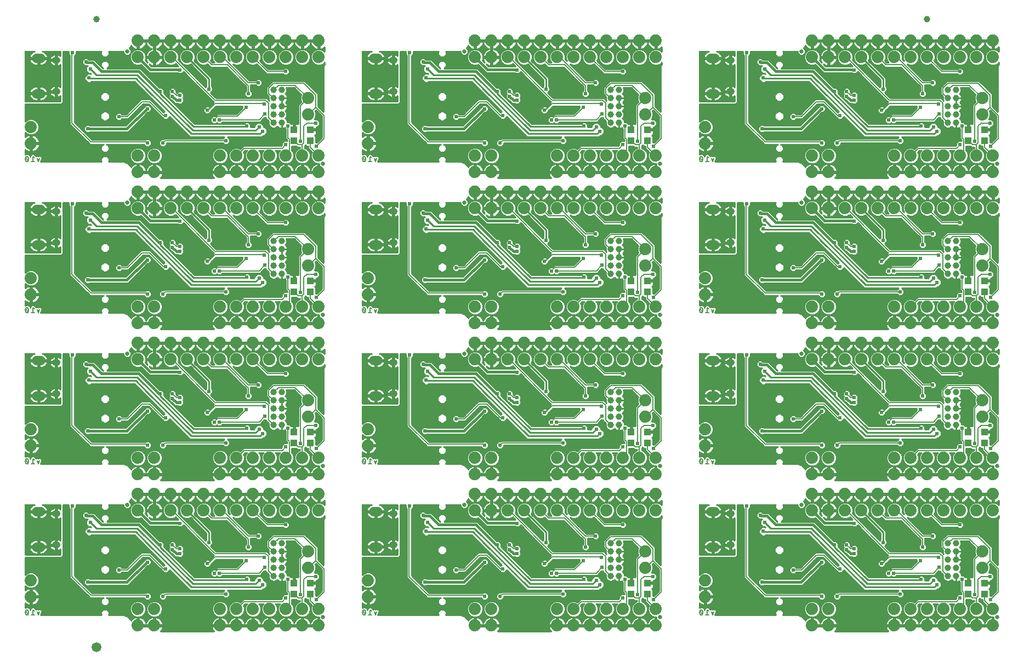
<source format=gbl>
G75*
%MOIN*%
%OFA0B0*%
%FSLAX25Y25*%
%IPPOS*%
%LPD*%
%AMOC8*
5,1,8,0,0,1.08239X$1,22.5*
%
%ADD10C,0.00800*%
%ADD11C,0.05512*%
%ADD12C,0.03937*%
%ADD13C,0.07400*%
%ADD14R,0.03937X0.04331*%
%ADD15C,0.03937*%
%ADD16C,0.02500*%
%ADD17C,0.05906*%
%ADD18C,0.02400*%
%ADD19C,0.01000*%
%ADD20C,0.01600*%
%ADD21C,0.00600*%
D10*
X0049921Y0040344D02*
X0049963Y0040435D01*
X0050002Y0040527D01*
X0050037Y0040620D01*
X0050068Y0040715D01*
X0050096Y0040810D01*
X0050120Y0040907D01*
X0050141Y0041005D01*
X0050158Y0041103D01*
X0050171Y0041202D01*
X0050180Y0041301D01*
X0050186Y0041400D01*
X0050188Y0041500D01*
X0048410Y0041500D02*
X0048412Y0041600D01*
X0048418Y0041699D01*
X0048427Y0041798D01*
X0048440Y0041897D01*
X0048457Y0041995D01*
X0048478Y0042093D01*
X0048502Y0042190D01*
X0048530Y0042285D01*
X0048561Y0042380D01*
X0048596Y0042473D01*
X0048635Y0042565D01*
X0048677Y0042656D01*
X0048588Y0042389D02*
X0050010Y0040611D01*
X0049299Y0039900D02*
X0049248Y0039902D01*
X0049197Y0039908D01*
X0049147Y0039918D01*
X0049098Y0039931D01*
X0049050Y0039949D01*
X0049004Y0039970D01*
X0048959Y0039995D01*
X0048917Y0040023D01*
X0048876Y0040054D01*
X0048838Y0040088D01*
X0048803Y0040125D01*
X0048771Y0040165D01*
X0048743Y0040207D01*
X0048717Y0040251D01*
X0048695Y0040297D01*
X0048677Y0040345D01*
X0049299Y0039900D02*
X0049350Y0039902D01*
X0049401Y0039908D01*
X0049451Y0039918D01*
X0049500Y0039931D01*
X0049548Y0039949D01*
X0049594Y0039970D01*
X0049639Y0039995D01*
X0049681Y0040023D01*
X0049722Y0040054D01*
X0049760Y0040088D01*
X0049795Y0040125D01*
X0049827Y0040165D01*
X0049855Y0040207D01*
X0049881Y0040251D01*
X0049903Y0040297D01*
X0049921Y0040345D01*
X0048677Y0040344D02*
X0048635Y0040435D01*
X0048596Y0040527D01*
X0048561Y0040620D01*
X0048530Y0040715D01*
X0048502Y0040810D01*
X0048478Y0040907D01*
X0048457Y0041005D01*
X0048440Y0041103D01*
X0048427Y0041202D01*
X0048418Y0041301D01*
X0048412Y0041400D01*
X0048410Y0041500D01*
X0050188Y0041500D02*
X0050186Y0041600D01*
X0050180Y0041699D01*
X0050171Y0041798D01*
X0050158Y0041897D01*
X0050141Y0041995D01*
X0050120Y0042093D01*
X0050096Y0042190D01*
X0050068Y0042285D01*
X0050037Y0042380D01*
X0050002Y0042473D01*
X0049963Y0042565D01*
X0049921Y0042656D01*
X0049921Y0042655D02*
X0049903Y0042703D01*
X0049881Y0042749D01*
X0049855Y0042793D01*
X0049827Y0042835D01*
X0049795Y0042875D01*
X0049760Y0042912D01*
X0049722Y0042946D01*
X0049681Y0042977D01*
X0049639Y0043005D01*
X0049594Y0043030D01*
X0049548Y0043051D01*
X0049500Y0043069D01*
X0049451Y0043082D01*
X0049401Y0043092D01*
X0049350Y0043098D01*
X0049299Y0043100D01*
X0049248Y0043098D01*
X0049197Y0043092D01*
X0049147Y0043082D01*
X0049098Y0043069D01*
X0049050Y0043051D01*
X0049004Y0043030D01*
X0048959Y0043005D01*
X0048917Y0042977D01*
X0048876Y0042946D01*
X0048838Y0042912D01*
X0048803Y0042875D01*
X0048771Y0042835D01*
X0048743Y0042793D01*
X0048717Y0042749D01*
X0048695Y0042703D01*
X0048677Y0042655D01*
X0052899Y0043100D02*
X0052899Y0039900D01*
X0053788Y0039900D02*
X0052010Y0039900D01*
X0053788Y0042389D02*
X0052899Y0043100D01*
X0055428Y0042033D02*
X0056139Y0039900D01*
X0056850Y0042033D01*
X0056139Y0131900D02*
X0055428Y0134033D01*
X0056850Y0134033D02*
X0056139Y0131900D01*
X0053788Y0131900D02*
X0052010Y0131900D01*
X0052899Y0131900D02*
X0052899Y0135100D01*
X0053788Y0134389D01*
X0048410Y0133500D02*
X0048412Y0133400D01*
X0048418Y0133301D01*
X0048427Y0133202D01*
X0048440Y0133103D01*
X0048457Y0133005D01*
X0048478Y0132907D01*
X0048502Y0132810D01*
X0048530Y0132715D01*
X0048561Y0132620D01*
X0048596Y0132527D01*
X0048635Y0132435D01*
X0048677Y0132344D01*
X0048677Y0132345D02*
X0048695Y0132297D01*
X0048717Y0132251D01*
X0048743Y0132207D01*
X0048771Y0132165D01*
X0048803Y0132125D01*
X0048838Y0132088D01*
X0048876Y0132054D01*
X0048917Y0132023D01*
X0048959Y0131995D01*
X0049004Y0131970D01*
X0049050Y0131949D01*
X0049098Y0131931D01*
X0049147Y0131918D01*
X0049197Y0131908D01*
X0049248Y0131902D01*
X0049299Y0131900D01*
X0049350Y0131902D01*
X0049401Y0131908D01*
X0049451Y0131918D01*
X0049500Y0131931D01*
X0049548Y0131949D01*
X0049594Y0131970D01*
X0049639Y0131995D01*
X0049681Y0132023D01*
X0049722Y0132054D01*
X0049760Y0132088D01*
X0049795Y0132125D01*
X0049827Y0132165D01*
X0049855Y0132207D01*
X0049881Y0132251D01*
X0049903Y0132297D01*
X0049921Y0132345D01*
X0050010Y0132611D02*
X0048588Y0134389D01*
X0048677Y0134655D02*
X0048695Y0134703D01*
X0048717Y0134749D01*
X0048743Y0134793D01*
X0048771Y0134835D01*
X0048803Y0134875D01*
X0048838Y0134912D01*
X0048876Y0134946D01*
X0048917Y0134977D01*
X0048959Y0135005D01*
X0049004Y0135030D01*
X0049050Y0135051D01*
X0049098Y0135069D01*
X0049147Y0135082D01*
X0049197Y0135092D01*
X0049248Y0135098D01*
X0049299Y0135100D01*
X0049350Y0135098D01*
X0049401Y0135092D01*
X0049451Y0135082D01*
X0049500Y0135069D01*
X0049548Y0135051D01*
X0049594Y0135030D01*
X0049639Y0135005D01*
X0049681Y0134977D01*
X0049722Y0134946D01*
X0049760Y0134912D01*
X0049795Y0134875D01*
X0049827Y0134835D01*
X0049855Y0134793D01*
X0049881Y0134749D01*
X0049903Y0134703D01*
X0049921Y0134655D01*
X0048677Y0134656D02*
X0048635Y0134565D01*
X0048596Y0134473D01*
X0048561Y0134380D01*
X0048530Y0134285D01*
X0048502Y0134190D01*
X0048478Y0134093D01*
X0048457Y0133995D01*
X0048440Y0133897D01*
X0048427Y0133798D01*
X0048418Y0133699D01*
X0048412Y0133600D01*
X0048410Y0133500D01*
X0050188Y0133500D02*
X0050186Y0133600D01*
X0050180Y0133699D01*
X0050171Y0133798D01*
X0050158Y0133897D01*
X0050141Y0133995D01*
X0050120Y0134093D01*
X0050096Y0134190D01*
X0050068Y0134285D01*
X0050037Y0134380D01*
X0050002Y0134473D01*
X0049963Y0134565D01*
X0049921Y0134656D01*
X0050188Y0133500D02*
X0050186Y0133400D01*
X0050180Y0133301D01*
X0050171Y0133202D01*
X0050158Y0133103D01*
X0050141Y0133005D01*
X0050120Y0132907D01*
X0050096Y0132810D01*
X0050068Y0132715D01*
X0050037Y0132620D01*
X0050002Y0132527D01*
X0049963Y0132435D01*
X0049921Y0132344D01*
X0052010Y0223900D02*
X0053788Y0223900D01*
X0052899Y0223900D02*
X0052899Y0227100D01*
X0053788Y0226389D01*
X0055428Y0226033D02*
X0056139Y0223900D01*
X0056850Y0226033D01*
X0048677Y0224344D02*
X0048635Y0224435D01*
X0048596Y0224527D01*
X0048561Y0224620D01*
X0048530Y0224715D01*
X0048502Y0224810D01*
X0048478Y0224907D01*
X0048457Y0225005D01*
X0048440Y0225103D01*
X0048427Y0225202D01*
X0048418Y0225301D01*
X0048412Y0225400D01*
X0048410Y0225500D01*
X0050188Y0225500D02*
X0050186Y0225600D01*
X0050180Y0225699D01*
X0050171Y0225798D01*
X0050158Y0225897D01*
X0050141Y0225995D01*
X0050120Y0226093D01*
X0050096Y0226190D01*
X0050068Y0226285D01*
X0050037Y0226380D01*
X0050002Y0226473D01*
X0049963Y0226565D01*
X0049921Y0226656D01*
X0049921Y0226655D02*
X0049903Y0226703D01*
X0049881Y0226749D01*
X0049855Y0226793D01*
X0049827Y0226835D01*
X0049795Y0226875D01*
X0049760Y0226912D01*
X0049722Y0226946D01*
X0049681Y0226977D01*
X0049639Y0227005D01*
X0049594Y0227030D01*
X0049548Y0227051D01*
X0049500Y0227069D01*
X0049451Y0227082D01*
X0049401Y0227092D01*
X0049350Y0227098D01*
X0049299Y0227100D01*
X0049248Y0227098D01*
X0049197Y0227092D01*
X0049147Y0227082D01*
X0049098Y0227069D01*
X0049050Y0227051D01*
X0049004Y0227030D01*
X0048959Y0227005D01*
X0048917Y0226977D01*
X0048876Y0226946D01*
X0048838Y0226912D01*
X0048803Y0226875D01*
X0048771Y0226835D01*
X0048743Y0226793D01*
X0048717Y0226749D01*
X0048695Y0226703D01*
X0048677Y0226655D01*
X0048588Y0226389D02*
X0050010Y0224611D01*
X0049299Y0223900D02*
X0049248Y0223902D01*
X0049197Y0223908D01*
X0049147Y0223918D01*
X0049098Y0223931D01*
X0049050Y0223949D01*
X0049004Y0223970D01*
X0048959Y0223995D01*
X0048917Y0224023D01*
X0048876Y0224054D01*
X0048838Y0224088D01*
X0048803Y0224125D01*
X0048771Y0224165D01*
X0048743Y0224207D01*
X0048717Y0224251D01*
X0048695Y0224297D01*
X0048677Y0224345D01*
X0049299Y0223900D02*
X0049350Y0223902D01*
X0049401Y0223908D01*
X0049451Y0223918D01*
X0049500Y0223931D01*
X0049548Y0223949D01*
X0049594Y0223970D01*
X0049639Y0223995D01*
X0049681Y0224023D01*
X0049722Y0224054D01*
X0049760Y0224088D01*
X0049795Y0224125D01*
X0049827Y0224165D01*
X0049855Y0224207D01*
X0049881Y0224251D01*
X0049903Y0224297D01*
X0049921Y0224345D01*
X0048410Y0225500D02*
X0048412Y0225600D01*
X0048418Y0225699D01*
X0048427Y0225798D01*
X0048440Y0225897D01*
X0048457Y0225995D01*
X0048478Y0226093D01*
X0048502Y0226190D01*
X0048530Y0226285D01*
X0048561Y0226380D01*
X0048596Y0226473D01*
X0048635Y0226565D01*
X0048677Y0226656D01*
X0050188Y0225500D02*
X0050186Y0225400D01*
X0050180Y0225301D01*
X0050171Y0225202D01*
X0050158Y0225103D01*
X0050141Y0225005D01*
X0050120Y0224907D01*
X0050096Y0224810D01*
X0050068Y0224715D01*
X0050037Y0224620D01*
X0050002Y0224527D01*
X0049963Y0224435D01*
X0049921Y0224344D01*
X0052010Y0315900D02*
X0053788Y0315900D01*
X0052899Y0315900D02*
X0052899Y0319100D01*
X0053788Y0318389D01*
X0055428Y0318033D02*
X0056139Y0315900D01*
X0056850Y0318033D01*
X0048677Y0316344D02*
X0048635Y0316435D01*
X0048596Y0316527D01*
X0048561Y0316620D01*
X0048530Y0316715D01*
X0048502Y0316810D01*
X0048478Y0316907D01*
X0048457Y0317005D01*
X0048440Y0317103D01*
X0048427Y0317202D01*
X0048418Y0317301D01*
X0048412Y0317400D01*
X0048410Y0317500D01*
X0050188Y0317500D02*
X0050186Y0317600D01*
X0050180Y0317699D01*
X0050171Y0317798D01*
X0050158Y0317897D01*
X0050141Y0317995D01*
X0050120Y0318093D01*
X0050096Y0318190D01*
X0050068Y0318285D01*
X0050037Y0318380D01*
X0050002Y0318473D01*
X0049963Y0318565D01*
X0049921Y0318656D01*
X0049921Y0318655D02*
X0049903Y0318703D01*
X0049881Y0318749D01*
X0049855Y0318793D01*
X0049827Y0318835D01*
X0049795Y0318875D01*
X0049760Y0318912D01*
X0049722Y0318946D01*
X0049681Y0318977D01*
X0049639Y0319005D01*
X0049594Y0319030D01*
X0049548Y0319051D01*
X0049500Y0319069D01*
X0049451Y0319082D01*
X0049401Y0319092D01*
X0049350Y0319098D01*
X0049299Y0319100D01*
X0049248Y0319098D01*
X0049197Y0319092D01*
X0049147Y0319082D01*
X0049098Y0319069D01*
X0049050Y0319051D01*
X0049004Y0319030D01*
X0048959Y0319005D01*
X0048917Y0318977D01*
X0048876Y0318946D01*
X0048838Y0318912D01*
X0048803Y0318875D01*
X0048771Y0318835D01*
X0048743Y0318793D01*
X0048717Y0318749D01*
X0048695Y0318703D01*
X0048677Y0318655D01*
X0048588Y0318389D02*
X0050010Y0316611D01*
X0049299Y0315900D02*
X0049248Y0315902D01*
X0049197Y0315908D01*
X0049147Y0315918D01*
X0049098Y0315931D01*
X0049050Y0315949D01*
X0049004Y0315970D01*
X0048959Y0315995D01*
X0048917Y0316023D01*
X0048876Y0316054D01*
X0048838Y0316088D01*
X0048803Y0316125D01*
X0048771Y0316165D01*
X0048743Y0316207D01*
X0048717Y0316251D01*
X0048695Y0316297D01*
X0048677Y0316345D01*
X0049299Y0315900D02*
X0049350Y0315902D01*
X0049401Y0315908D01*
X0049451Y0315918D01*
X0049500Y0315931D01*
X0049548Y0315949D01*
X0049594Y0315970D01*
X0049639Y0315995D01*
X0049681Y0316023D01*
X0049722Y0316054D01*
X0049760Y0316088D01*
X0049795Y0316125D01*
X0049827Y0316165D01*
X0049855Y0316207D01*
X0049881Y0316251D01*
X0049903Y0316297D01*
X0049921Y0316345D01*
X0048410Y0317500D02*
X0048412Y0317600D01*
X0048418Y0317699D01*
X0048427Y0317798D01*
X0048440Y0317897D01*
X0048457Y0317995D01*
X0048478Y0318093D01*
X0048502Y0318190D01*
X0048530Y0318285D01*
X0048561Y0318380D01*
X0048596Y0318473D01*
X0048635Y0318565D01*
X0048677Y0318656D01*
X0050188Y0317500D02*
X0050186Y0317400D01*
X0050180Y0317301D01*
X0050171Y0317202D01*
X0050158Y0317103D01*
X0050141Y0317005D01*
X0050120Y0316907D01*
X0050096Y0316810D01*
X0050068Y0316715D01*
X0050037Y0316620D01*
X0050002Y0316527D01*
X0049963Y0316435D01*
X0049921Y0316344D01*
X0254921Y0316344D02*
X0254963Y0316435D01*
X0255002Y0316527D01*
X0255037Y0316620D01*
X0255068Y0316715D01*
X0255096Y0316810D01*
X0255120Y0316907D01*
X0255141Y0317005D01*
X0255158Y0317103D01*
X0255171Y0317202D01*
X0255180Y0317301D01*
X0255186Y0317400D01*
X0255188Y0317500D01*
X0253410Y0317500D02*
X0253412Y0317600D01*
X0253418Y0317699D01*
X0253427Y0317798D01*
X0253440Y0317897D01*
X0253457Y0317995D01*
X0253478Y0318093D01*
X0253502Y0318190D01*
X0253530Y0318285D01*
X0253561Y0318380D01*
X0253596Y0318473D01*
X0253635Y0318565D01*
X0253677Y0318656D01*
X0253588Y0318389D02*
X0255010Y0316611D01*
X0254299Y0315900D02*
X0254248Y0315902D01*
X0254197Y0315908D01*
X0254147Y0315918D01*
X0254098Y0315931D01*
X0254050Y0315949D01*
X0254004Y0315970D01*
X0253959Y0315995D01*
X0253917Y0316023D01*
X0253876Y0316054D01*
X0253838Y0316088D01*
X0253803Y0316125D01*
X0253771Y0316165D01*
X0253743Y0316207D01*
X0253717Y0316251D01*
X0253695Y0316297D01*
X0253677Y0316345D01*
X0254299Y0315900D02*
X0254350Y0315902D01*
X0254401Y0315908D01*
X0254451Y0315918D01*
X0254500Y0315931D01*
X0254548Y0315949D01*
X0254594Y0315970D01*
X0254639Y0315995D01*
X0254681Y0316023D01*
X0254722Y0316054D01*
X0254760Y0316088D01*
X0254795Y0316125D01*
X0254827Y0316165D01*
X0254855Y0316207D01*
X0254881Y0316251D01*
X0254903Y0316297D01*
X0254921Y0316345D01*
X0253677Y0316344D02*
X0253635Y0316435D01*
X0253596Y0316527D01*
X0253561Y0316620D01*
X0253530Y0316715D01*
X0253502Y0316810D01*
X0253478Y0316907D01*
X0253457Y0317005D01*
X0253440Y0317103D01*
X0253427Y0317202D01*
X0253418Y0317301D01*
X0253412Y0317400D01*
X0253410Y0317500D01*
X0255188Y0317500D02*
X0255186Y0317600D01*
X0255180Y0317699D01*
X0255171Y0317798D01*
X0255158Y0317897D01*
X0255141Y0317995D01*
X0255120Y0318093D01*
X0255096Y0318190D01*
X0255068Y0318285D01*
X0255037Y0318380D01*
X0255002Y0318473D01*
X0254963Y0318565D01*
X0254921Y0318656D01*
X0254921Y0318655D02*
X0254903Y0318703D01*
X0254881Y0318749D01*
X0254855Y0318793D01*
X0254827Y0318835D01*
X0254795Y0318875D01*
X0254760Y0318912D01*
X0254722Y0318946D01*
X0254681Y0318977D01*
X0254639Y0319005D01*
X0254594Y0319030D01*
X0254548Y0319051D01*
X0254500Y0319069D01*
X0254451Y0319082D01*
X0254401Y0319092D01*
X0254350Y0319098D01*
X0254299Y0319100D01*
X0254248Y0319098D01*
X0254197Y0319092D01*
X0254147Y0319082D01*
X0254098Y0319069D01*
X0254050Y0319051D01*
X0254004Y0319030D01*
X0253959Y0319005D01*
X0253917Y0318977D01*
X0253876Y0318946D01*
X0253838Y0318912D01*
X0253803Y0318875D01*
X0253771Y0318835D01*
X0253743Y0318793D01*
X0253717Y0318749D01*
X0253695Y0318703D01*
X0253677Y0318655D01*
X0257899Y0319100D02*
X0257899Y0315900D01*
X0258788Y0315900D02*
X0257010Y0315900D01*
X0258788Y0318389D02*
X0257899Y0319100D01*
X0260428Y0318033D02*
X0261139Y0315900D01*
X0261850Y0318033D01*
X0257899Y0227100D02*
X0257899Y0223900D01*
X0258788Y0223900D02*
X0257010Y0223900D01*
X0253677Y0224344D02*
X0253635Y0224435D01*
X0253596Y0224527D01*
X0253561Y0224620D01*
X0253530Y0224715D01*
X0253502Y0224810D01*
X0253478Y0224907D01*
X0253457Y0225005D01*
X0253440Y0225103D01*
X0253427Y0225202D01*
X0253418Y0225301D01*
X0253412Y0225400D01*
X0253410Y0225500D01*
X0255188Y0225500D02*
X0255186Y0225600D01*
X0255180Y0225699D01*
X0255171Y0225798D01*
X0255158Y0225897D01*
X0255141Y0225995D01*
X0255120Y0226093D01*
X0255096Y0226190D01*
X0255068Y0226285D01*
X0255037Y0226380D01*
X0255002Y0226473D01*
X0254963Y0226565D01*
X0254921Y0226656D01*
X0254921Y0226655D02*
X0254903Y0226703D01*
X0254881Y0226749D01*
X0254855Y0226793D01*
X0254827Y0226835D01*
X0254795Y0226875D01*
X0254760Y0226912D01*
X0254722Y0226946D01*
X0254681Y0226977D01*
X0254639Y0227005D01*
X0254594Y0227030D01*
X0254548Y0227051D01*
X0254500Y0227069D01*
X0254451Y0227082D01*
X0254401Y0227092D01*
X0254350Y0227098D01*
X0254299Y0227100D01*
X0254248Y0227098D01*
X0254197Y0227092D01*
X0254147Y0227082D01*
X0254098Y0227069D01*
X0254050Y0227051D01*
X0254004Y0227030D01*
X0253959Y0227005D01*
X0253917Y0226977D01*
X0253876Y0226946D01*
X0253838Y0226912D01*
X0253803Y0226875D01*
X0253771Y0226835D01*
X0253743Y0226793D01*
X0253717Y0226749D01*
X0253695Y0226703D01*
X0253677Y0226655D01*
X0253588Y0226389D02*
X0255010Y0224611D01*
X0254299Y0223900D02*
X0254248Y0223902D01*
X0254197Y0223908D01*
X0254147Y0223918D01*
X0254098Y0223931D01*
X0254050Y0223949D01*
X0254004Y0223970D01*
X0253959Y0223995D01*
X0253917Y0224023D01*
X0253876Y0224054D01*
X0253838Y0224088D01*
X0253803Y0224125D01*
X0253771Y0224165D01*
X0253743Y0224207D01*
X0253717Y0224251D01*
X0253695Y0224297D01*
X0253677Y0224345D01*
X0254299Y0223900D02*
X0254350Y0223902D01*
X0254401Y0223908D01*
X0254451Y0223918D01*
X0254500Y0223931D01*
X0254548Y0223949D01*
X0254594Y0223970D01*
X0254639Y0223995D01*
X0254681Y0224023D01*
X0254722Y0224054D01*
X0254760Y0224088D01*
X0254795Y0224125D01*
X0254827Y0224165D01*
X0254855Y0224207D01*
X0254881Y0224251D01*
X0254903Y0224297D01*
X0254921Y0224345D01*
X0253410Y0225500D02*
X0253412Y0225600D01*
X0253418Y0225699D01*
X0253427Y0225798D01*
X0253440Y0225897D01*
X0253457Y0225995D01*
X0253478Y0226093D01*
X0253502Y0226190D01*
X0253530Y0226285D01*
X0253561Y0226380D01*
X0253596Y0226473D01*
X0253635Y0226565D01*
X0253677Y0226656D01*
X0255188Y0225500D02*
X0255186Y0225400D01*
X0255180Y0225301D01*
X0255171Y0225202D01*
X0255158Y0225103D01*
X0255141Y0225005D01*
X0255120Y0224907D01*
X0255096Y0224810D01*
X0255068Y0224715D01*
X0255037Y0224620D01*
X0255002Y0224527D01*
X0254963Y0224435D01*
X0254921Y0224344D01*
X0257899Y0227100D02*
X0258788Y0226389D01*
X0260428Y0226033D02*
X0261139Y0223900D01*
X0261850Y0226033D01*
X0257899Y0135100D02*
X0257899Y0131900D01*
X0258788Y0131900D02*
X0257010Y0131900D01*
X0253677Y0132344D02*
X0253635Y0132435D01*
X0253596Y0132527D01*
X0253561Y0132620D01*
X0253530Y0132715D01*
X0253502Y0132810D01*
X0253478Y0132907D01*
X0253457Y0133005D01*
X0253440Y0133103D01*
X0253427Y0133202D01*
X0253418Y0133301D01*
X0253412Y0133400D01*
X0253410Y0133500D01*
X0255188Y0133500D02*
X0255186Y0133600D01*
X0255180Y0133699D01*
X0255171Y0133798D01*
X0255158Y0133897D01*
X0255141Y0133995D01*
X0255120Y0134093D01*
X0255096Y0134190D01*
X0255068Y0134285D01*
X0255037Y0134380D01*
X0255002Y0134473D01*
X0254963Y0134565D01*
X0254921Y0134656D01*
X0254921Y0134655D02*
X0254903Y0134703D01*
X0254881Y0134749D01*
X0254855Y0134793D01*
X0254827Y0134835D01*
X0254795Y0134875D01*
X0254760Y0134912D01*
X0254722Y0134946D01*
X0254681Y0134977D01*
X0254639Y0135005D01*
X0254594Y0135030D01*
X0254548Y0135051D01*
X0254500Y0135069D01*
X0254451Y0135082D01*
X0254401Y0135092D01*
X0254350Y0135098D01*
X0254299Y0135100D01*
X0254248Y0135098D01*
X0254197Y0135092D01*
X0254147Y0135082D01*
X0254098Y0135069D01*
X0254050Y0135051D01*
X0254004Y0135030D01*
X0253959Y0135005D01*
X0253917Y0134977D01*
X0253876Y0134946D01*
X0253838Y0134912D01*
X0253803Y0134875D01*
X0253771Y0134835D01*
X0253743Y0134793D01*
X0253717Y0134749D01*
X0253695Y0134703D01*
X0253677Y0134655D01*
X0253588Y0134389D02*
X0255010Y0132611D01*
X0254299Y0131900D02*
X0254248Y0131902D01*
X0254197Y0131908D01*
X0254147Y0131918D01*
X0254098Y0131931D01*
X0254050Y0131949D01*
X0254004Y0131970D01*
X0253959Y0131995D01*
X0253917Y0132023D01*
X0253876Y0132054D01*
X0253838Y0132088D01*
X0253803Y0132125D01*
X0253771Y0132165D01*
X0253743Y0132207D01*
X0253717Y0132251D01*
X0253695Y0132297D01*
X0253677Y0132345D01*
X0254299Y0131900D02*
X0254350Y0131902D01*
X0254401Y0131908D01*
X0254451Y0131918D01*
X0254500Y0131931D01*
X0254548Y0131949D01*
X0254594Y0131970D01*
X0254639Y0131995D01*
X0254681Y0132023D01*
X0254722Y0132054D01*
X0254760Y0132088D01*
X0254795Y0132125D01*
X0254827Y0132165D01*
X0254855Y0132207D01*
X0254881Y0132251D01*
X0254903Y0132297D01*
X0254921Y0132345D01*
X0253410Y0133500D02*
X0253412Y0133600D01*
X0253418Y0133699D01*
X0253427Y0133798D01*
X0253440Y0133897D01*
X0253457Y0133995D01*
X0253478Y0134093D01*
X0253502Y0134190D01*
X0253530Y0134285D01*
X0253561Y0134380D01*
X0253596Y0134473D01*
X0253635Y0134565D01*
X0253677Y0134656D01*
X0255188Y0133500D02*
X0255186Y0133400D01*
X0255180Y0133301D01*
X0255171Y0133202D01*
X0255158Y0133103D01*
X0255141Y0133005D01*
X0255120Y0132907D01*
X0255096Y0132810D01*
X0255068Y0132715D01*
X0255037Y0132620D01*
X0255002Y0132527D01*
X0254963Y0132435D01*
X0254921Y0132344D01*
X0257899Y0135100D02*
X0258788Y0134389D01*
X0260428Y0134033D02*
X0261139Y0131900D01*
X0261850Y0134033D01*
X0257899Y0043100D02*
X0257899Y0039900D01*
X0258788Y0039900D02*
X0257010Y0039900D01*
X0253677Y0040344D02*
X0253635Y0040435D01*
X0253596Y0040527D01*
X0253561Y0040620D01*
X0253530Y0040715D01*
X0253502Y0040810D01*
X0253478Y0040907D01*
X0253457Y0041005D01*
X0253440Y0041103D01*
X0253427Y0041202D01*
X0253418Y0041301D01*
X0253412Y0041400D01*
X0253410Y0041500D01*
X0255188Y0041500D02*
X0255186Y0041600D01*
X0255180Y0041699D01*
X0255171Y0041798D01*
X0255158Y0041897D01*
X0255141Y0041995D01*
X0255120Y0042093D01*
X0255096Y0042190D01*
X0255068Y0042285D01*
X0255037Y0042380D01*
X0255002Y0042473D01*
X0254963Y0042565D01*
X0254921Y0042656D01*
X0254921Y0042655D02*
X0254903Y0042703D01*
X0254881Y0042749D01*
X0254855Y0042793D01*
X0254827Y0042835D01*
X0254795Y0042875D01*
X0254760Y0042912D01*
X0254722Y0042946D01*
X0254681Y0042977D01*
X0254639Y0043005D01*
X0254594Y0043030D01*
X0254548Y0043051D01*
X0254500Y0043069D01*
X0254451Y0043082D01*
X0254401Y0043092D01*
X0254350Y0043098D01*
X0254299Y0043100D01*
X0254248Y0043098D01*
X0254197Y0043092D01*
X0254147Y0043082D01*
X0254098Y0043069D01*
X0254050Y0043051D01*
X0254004Y0043030D01*
X0253959Y0043005D01*
X0253917Y0042977D01*
X0253876Y0042946D01*
X0253838Y0042912D01*
X0253803Y0042875D01*
X0253771Y0042835D01*
X0253743Y0042793D01*
X0253717Y0042749D01*
X0253695Y0042703D01*
X0253677Y0042655D01*
X0253588Y0042389D02*
X0255010Y0040611D01*
X0254299Y0039900D02*
X0254248Y0039902D01*
X0254197Y0039908D01*
X0254147Y0039918D01*
X0254098Y0039931D01*
X0254050Y0039949D01*
X0254004Y0039970D01*
X0253959Y0039995D01*
X0253917Y0040023D01*
X0253876Y0040054D01*
X0253838Y0040088D01*
X0253803Y0040125D01*
X0253771Y0040165D01*
X0253743Y0040207D01*
X0253717Y0040251D01*
X0253695Y0040297D01*
X0253677Y0040345D01*
X0254299Y0039900D02*
X0254350Y0039902D01*
X0254401Y0039908D01*
X0254451Y0039918D01*
X0254500Y0039931D01*
X0254548Y0039949D01*
X0254594Y0039970D01*
X0254639Y0039995D01*
X0254681Y0040023D01*
X0254722Y0040054D01*
X0254760Y0040088D01*
X0254795Y0040125D01*
X0254827Y0040165D01*
X0254855Y0040207D01*
X0254881Y0040251D01*
X0254903Y0040297D01*
X0254921Y0040345D01*
X0253410Y0041500D02*
X0253412Y0041600D01*
X0253418Y0041699D01*
X0253427Y0041798D01*
X0253440Y0041897D01*
X0253457Y0041995D01*
X0253478Y0042093D01*
X0253502Y0042190D01*
X0253530Y0042285D01*
X0253561Y0042380D01*
X0253596Y0042473D01*
X0253635Y0042565D01*
X0253677Y0042656D01*
X0255188Y0041500D02*
X0255186Y0041400D01*
X0255180Y0041301D01*
X0255171Y0041202D01*
X0255158Y0041103D01*
X0255141Y0041005D01*
X0255120Y0040907D01*
X0255096Y0040810D01*
X0255068Y0040715D01*
X0255037Y0040620D01*
X0255002Y0040527D01*
X0254963Y0040435D01*
X0254921Y0040344D01*
X0257899Y0043100D02*
X0258788Y0042389D01*
X0260428Y0042033D02*
X0261139Y0039900D01*
X0261850Y0042033D01*
X0459921Y0040344D02*
X0459963Y0040435D01*
X0460002Y0040527D01*
X0460037Y0040620D01*
X0460068Y0040715D01*
X0460096Y0040810D01*
X0460120Y0040907D01*
X0460141Y0041005D01*
X0460158Y0041103D01*
X0460171Y0041202D01*
X0460180Y0041301D01*
X0460186Y0041400D01*
X0460188Y0041500D01*
X0458410Y0041500D02*
X0458412Y0041600D01*
X0458418Y0041699D01*
X0458427Y0041798D01*
X0458440Y0041897D01*
X0458457Y0041995D01*
X0458478Y0042093D01*
X0458502Y0042190D01*
X0458530Y0042285D01*
X0458561Y0042380D01*
X0458596Y0042473D01*
X0458635Y0042565D01*
X0458677Y0042656D01*
X0458588Y0042389D02*
X0460010Y0040611D01*
X0459299Y0039900D02*
X0459248Y0039902D01*
X0459197Y0039908D01*
X0459147Y0039918D01*
X0459098Y0039931D01*
X0459050Y0039949D01*
X0459004Y0039970D01*
X0458959Y0039995D01*
X0458917Y0040023D01*
X0458876Y0040054D01*
X0458838Y0040088D01*
X0458803Y0040125D01*
X0458771Y0040165D01*
X0458743Y0040207D01*
X0458717Y0040251D01*
X0458695Y0040297D01*
X0458677Y0040345D01*
X0459299Y0039900D02*
X0459350Y0039902D01*
X0459401Y0039908D01*
X0459451Y0039918D01*
X0459500Y0039931D01*
X0459548Y0039949D01*
X0459594Y0039970D01*
X0459639Y0039995D01*
X0459681Y0040023D01*
X0459722Y0040054D01*
X0459760Y0040088D01*
X0459795Y0040125D01*
X0459827Y0040165D01*
X0459855Y0040207D01*
X0459881Y0040251D01*
X0459903Y0040297D01*
X0459921Y0040345D01*
X0458677Y0040344D02*
X0458635Y0040435D01*
X0458596Y0040527D01*
X0458561Y0040620D01*
X0458530Y0040715D01*
X0458502Y0040810D01*
X0458478Y0040907D01*
X0458457Y0041005D01*
X0458440Y0041103D01*
X0458427Y0041202D01*
X0458418Y0041301D01*
X0458412Y0041400D01*
X0458410Y0041500D01*
X0460188Y0041500D02*
X0460186Y0041600D01*
X0460180Y0041699D01*
X0460171Y0041798D01*
X0460158Y0041897D01*
X0460141Y0041995D01*
X0460120Y0042093D01*
X0460096Y0042190D01*
X0460068Y0042285D01*
X0460037Y0042380D01*
X0460002Y0042473D01*
X0459963Y0042565D01*
X0459921Y0042656D01*
X0459921Y0042655D02*
X0459903Y0042703D01*
X0459881Y0042749D01*
X0459855Y0042793D01*
X0459827Y0042835D01*
X0459795Y0042875D01*
X0459760Y0042912D01*
X0459722Y0042946D01*
X0459681Y0042977D01*
X0459639Y0043005D01*
X0459594Y0043030D01*
X0459548Y0043051D01*
X0459500Y0043069D01*
X0459451Y0043082D01*
X0459401Y0043092D01*
X0459350Y0043098D01*
X0459299Y0043100D01*
X0459248Y0043098D01*
X0459197Y0043092D01*
X0459147Y0043082D01*
X0459098Y0043069D01*
X0459050Y0043051D01*
X0459004Y0043030D01*
X0458959Y0043005D01*
X0458917Y0042977D01*
X0458876Y0042946D01*
X0458838Y0042912D01*
X0458803Y0042875D01*
X0458771Y0042835D01*
X0458743Y0042793D01*
X0458717Y0042749D01*
X0458695Y0042703D01*
X0458677Y0042655D01*
X0462899Y0043100D02*
X0462899Y0039900D01*
X0463788Y0039900D02*
X0462010Y0039900D01*
X0463788Y0042389D02*
X0462899Y0043100D01*
X0465428Y0042033D02*
X0466139Y0039900D01*
X0466850Y0042033D01*
X0466139Y0131900D02*
X0465428Y0134033D01*
X0466850Y0134033D02*
X0466139Y0131900D01*
X0463788Y0131900D02*
X0462010Y0131900D01*
X0462899Y0131900D02*
X0462899Y0135100D01*
X0463788Y0134389D01*
X0458410Y0133500D02*
X0458412Y0133400D01*
X0458418Y0133301D01*
X0458427Y0133202D01*
X0458440Y0133103D01*
X0458457Y0133005D01*
X0458478Y0132907D01*
X0458502Y0132810D01*
X0458530Y0132715D01*
X0458561Y0132620D01*
X0458596Y0132527D01*
X0458635Y0132435D01*
X0458677Y0132344D01*
X0458677Y0132345D02*
X0458695Y0132297D01*
X0458717Y0132251D01*
X0458743Y0132207D01*
X0458771Y0132165D01*
X0458803Y0132125D01*
X0458838Y0132088D01*
X0458876Y0132054D01*
X0458917Y0132023D01*
X0458959Y0131995D01*
X0459004Y0131970D01*
X0459050Y0131949D01*
X0459098Y0131931D01*
X0459147Y0131918D01*
X0459197Y0131908D01*
X0459248Y0131902D01*
X0459299Y0131900D01*
X0459350Y0131902D01*
X0459401Y0131908D01*
X0459451Y0131918D01*
X0459500Y0131931D01*
X0459548Y0131949D01*
X0459594Y0131970D01*
X0459639Y0131995D01*
X0459681Y0132023D01*
X0459722Y0132054D01*
X0459760Y0132088D01*
X0459795Y0132125D01*
X0459827Y0132165D01*
X0459855Y0132207D01*
X0459881Y0132251D01*
X0459903Y0132297D01*
X0459921Y0132345D01*
X0460010Y0132611D02*
X0458588Y0134389D01*
X0458677Y0134655D02*
X0458695Y0134703D01*
X0458717Y0134749D01*
X0458743Y0134793D01*
X0458771Y0134835D01*
X0458803Y0134875D01*
X0458838Y0134912D01*
X0458876Y0134946D01*
X0458917Y0134977D01*
X0458959Y0135005D01*
X0459004Y0135030D01*
X0459050Y0135051D01*
X0459098Y0135069D01*
X0459147Y0135082D01*
X0459197Y0135092D01*
X0459248Y0135098D01*
X0459299Y0135100D01*
X0459350Y0135098D01*
X0459401Y0135092D01*
X0459451Y0135082D01*
X0459500Y0135069D01*
X0459548Y0135051D01*
X0459594Y0135030D01*
X0459639Y0135005D01*
X0459681Y0134977D01*
X0459722Y0134946D01*
X0459760Y0134912D01*
X0459795Y0134875D01*
X0459827Y0134835D01*
X0459855Y0134793D01*
X0459881Y0134749D01*
X0459903Y0134703D01*
X0459921Y0134655D01*
X0458677Y0134656D02*
X0458635Y0134565D01*
X0458596Y0134473D01*
X0458561Y0134380D01*
X0458530Y0134285D01*
X0458502Y0134190D01*
X0458478Y0134093D01*
X0458457Y0133995D01*
X0458440Y0133897D01*
X0458427Y0133798D01*
X0458418Y0133699D01*
X0458412Y0133600D01*
X0458410Y0133500D01*
X0460188Y0133500D02*
X0460186Y0133600D01*
X0460180Y0133699D01*
X0460171Y0133798D01*
X0460158Y0133897D01*
X0460141Y0133995D01*
X0460120Y0134093D01*
X0460096Y0134190D01*
X0460068Y0134285D01*
X0460037Y0134380D01*
X0460002Y0134473D01*
X0459963Y0134565D01*
X0459921Y0134656D01*
X0460188Y0133500D02*
X0460186Y0133400D01*
X0460180Y0133301D01*
X0460171Y0133202D01*
X0460158Y0133103D01*
X0460141Y0133005D01*
X0460120Y0132907D01*
X0460096Y0132810D01*
X0460068Y0132715D01*
X0460037Y0132620D01*
X0460002Y0132527D01*
X0459963Y0132435D01*
X0459921Y0132344D01*
X0462010Y0223900D02*
X0463788Y0223900D01*
X0462899Y0223900D02*
X0462899Y0227100D01*
X0463788Y0226389D01*
X0465428Y0226033D02*
X0466139Y0223900D01*
X0466850Y0226033D01*
X0458677Y0224344D02*
X0458635Y0224435D01*
X0458596Y0224527D01*
X0458561Y0224620D01*
X0458530Y0224715D01*
X0458502Y0224810D01*
X0458478Y0224907D01*
X0458457Y0225005D01*
X0458440Y0225103D01*
X0458427Y0225202D01*
X0458418Y0225301D01*
X0458412Y0225400D01*
X0458410Y0225500D01*
X0460188Y0225500D02*
X0460186Y0225600D01*
X0460180Y0225699D01*
X0460171Y0225798D01*
X0460158Y0225897D01*
X0460141Y0225995D01*
X0460120Y0226093D01*
X0460096Y0226190D01*
X0460068Y0226285D01*
X0460037Y0226380D01*
X0460002Y0226473D01*
X0459963Y0226565D01*
X0459921Y0226656D01*
X0459921Y0226655D02*
X0459903Y0226703D01*
X0459881Y0226749D01*
X0459855Y0226793D01*
X0459827Y0226835D01*
X0459795Y0226875D01*
X0459760Y0226912D01*
X0459722Y0226946D01*
X0459681Y0226977D01*
X0459639Y0227005D01*
X0459594Y0227030D01*
X0459548Y0227051D01*
X0459500Y0227069D01*
X0459451Y0227082D01*
X0459401Y0227092D01*
X0459350Y0227098D01*
X0459299Y0227100D01*
X0459248Y0227098D01*
X0459197Y0227092D01*
X0459147Y0227082D01*
X0459098Y0227069D01*
X0459050Y0227051D01*
X0459004Y0227030D01*
X0458959Y0227005D01*
X0458917Y0226977D01*
X0458876Y0226946D01*
X0458838Y0226912D01*
X0458803Y0226875D01*
X0458771Y0226835D01*
X0458743Y0226793D01*
X0458717Y0226749D01*
X0458695Y0226703D01*
X0458677Y0226655D01*
X0458588Y0226389D02*
X0460010Y0224611D01*
X0459299Y0223900D02*
X0459248Y0223902D01*
X0459197Y0223908D01*
X0459147Y0223918D01*
X0459098Y0223931D01*
X0459050Y0223949D01*
X0459004Y0223970D01*
X0458959Y0223995D01*
X0458917Y0224023D01*
X0458876Y0224054D01*
X0458838Y0224088D01*
X0458803Y0224125D01*
X0458771Y0224165D01*
X0458743Y0224207D01*
X0458717Y0224251D01*
X0458695Y0224297D01*
X0458677Y0224345D01*
X0459299Y0223900D02*
X0459350Y0223902D01*
X0459401Y0223908D01*
X0459451Y0223918D01*
X0459500Y0223931D01*
X0459548Y0223949D01*
X0459594Y0223970D01*
X0459639Y0223995D01*
X0459681Y0224023D01*
X0459722Y0224054D01*
X0459760Y0224088D01*
X0459795Y0224125D01*
X0459827Y0224165D01*
X0459855Y0224207D01*
X0459881Y0224251D01*
X0459903Y0224297D01*
X0459921Y0224345D01*
X0458410Y0225500D02*
X0458412Y0225600D01*
X0458418Y0225699D01*
X0458427Y0225798D01*
X0458440Y0225897D01*
X0458457Y0225995D01*
X0458478Y0226093D01*
X0458502Y0226190D01*
X0458530Y0226285D01*
X0458561Y0226380D01*
X0458596Y0226473D01*
X0458635Y0226565D01*
X0458677Y0226656D01*
X0460188Y0225500D02*
X0460186Y0225400D01*
X0460180Y0225301D01*
X0460171Y0225202D01*
X0460158Y0225103D01*
X0460141Y0225005D01*
X0460120Y0224907D01*
X0460096Y0224810D01*
X0460068Y0224715D01*
X0460037Y0224620D01*
X0460002Y0224527D01*
X0459963Y0224435D01*
X0459921Y0224344D01*
X0462010Y0315900D02*
X0463788Y0315900D01*
X0462899Y0315900D02*
X0462899Y0319100D01*
X0463788Y0318389D01*
X0465428Y0318033D02*
X0466139Y0315900D01*
X0466850Y0318033D01*
X0458677Y0316344D02*
X0458635Y0316435D01*
X0458596Y0316527D01*
X0458561Y0316620D01*
X0458530Y0316715D01*
X0458502Y0316810D01*
X0458478Y0316907D01*
X0458457Y0317005D01*
X0458440Y0317103D01*
X0458427Y0317202D01*
X0458418Y0317301D01*
X0458412Y0317400D01*
X0458410Y0317500D01*
X0460188Y0317500D02*
X0460186Y0317600D01*
X0460180Y0317699D01*
X0460171Y0317798D01*
X0460158Y0317897D01*
X0460141Y0317995D01*
X0460120Y0318093D01*
X0460096Y0318190D01*
X0460068Y0318285D01*
X0460037Y0318380D01*
X0460002Y0318473D01*
X0459963Y0318565D01*
X0459921Y0318656D01*
X0459921Y0318655D02*
X0459903Y0318703D01*
X0459881Y0318749D01*
X0459855Y0318793D01*
X0459827Y0318835D01*
X0459795Y0318875D01*
X0459760Y0318912D01*
X0459722Y0318946D01*
X0459681Y0318977D01*
X0459639Y0319005D01*
X0459594Y0319030D01*
X0459548Y0319051D01*
X0459500Y0319069D01*
X0459451Y0319082D01*
X0459401Y0319092D01*
X0459350Y0319098D01*
X0459299Y0319100D01*
X0459248Y0319098D01*
X0459197Y0319092D01*
X0459147Y0319082D01*
X0459098Y0319069D01*
X0459050Y0319051D01*
X0459004Y0319030D01*
X0458959Y0319005D01*
X0458917Y0318977D01*
X0458876Y0318946D01*
X0458838Y0318912D01*
X0458803Y0318875D01*
X0458771Y0318835D01*
X0458743Y0318793D01*
X0458717Y0318749D01*
X0458695Y0318703D01*
X0458677Y0318655D01*
X0458588Y0318389D02*
X0460010Y0316611D01*
X0459299Y0315900D02*
X0459248Y0315902D01*
X0459197Y0315908D01*
X0459147Y0315918D01*
X0459098Y0315931D01*
X0459050Y0315949D01*
X0459004Y0315970D01*
X0458959Y0315995D01*
X0458917Y0316023D01*
X0458876Y0316054D01*
X0458838Y0316088D01*
X0458803Y0316125D01*
X0458771Y0316165D01*
X0458743Y0316207D01*
X0458717Y0316251D01*
X0458695Y0316297D01*
X0458677Y0316345D01*
X0459299Y0315900D02*
X0459350Y0315902D01*
X0459401Y0315908D01*
X0459451Y0315918D01*
X0459500Y0315931D01*
X0459548Y0315949D01*
X0459594Y0315970D01*
X0459639Y0315995D01*
X0459681Y0316023D01*
X0459722Y0316054D01*
X0459760Y0316088D01*
X0459795Y0316125D01*
X0459827Y0316165D01*
X0459855Y0316207D01*
X0459881Y0316251D01*
X0459903Y0316297D01*
X0459921Y0316345D01*
X0458410Y0317500D02*
X0458412Y0317600D01*
X0458418Y0317699D01*
X0458427Y0317798D01*
X0458440Y0317897D01*
X0458457Y0317995D01*
X0458478Y0318093D01*
X0458502Y0318190D01*
X0458530Y0318285D01*
X0458561Y0318380D01*
X0458596Y0318473D01*
X0458635Y0318565D01*
X0458677Y0318656D01*
X0460188Y0317500D02*
X0460186Y0317400D01*
X0460180Y0317301D01*
X0460171Y0317202D01*
X0460158Y0317103D01*
X0460141Y0317005D01*
X0460120Y0316907D01*
X0460096Y0316810D01*
X0460068Y0316715D01*
X0460037Y0316620D01*
X0460002Y0316527D01*
X0459963Y0316435D01*
X0459921Y0316344D01*
D11*
X0464908Y0286854D02*
X0467664Y0286854D01*
X0467664Y0265358D02*
X0464908Y0265358D01*
X0464908Y0194854D02*
X0467664Y0194854D01*
X0467664Y0173358D02*
X0464908Y0173358D01*
X0464908Y0102854D02*
X0467664Y0102854D01*
X0467664Y0081358D02*
X0464908Y0081358D01*
X0262664Y0081358D02*
X0259908Y0081358D01*
X0259908Y0102854D02*
X0262664Y0102854D01*
X0262664Y0173358D02*
X0259908Y0173358D01*
X0259908Y0194854D02*
X0262664Y0194854D01*
X0262664Y0265358D02*
X0259908Y0265358D01*
X0259908Y0286854D02*
X0262664Y0286854D01*
X0262664Y0357358D02*
X0259908Y0357358D01*
X0259908Y0378854D02*
X0262664Y0378854D01*
X0464908Y0378854D02*
X0467664Y0378854D01*
X0467664Y0357358D02*
X0464908Y0357358D01*
X0057664Y0357358D02*
X0054908Y0357358D01*
X0054908Y0378854D02*
X0057664Y0378854D01*
X0057664Y0286854D02*
X0054908Y0286854D01*
X0054908Y0265358D02*
X0057664Y0265358D01*
X0057664Y0194854D02*
X0054908Y0194854D01*
X0054908Y0173358D02*
X0057664Y0173358D01*
X0057664Y0102854D02*
X0054908Y0102854D01*
X0054908Y0081358D02*
X0057664Y0081358D01*
D12*
X0066427Y0082533D02*
X0067609Y0082533D01*
X0066427Y0082533D02*
X0066427Y0082533D01*
X0067609Y0082533D01*
X0067609Y0082533D01*
X0067609Y0101667D02*
X0066427Y0101667D01*
X0066427Y0101667D01*
X0067609Y0101667D01*
X0067609Y0101667D01*
X0067609Y0174533D02*
X0066427Y0174533D01*
X0066427Y0174533D01*
X0067609Y0174533D01*
X0067609Y0174533D01*
X0067609Y0193667D02*
X0066427Y0193667D01*
X0066427Y0193667D01*
X0067609Y0193667D01*
X0067609Y0193667D01*
X0067609Y0266533D02*
X0066427Y0266533D01*
X0066427Y0266533D01*
X0067609Y0266533D01*
X0067609Y0266533D01*
X0067609Y0285667D02*
X0066427Y0285667D01*
X0066427Y0285667D01*
X0067609Y0285667D01*
X0067609Y0285667D01*
X0067609Y0358533D02*
X0066427Y0358533D01*
X0066427Y0358533D01*
X0067609Y0358533D01*
X0067609Y0358533D01*
X0067609Y0377667D02*
X0066427Y0377667D01*
X0066427Y0377667D01*
X0067609Y0377667D01*
X0067609Y0377667D01*
X0271427Y0377667D02*
X0272609Y0377667D01*
X0271427Y0377667D02*
X0271427Y0377667D01*
X0272609Y0377667D01*
X0272609Y0377667D01*
X0272609Y0358533D02*
X0271427Y0358533D01*
X0271427Y0358533D01*
X0272609Y0358533D01*
X0272609Y0358533D01*
X0272609Y0285667D02*
X0271427Y0285667D01*
X0271427Y0285667D01*
X0272609Y0285667D01*
X0272609Y0285667D01*
X0272609Y0266533D02*
X0271427Y0266533D01*
X0271427Y0266533D01*
X0272609Y0266533D01*
X0272609Y0266533D01*
X0272609Y0193667D02*
X0271427Y0193667D01*
X0271427Y0193667D01*
X0272609Y0193667D01*
X0272609Y0193667D01*
X0272609Y0174533D02*
X0271427Y0174533D01*
X0271427Y0174533D01*
X0272609Y0174533D01*
X0272609Y0174533D01*
X0272609Y0101667D02*
X0271427Y0101667D01*
X0271427Y0101667D01*
X0272609Y0101667D01*
X0272609Y0101667D01*
X0272609Y0082533D02*
X0271427Y0082533D01*
X0271427Y0082533D01*
X0272609Y0082533D01*
X0272609Y0082533D01*
X0476427Y0082533D02*
X0477609Y0082533D01*
X0476427Y0082533D02*
X0476427Y0082533D01*
X0477609Y0082533D01*
X0477609Y0082533D01*
X0477609Y0101667D02*
X0476427Y0101667D01*
X0476427Y0101667D01*
X0477609Y0101667D01*
X0477609Y0101667D01*
X0477609Y0174533D02*
X0476427Y0174533D01*
X0476427Y0174533D01*
X0477609Y0174533D01*
X0477609Y0174533D01*
X0477609Y0193667D02*
X0476427Y0193667D01*
X0476427Y0193667D01*
X0477609Y0193667D01*
X0477609Y0193667D01*
X0477609Y0266533D02*
X0476427Y0266533D01*
X0476427Y0266533D01*
X0477609Y0266533D01*
X0477609Y0266533D01*
X0477609Y0285667D02*
X0476427Y0285667D01*
X0476427Y0285667D01*
X0477609Y0285667D01*
X0477609Y0285667D01*
X0477609Y0358533D02*
X0476427Y0358533D01*
X0476427Y0358533D01*
X0477609Y0358533D01*
X0477609Y0358533D01*
X0477609Y0377667D02*
X0476427Y0377667D01*
X0476427Y0377667D01*
X0477609Y0377667D01*
X0477609Y0377667D01*
D13*
X0431750Y0379500D03*
X0421750Y0379500D03*
X0411750Y0379500D03*
X0401750Y0379500D03*
X0391750Y0379500D03*
X0381750Y0379500D03*
X0371750Y0379500D03*
X0361750Y0379500D03*
X0351750Y0379500D03*
X0341750Y0379500D03*
X0331750Y0379500D03*
X0321750Y0379500D03*
X0321750Y0389500D03*
X0331750Y0389500D03*
X0341750Y0389500D03*
X0351750Y0389500D03*
X0361750Y0389500D03*
X0371750Y0389500D03*
X0381750Y0389500D03*
X0391750Y0389500D03*
X0401750Y0389500D03*
X0411750Y0389500D03*
X0421750Y0389500D03*
X0431750Y0389500D03*
X0425250Y0354500D03*
X0425250Y0344500D03*
X0461750Y0337000D03*
X0461750Y0327000D03*
X0431750Y0319500D03*
X0421750Y0319500D03*
X0421750Y0309500D03*
X0431750Y0309500D03*
X0431750Y0297500D03*
X0421750Y0297500D03*
X0411750Y0297500D03*
X0401750Y0297500D03*
X0391750Y0297500D03*
X0381750Y0297500D03*
X0371750Y0297500D03*
X0361750Y0297500D03*
X0351750Y0297500D03*
X0341750Y0297500D03*
X0331750Y0297500D03*
X0321750Y0297500D03*
X0321750Y0287500D03*
X0331750Y0287500D03*
X0341750Y0287500D03*
X0351750Y0287500D03*
X0361750Y0287500D03*
X0371750Y0287500D03*
X0381750Y0287500D03*
X0391750Y0287500D03*
X0401750Y0287500D03*
X0411750Y0287500D03*
X0421750Y0287500D03*
X0431750Y0287500D03*
X0425250Y0262500D03*
X0425250Y0252500D03*
X0461750Y0245000D03*
X0461750Y0235000D03*
X0431750Y0227500D03*
X0421750Y0227500D03*
X0421750Y0217500D03*
X0431750Y0217500D03*
X0431750Y0205500D03*
X0421750Y0205500D03*
X0421750Y0195500D03*
X0431750Y0195500D03*
X0411750Y0195500D03*
X0401750Y0195500D03*
X0391750Y0195500D03*
X0381750Y0195500D03*
X0381750Y0205500D03*
X0391750Y0205500D03*
X0401750Y0205500D03*
X0411750Y0205500D03*
X0411750Y0217500D03*
X0401750Y0217500D03*
X0391750Y0217500D03*
X0381750Y0217500D03*
X0381750Y0227500D03*
X0391750Y0227500D03*
X0401750Y0227500D03*
X0411750Y0227500D03*
X0371750Y0227500D03*
X0371750Y0217500D03*
X0371750Y0205500D03*
X0361750Y0205500D03*
X0351750Y0205500D03*
X0351750Y0195500D03*
X0361750Y0195500D03*
X0371750Y0195500D03*
X0341750Y0195500D03*
X0331750Y0195500D03*
X0321750Y0195500D03*
X0321750Y0205500D03*
X0331750Y0205500D03*
X0341750Y0205500D03*
X0331750Y0217500D03*
X0321750Y0217500D03*
X0321750Y0227500D03*
X0331750Y0227500D03*
X0256750Y0235000D03*
X0256750Y0245000D03*
X0226750Y0227500D03*
X0216750Y0227500D03*
X0206750Y0227500D03*
X0206750Y0217500D03*
X0216750Y0217500D03*
X0226750Y0217500D03*
X0226750Y0205500D03*
X0216750Y0205500D03*
X0206750Y0205500D03*
X0206750Y0195500D03*
X0216750Y0195500D03*
X0226750Y0195500D03*
X0196750Y0195500D03*
X0186750Y0195500D03*
X0176750Y0195500D03*
X0176750Y0205500D03*
X0186750Y0205500D03*
X0196750Y0205500D03*
X0196750Y0217500D03*
X0186750Y0217500D03*
X0176750Y0217500D03*
X0176750Y0227500D03*
X0186750Y0227500D03*
X0196750Y0227500D03*
X0166750Y0227500D03*
X0166750Y0217500D03*
X0166750Y0205500D03*
X0156750Y0205500D03*
X0146750Y0205500D03*
X0146750Y0195500D03*
X0156750Y0195500D03*
X0166750Y0195500D03*
X0136750Y0195500D03*
X0126750Y0195500D03*
X0116750Y0195500D03*
X0116750Y0205500D03*
X0126750Y0205500D03*
X0136750Y0205500D03*
X0126750Y0217500D03*
X0116750Y0217500D03*
X0116750Y0227500D03*
X0126750Y0227500D03*
X0051750Y0235000D03*
X0051750Y0245000D03*
X0116750Y0287500D03*
X0126750Y0287500D03*
X0136750Y0287500D03*
X0146750Y0287500D03*
X0156750Y0287500D03*
X0166750Y0287500D03*
X0176750Y0287500D03*
X0186750Y0287500D03*
X0196750Y0287500D03*
X0206750Y0287500D03*
X0216750Y0287500D03*
X0226750Y0287500D03*
X0226750Y0297500D03*
X0216750Y0297500D03*
X0206750Y0297500D03*
X0196750Y0297500D03*
X0186750Y0297500D03*
X0176750Y0297500D03*
X0166750Y0297500D03*
X0156750Y0297500D03*
X0146750Y0297500D03*
X0136750Y0297500D03*
X0126750Y0297500D03*
X0116750Y0297500D03*
X0116750Y0309500D03*
X0126750Y0309500D03*
X0126750Y0319500D03*
X0116750Y0319500D03*
X0166750Y0319500D03*
X0166750Y0309500D03*
X0176750Y0309500D03*
X0186750Y0309500D03*
X0196750Y0309500D03*
X0196750Y0319500D03*
X0186750Y0319500D03*
X0176750Y0319500D03*
X0206750Y0319500D03*
X0216750Y0319500D03*
X0226750Y0319500D03*
X0226750Y0309500D03*
X0216750Y0309500D03*
X0206750Y0309500D03*
X0256750Y0327000D03*
X0256750Y0337000D03*
X0220250Y0344500D03*
X0220250Y0354500D03*
X0216750Y0379500D03*
X0206750Y0379500D03*
X0196750Y0379500D03*
X0186750Y0379500D03*
X0176750Y0379500D03*
X0166750Y0379500D03*
X0156750Y0379500D03*
X0146750Y0379500D03*
X0136750Y0379500D03*
X0126750Y0379500D03*
X0116750Y0379500D03*
X0116750Y0389500D03*
X0126750Y0389500D03*
X0136750Y0389500D03*
X0146750Y0389500D03*
X0156750Y0389500D03*
X0166750Y0389500D03*
X0176750Y0389500D03*
X0186750Y0389500D03*
X0196750Y0389500D03*
X0206750Y0389500D03*
X0216750Y0389500D03*
X0226750Y0389500D03*
X0226750Y0379500D03*
X0321750Y0319500D03*
X0331750Y0319500D03*
X0331750Y0309500D03*
X0321750Y0309500D03*
X0371750Y0309500D03*
X0371750Y0319500D03*
X0381750Y0319500D03*
X0391750Y0319500D03*
X0401750Y0319500D03*
X0411750Y0319500D03*
X0411750Y0309500D03*
X0401750Y0309500D03*
X0391750Y0309500D03*
X0381750Y0309500D03*
X0526750Y0309500D03*
X0536750Y0309500D03*
X0536750Y0319500D03*
X0526750Y0319500D03*
X0526750Y0297500D03*
X0536750Y0297500D03*
X0546750Y0297500D03*
X0556750Y0297500D03*
X0566750Y0297500D03*
X0576750Y0297500D03*
X0586750Y0297500D03*
X0596750Y0297500D03*
X0606750Y0297500D03*
X0616750Y0297500D03*
X0626750Y0297500D03*
X0636750Y0297500D03*
X0636750Y0287500D03*
X0626750Y0287500D03*
X0616750Y0287500D03*
X0606750Y0287500D03*
X0596750Y0287500D03*
X0586750Y0287500D03*
X0576750Y0287500D03*
X0566750Y0287500D03*
X0556750Y0287500D03*
X0546750Y0287500D03*
X0536750Y0287500D03*
X0526750Y0287500D03*
X0576750Y0309500D03*
X0586750Y0309500D03*
X0586750Y0319500D03*
X0576750Y0319500D03*
X0596750Y0319500D03*
X0606750Y0319500D03*
X0616750Y0319500D03*
X0616750Y0309500D03*
X0606750Y0309500D03*
X0596750Y0309500D03*
X0626750Y0309500D03*
X0636750Y0309500D03*
X0636750Y0319500D03*
X0626750Y0319500D03*
X0630250Y0344500D03*
X0630250Y0354500D03*
X0626750Y0379500D03*
X0636750Y0379500D03*
X0636750Y0389500D03*
X0626750Y0389500D03*
X0616750Y0389500D03*
X0606750Y0389500D03*
X0596750Y0389500D03*
X0586750Y0389500D03*
X0576750Y0389500D03*
X0566750Y0389500D03*
X0556750Y0389500D03*
X0546750Y0389500D03*
X0536750Y0389500D03*
X0526750Y0389500D03*
X0526750Y0379500D03*
X0536750Y0379500D03*
X0546750Y0379500D03*
X0556750Y0379500D03*
X0566750Y0379500D03*
X0576750Y0379500D03*
X0586750Y0379500D03*
X0596750Y0379500D03*
X0606750Y0379500D03*
X0616750Y0379500D03*
X0630250Y0262500D03*
X0630250Y0252500D03*
X0626750Y0227500D03*
X0636750Y0227500D03*
X0636750Y0217500D03*
X0626750Y0217500D03*
X0616750Y0217500D03*
X0606750Y0217500D03*
X0596750Y0217500D03*
X0596750Y0227500D03*
X0606750Y0227500D03*
X0616750Y0227500D03*
X0586750Y0227500D03*
X0576750Y0227500D03*
X0576750Y0217500D03*
X0586750Y0217500D03*
X0586750Y0205500D03*
X0576750Y0205500D03*
X0566750Y0205500D03*
X0566750Y0195500D03*
X0576750Y0195500D03*
X0586750Y0195500D03*
X0596750Y0195500D03*
X0606750Y0195500D03*
X0616750Y0195500D03*
X0616750Y0205500D03*
X0606750Y0205500D03*
X0596750Y0205500D03*
X0626750Y0205500D03*
X0636750Y0205500D03*
X0636750Y0195500D03*
X0626750Y0195500D03*
X0630250Y0170500D03*
X0630250Y0160500D03*
X0626750Y0135500D03*
X0636750Y0135500D03*
X0636750Y0125500D03*
X0626750Y0125500D03*
X0616750Y0125500D03*
X0606750Y0125500D03*
X0596750Y0125500D03*
X0586750Y0125500D03*
X0576750Y0125500D03*
X0576750Y0135500D03*
X0586750Y0135500D03*
X0596750Y0135500D03*
X0606750Y0135500D03*
X0616750Y0135500D03*
X0616750Y0113500D03*
X0606750Y0113500D03*
X0596750Y0113500D03*
X0596750Y0103500D03*
X0606750Y0103500D03*
X0616750Y0103500D03*
X0626750Y0103500D03*
X0636750Y0103500D03*
X0636750Y0113500D03*
X0626750Y0113500D03*
X0586750Y0113500D03*
X0576750Y0113500D03*
X0566750Y0113500D03*
X0566750Y0103500D03*
X0576750Y0103500D03*
X0586750Y0103500D03*
X0556750Y0103500D03*
X0546750Y0103500D03*
X0536750Y0103500D03*
X0526750Y0103500D03*
X0526750Y0113500D03*
X0536750Y0113500D03*
X0546750Y0113500D03*
X0556750Y0113500D03*
X0536750Y0125500D03*
X0526750Y0125500D03*
X0526750Y0135500D03*
X0536750Y0135500D03*
X0461750Y0143000D03*
X0461750Y0153000D03*
X0431750Y0135500D03*
X0421750Y0135500D03*
X0411750Y0135500D03*
X0401750Y0135500D03*
X0391750Y0135500D03*
X0381750Y0135500D03*
X0371750Y0135500D03*
X0371750Y0125500D03*
X0381750Y0125500D03*
X0391750Y0125500D03*
X0401750Y0125500D03*
X0411750Y0125500D03*
X0421750Y0125500D03*
X0431750Y0125500D03*
X0431750Y0113500D03*
X0421750Y0113500D03*
X0421750Y0103500D03*
X0431750Y0103500D03*
X0411750Y0103500D03*
X0401750Y0103500D03*
X0391750Y0103500D03*
X0381750Y0103500D03*
X0381750Y0113500D03*
X0391750Y0113500D03*
X0401750Y0113500D03*
X0411750Y0113500D03*
X0371750Y0113500D03*
X0361750Y0113500D03*
X0351750Y0113500D03*
X0351750Y0103500D03*
X0361750Y0103500D03*
X0371750Y0103500D03*
X0341750Y0103500D03*
X0331750Y0103500D03*
X0321750Y0103500D03*
X0321750Y0113500D03*
X0331750Y0113500D03*
X0341750Y0113500D03*
X0331750Y0125500D03*
X0321750Y0125500D03*
X0321750Y0135500D03*
X0331750Y0135500D03*
X0256750Y0143000D03*
X0256750Y0153000D03*
X0226750Y0135500D03*
X0216750Y0135500D03*
X0206750Y0135500D03*
X0196750Y0135500D03*
X0186750Y0135500D03*
X0176750Y0135500D03*
X0166750Y0135500D03*
X0166750Y0125500D03*
X0176750Y0125500D03*
X0186750Y0125500D03*
X0196750Y0125500D03*
X0206750Y0125500D03*
X0216750Y0125500D03*
X0226750Y0125500D03*
X0226750Y0113500D03*
X0216750Y0113500D03*
X0206750Y0113500D03*
X0206750Y0103500D03*
X0216750Y0103500D03*
X0226750Y0103500D03*
X0196750Y0103500D03*
X0186750Y0103500D03*
X0176750Y0103500D03*
X0176750Y0113500D03*
X0186750Y0113500D03*
X0196750Y0113500D03*
X0166750Y0113500D03*
X0156750Y0113500D03*
X0146750Y0113500D03*
X0146750Y0103500D03*
X0156750Y0103500D03*
X0166750Y0103500D03*
X0136750Y0103500D03*
X0126750Y0103500D03*
X0116750Y0103500D03*
X0116750Y0113500D03*
X0126750Y0113500D03*
X0136750Y0113500D03*
X0126750Y0125500D03*
X0116750Y0125500D03*
X0116750Y0135500D03*
X0126750Y0135500D03*
X0051750Y0143000D03*
X0051750Y0153000D03*
X0051750Y0061000D03*
X0051750Y0051000D03*
X0116750Y0043500D03*
X0126750Y0043500D03*
X0126750Y0033500D03*
X0116750Y0033500D03*
X0166750Y0033500D03*
X0176750Y0033500D03*
X0186750Y0033500D03*
X0196750Y0033500D03*
X0206750Y0033500D03*
X0216750Y0033500D03*
X0226750Y0033500D03*
X0226750Y0043500D03*
X0216750Y0043500D03*
X0206750Y0043500D03*
X0196750Y0043500D03*
X0186750Y0043500D03*
X0176750Y0043500D03*
X0166750Y0043500D03*
X0220250Y0068500D03*
X0220250Y0078500D03*
X0256750Y0061000D03*
X0256750Y0051000D03*
X0321750Y0043500D03*
X0331750Y0043500D03*
X0331750Y0033500D03*
X0321750Y0033500D03*
X0371750Y0033500D03*
X0381750Y0033500D03*
X0391750Y0033500D03*
X0401750Y0033500D03*
X0411750Y0033500D03*
X0421750Y0033500D03*
X0431750Y0033500D03*
X0431750Y0043500D03*
X0421750Y0043500D03*
X0411750Y0043500D03*
X0401750Y0043500D03*
X0391750Y0043500D03*
X0381750Y0043500D03*
X0371750Y0043500D03*
X0425250Y0068500D03*
X0425250Y0078500D03*
X0461750Y0061000D03*
X0461750Y0051000D03*
X0526750Y0043500D03*
X0536750Y0043500D03*
X0536750Y0033500D03*
X0526750Y0033500D03*
X0576750Y0033500D03*
X0586750Y0033500D03*
X0596750Y0033500D03*
X0606750Y0033500D03*
X0616750Y0033500D03*
X0626750Y0033500D03*
X0636750Y0033500D03*
X0636750Y0043500D03*
X0626750Y0043500D03*
X0616750Y0043500D03*
X0606750Y0043500D03*
X0596750Y0043500D03*
X0586750Y0043500D03*
X0576750Y0043500D03*
X0630250Y0068500D03*
X0630250Y0078500D03*
X0425250Y0160500D03*
X0425250Y0170500D03*
X0526750Y0195500D03*
X0536750Y0195500D03*
X0546750Y0195500D03*
X0556750Y0195500D03*
X0556750Y0205500D03*
X0546750Y0205500D03*
X0536750Y0205500D03*
X0526750Y0205500D03*
X0526750Y0217500D03*
X0536750Y0217500D03*
X0536750Y0227500D03*
X0526750Y0227500D03*
X0220250Y0252500D03*
X0220250Y0262500D03*
X0220250Y0170500D03*
X0220250Y0160500D03*
X0051750Y0327000D03*
X0051750Y0337000D03*
D14*
X0211750Y0335346D03*
X0211750Y0328654D03*
X0221750Y0328654D03*
X0221750Y0335346D03*
X0221750Y0243346D03*
X0221750Y0236654D03*
X0211750Y0236654D03*
X0211750Y0243346D03*
X0211750Y0151346D03*
X0211750Y0144654D03*
X0221750Y0144654D03*
X0221750Y0151346D03*
X0221750Y0059346D03*
X0221750Y0052654D03*
X0211750Y0052654D03*
X0211750Y0059346D03*
X0416750Y0059346D03*
X0426750Y0059346D03*
X0426750Y0052654D03*
X0416750Y0052654D03*
X0416750Y0144654D03*
X0416750Y0151346D03*
X0426750Y0151346D03*
X0426750Y0144654D03*
X0426750Y0236654D03*
X0416750Y0236654D03*
X0416750Y0243346D03*
X0426750Y0243346D03*
X0426750Y0328654D03*
X0416750Y0328654D03*
X0416750Y0335346D03*
X0426750Y0335346D03*
X0621750Y0335346D03*
X0631750Y0335346D03*
X0631750Y0328654D03*
X0621750Y0328654D03*
X0621750Y0243346D03*
X0631750Y0243346D03*
X0631750Y0236654D03*
X0621750Y0236654D03*
X0621750Y0151346D03*
X0621750Y0144654D03*
X0631750Y0144654D03*
X0631750Y0151346D03*
X0631750Y0059346D03*
X0621750Y0059346D03*
X0621750Y0052654D03*
X0631750Y0052654D03*
D15*
X0614250Y0063500D03*
X0614250Y0068500D03*
X0614250Y0073500D03*
X0614250Y0078500D03*
X0614250Y0083500D03*
X0609250Y0083500D03*
X0609250Y0078500D03*
X0609250Y0073500D03*
X0609250Y0068500D03*
X0609250Y0063500D03*
X0609250Y0155500D03*
X0609250Y0160500D03*
X0614250Y0160500D03*
X0614250Y0155500D03*
X0614250Y0165500D03*
X0614250Y0170500D03*
X0614250Y0175500D03*
X0609250Y0175500D03*
X0609250Y0170500D03*
X0609250Y0165500D03*
X0609250Y0247500D03*
X0609250Y0252500D03*
X0609250Y0257500D03*
X0614250Y0257500D03*
X0614250Y0252500D03*
X0614250Y0247500D03*
X0614250Y0262500D03*
X0614250Y0267500D03*
X0609250Y0267500D03*
X0609250Y0262500D03*
X0609250Y0339500D03*
X0609250Y0344500D03*
X0609250Y0349500D03*
X0609250Y0354500D03*
X0609250Y0359500D03*
X0614250Y0359500D03*
X0614250Y0354500D03*
X0614250Y0349500D03*
X0614250Y0344500D03*
X0614250Y0339500D03*
X0596750Y0402750D03*
X0409250Y0359500D03*
X0409250Y0354500D03*
X0409250Y0349500D03*
X0409250Y0344500D03*
X0409250Y0339500D03*
X0404250Y0339500D03*
X0404250Y0344500D03*
X0404250Y0349500D03*
X0404250Y0354500D03*
X0404250Y0359500D03*
X0404250Y0267500D03*
X0404250Y0262500D03*
X0409250Y0262500D03*
X0409250Y0267500D03*
X0409250Y0257500D03*
X0409250Y0252500D03*
X0409250Y0247500D03*
X0404250Y0247500D03*
X0404250Y0252500D03*
X0404250Y0257500D03*
X0404250Y0175500D03*
X0404250Y0170500D03*
X0404250Y0165500D03*
X0409250Y0165500D03*
X0409250Y0170500D03*
X0409250Y0175500D03*
X0409250Y0160500D03*
X0409250Y0155500D03*
X0404250Y0155500D03*
X0404250Y0160500D03*
X0404250Y0083500D03*
X0404250Y0078500D03*
X0404250Y0073500D03*
X0404250Y0068500D03*
X0404250Y0063500D03*
X0409250Y0063500D03*
X0409250Y0068500D03*
X0409250Y0073500D03*
X0409250Y0078500D03*
X0409250Y0083500D03*
X0204250Y0083500D03*
X0199250Y0083500D03*
X0199250Y0078500D03*
X0204250Y0078500D03*
X0204250Y0073500D03*
X0199250Y0073500D03*
X0199250Y0068500D03*
X0204250Y0068500D03*
X0204250Y0063500D03*
X0199250Y0063500D03*
X0199250Y0155500D03*
X0204250Y0155500D03*
X0204250Y0160500D03*
X0199250Y0160500D03*
X0199250Y0165500D03*
X0204250Y0165500D03*
X0204250Y0170500D03*
X0199250Y0170500D03*
X0199250Y0175500D03*
X0204250Y0175500D03*
X0204250Y0247500D03*
X0199250Y0247500D03*
X0199250Y0252500D03*
X0204250Y0252500D03*
X0204250Y0257500D03*
X0199250Y0257500D03*
X0199250Y0262500D03*
X0204250Y0262500D03*
X0204250Y0267500D03*
X0199250Y0267500D03*
X0199250Y0339500D03*
X0204250Y0339500D03*
X0204250Y0344500D03*
X0199250Y0344500D03*
X0199250Y0349500D03*
X0204250Y0349500D03*
X0204250Y0354500D03*
X0199250Y0354500D03*
X0199250Y0359500D03*
X0204250Y0359500D03*
X0091750Y0402750D03*
D16*
X0110250Y0383000D03*
X0229250Y0314500D03*
X0315250Y0291000D03*
X0434250Y0314500D03*
X0520250Y0291000D03*
X0639250Y0314500D03*
X0520250Y0383000D03*
X0315250Y0383000D03*
X0110250Y0291000D03*
X0229250Y0222500D03*
X0315250Y0199000D03*
X0434250Y0222500D03*
X0520250Y0199000D03*
X0639250Y0222500D03*
X0639250Y0130500D03*
X0520250Y0107000D03*
X0434250Y0130500D03*
X0315250Y0107000D03*
X0229250Y0130500D03*
X0110250Y0107000D03*
X0229250Y0038500D03*
X0434250Y0038500D03*
X0639250Y0038500D03*
X0110250Y0199000D03*
D17*
X0091750Y0020250D03*
D18*
X0134750Y0046500D03*
X0131993Y0051343D03*
X0122650Y0051200D03*
X0111950Y0057600D03*
X0105178Y0067272D03*
X0118150Y0072200D03*
X0122650Y0072100D03*
X0133663Y0068035D03*
X0137050Y0065000D03*
X0142750Y0057700D03*
X0159050Y0071143D03*
X0159750Y0074500D03*
X0167050Y0070400D03*
X0166250Y0065400D03*
X0163250Y0065400D03*
X0183062Y0061500D03*
X0190438Y0061000D03*
X0192681Y0058400D03*
X0182650Y0054000D03*
X0170250Y0052600D03*
X0193950Y0068800D03*
X0193550Y0075100D03*
X0182703Y0073050D03*
X0183950Y0081200D03*
X0190050Y0087900D03*
X0190550Y0092400D03*
X0187050Y0095600D03*
X0183350Y0092800D03*
X0168250Y0081100D03*
X0159950Y0084100D03*
X0165750Y0091600D03*
X0142350Y0095760D03*
X0142350Y0086100D03*
X0137750Y0082568D03*
X0137750Y0079568D03*
X0134750Y0080300D03*
X0130350Y0082600D03*
X0142350Y0080200D03*
X0142350Y0077200D03*
X0111450Y0083900D03*
X0096650Y0087300D03*
X0087050Y0090800D03*
X0087950Y0096300D03*
X0085107Y0100569D03*
X0076850Y0106300D03*
X0048950Y0106200D03*
X0048950Y0096400D03*
X0048950Y0088400D03*
X0048950Y0077400D03*
X0072250Y0086900D03*
X0086250Y0060000D03*
X0074850Y0047800D03*
X0063750Y0052300D03*
X0206704Y0050246D03*
X0215550Y0052212D03*
X0225177Y0049401D03*
X0225081Y0063312D03*
X0227250Y0065800D03*
X0207981Y0061717D03*
X0225650Y0088600D03*
X0225550Y0094900D03*
X0206750Y0094800D03*
X0253950Y0096400D03*
X0253950Y0088400D03*
X0253950Y0077400D03*
X0277250Y0086900D03*
X0292050Y0090800D03*
X0292950Y0096300D03*
X0290107Y0100569D03*
X0281850Y0106300D03*
X0253950Y0106200D03*
X0301650Y0087300D03*
X0316450Y0083900D03*
X0323150Y0072200D03*
X0327650Y0072100D03*
X0338663Y0068035D03*
X0342050Y0065000D03*
X0347750Y0057700D03*
X0336993Y0051343D03*
X0339750Y0046500D03*
X0327650Y0051200D03*
X0316950Y0057600D03*
X0310178Y0067272D03*
X0291250Y0060000D03*
X0279850Y0047800D03*
X0268750Y0052300D03*
X0335350Y0082600D03*
X0339750Y0080300D03*
X0342750Y0079568D03*
X0342750Y0082568D03*
X0347350Y0080200D03*
X0347350Y0077200D03*
X0347350Y0086100D03*
X0347350Y0095760D03*
X0364950Y0084100D03*
X0373250Y0081100D03*
X0364750Y0074500D03*
X0364050Y0071143D03*
X0368250Y0065400D03*
X0371250Y0065400D03*
X0372050Y0070400D03*
X0387703Y0073050D03*
X0388950Y0081200D03*
X0395050Y0087900D03*
X0395550Y0092400D03*
X0392050Y0095600D03*
X0388350Y0092800D03*
X0370750Y0091600D03*
X0398550Y0075100D03*
X0398950Y0068800D03*
X0395438Y0061000D03*
X0397681Y0058400D03*
X0388062Y0061500D03*
X0387650Y0054000D03*
X0375250Y0052600D03*
X0411704Y0050246D03*
X0420550Y0052212D03*
X0430177Y0049401D03*
X0430081Y0063312D03*
X0432250Y0065800D03*
X0412981Y0061717D03*
X0430650Y0088600D03*
X0430550Y0094900D03*
X0411750Y0094800D03*
X0458950Y0096400D03*
X0458950Y0088400D03*
X0458950Y0077400D03*
X0482250Y0086900D03*
X0497050Y0090800D03*
X0497950Y0096300D03*
X0495107Y0100569D03*
X0486850Y0106300D03*
X0458950Y0106200D03*
X0506650Y0087300D03*
X0521450Y0083900D03*
X0528150Y0072200D03*
X0532650Y0072100D03*
X0543663Y0068035D03*
X0547050Y0065000D03*
X0552750Y0057700D03*
X0541993Y0051343D03*
X0544750Y0046500D03*
X0532650Y0051200D03*
X0521950Y0057600D03*
X0515178Y0067272D03*
X0496250Y0060000D03*
X0484850Y0047800D03*
X0473750Y0052300D03*
X0540350Y0082600D03*
X0544750Y0080300D03*
X0547750Y0079568D03*
X0547750Y0082568D03*
X0552350Y0080200D03*
X0552350Y0077200D03*
X0552350Y0086100D03*
X0552350Y0095760D03*
X0569950Y0084100D03*
X0578250Y0081100D03*
X0569750Y0074500D03*
X0569050Y0071143D03*
X0573250Y0065400D03*
X0576250Y0065400D03*
X0577050Y0070400D03*
X0592703Y0073050D03*
X0593950Y0081200D03*
X0600050Y0087900D03*
X0600550Y0092400D03*
X0597050Y0095600D03*
X0593350Y0092800D03*
X0575750Y0091600D03*
X0603550Y0075100D03*
X0603950Y0068800D03*
X0600438Y0061000D03*
X0602681Y0058400D03*
X0593062Y0061500D03*
X0592650Y0054000D03*
X0580250Y0052600D03*
X0616704Y0050246D03*
X0625550Y0052212D03*
X0635177Y0049401D03*
X0635081Y0063312D03*
X0637250Y0065800D03*
X0617981Y0061717D03*
X0635650Y0088600D03*
X0635550Y0094900D03*
X0616750Y0094800D03*
X0544750Y0138500D03*
X0541993Y0143343D03*
X0532650Y0143200D03*
X0521950Y0149600D03*
X0515178Y0159272D03*
X0528150Y0164200D03*
X0532650Y0164100D03*
X0543663Y0160035D03*
X0547050Y0157000D03*
X0552750Y0149700D03*
X0569050Y0163143D03*
X0569750Y0166500D03*
X0577050Y0162400D03*
X0576250Y0157400D03*
X0573250Y0157400D03*
X0593062Y0153500D03*
X0600438Y0153000D03*
X0602681Y0150400D03*
X0592650Y0146000D03*
X0580250Y0144600D03*
X0603950Y0160800D03*
X0603550Y0167100D03*
X0592703Y0165050D03*
X0593950Y0173200D03*
X0600050Y0179900D03*
X0600550Y0184400D03*
X0597050Y0187600D03*
X0593350Y0184800D03*
X0575750Y0183600D03*
X0569950Y0176100D03*
X0578250Y0173100D03*
X0552350Y0172200D03*
X0552350Y0169200D03*
X0547750Y0171568D03*
X0547750Y0174568D03*
X0544750Y0172300D03*
X0540350Y0174600D03*
X0552350Y0178100D03*
X0552350Y0187760D03*
X0521450Y0175900D03*
X0506650Y0179300D03*
X0497050Y0182800D03*
X0497950Y0188300D03*
X0495107Y0192569D03*
X0486850Y0198300D03*
X0458950Y0198200D03*
X0458950Y0188400D03*
X0458950Y0180400D03*
X0458950Y0169400D03*
X0482250Y0178900D03*
X0496250Y0152000D03*
X0484850Y0139800D03*
X0473750Y0144300D03*
X0432250Y0157800D03*
X0430081Y0155312D03*
X0420550Y0144212D03*
X0430177Y0141401D03*
X0411704Y0142246D03*
X0397681Y0150400D03*
X0395438Y0153000D03*
X0388062Y0153500D03*
X0387650Y0146000D03*
X0375250Y0144600D03*
X0371250Y0157400D03*
X0368250Y0157400D03*
X0372050Y0162400D03*
X0364050Y0163143D03*
X0364750Y0166500D03*
X0373250Y0173100D03*
X0364950Y0176100D03*
X0370750Y0183600D03*
X0388350Y0184800D03*
X0392050Y0187600D03*
X0395550Y0184400D03*
X0395050Y0179900D03*
X0388950Y0173200D03*
X0387703Y0165050D03*
X0398550Y0167100D03*
X0398950Y0160800D03*
X0412981Y0153717D03*
X0430650Y0180600D03*
X0430550Y0186900D03*
X0411750Y0186800D03*
X0347350Y0187760D03*
X0347350Y0178100D03*
X0342750Y0174568D03*
X0342750Y0171568D03*
X0339750Y0172300D03*
X0335350Y0174600D03*
X0347350Y0172200D03*
X0347350Y0169200D03*
X0338663Y0160035D03*
X0342050Y0157000D03*
X0347750Y0149700D03*
X0336993Y0143343D03*
X0339750Y0138500D03*
X0327650Y0143200D03*
X0316950Y0149600D03*
X0310178Y0159272D03*
X0323150Y0164200D03*
X0327650Y0164100D03*
X0316450Y0175900D03*
X0301650Y0179300D03*
X0292050Y0182800D03*
X0292950Y0188300D03*
X0290107Y0192569D03*
X0281850Y0198300D03*
X0253950Y0198200D03*
X0253950Y0188400D03*
X0253950Y0180400D03*
X0253950Y0169400D03*
X0277250Y0178900D03*
X0291250Y0152000D03*
X0279850Y0139800D03*
X0268750Y0144300D03*
X0227250Y0157800D03*
X0225081Y0155312D03*
X0215550Y0144212D03*
X0206704Y0142246D03*
X0192681Y0150400D03*
X0190438Y0153000D03*
X0183062Y0153500D03*
X0182650Y0146000D03*
X0170250Y0144600D03*
X0166250Y0157400D03*
X0163250Y0157400D03*
X0167050Y0162400D03*
X0159050Y0163143D03*
X0159750Y0166500D03*
X0159950Y0176100D03*
X0168250Y0173100D03*
X0182703Y0165050D03*
X0183950Y0173200D03*
X0193550Y0167100D03*
X0193950Y0160800D03*
X0207981Y0153717D03*
X0225177Y0141401D03*
X0225650Y0180600D03*
X0225550Y0186900D03*
X0206750Y0186800D03*
X0190550Y0184400D03*
X0190050Y0179900D03*
X0183350Y0184800D03*
X0187050Y0187600D03*
X0165750Y0183600D03*
X0142350Y0187760D03*
X0142350Y0178100D03*
X0137750Y0174568D03*
X0137750Y0171568D03*
X0134750Y0172300D03*
X0130350Y0174600D03*
X0142350Y0172200D03*
X0142350Y0169200D03*
X0122650Y0164100D03*
X0118150Y0164200D03*
X0105178Y0159272D03*
X0111950Y0149600D03*
X0122650Y0143200D03*
X0131993Y0143343D03*
X0134750Y0138500D03*
X0142750Y0149700D03*
X0137050Y0157000D03*
X0133663Y0160035D03*
X0111450Y0175900D03*
X0096650Y0179300D03*
X0087050Y0182800D03*
X0087950Y0188300D03*
X0085107Y0192569D03*
X0076850Y0198300D03*
X0072250Y0178900D03*
X0048950Y0180400D03*
X0048950Y0188400D03*
X0048950Y0198200D03*
X0048950Y0169400D03*
X0086250Y0152000D03*
X0074850Y0139800D03*
X0063750Y0144300D03*
X0074850Y0231800D03*
X0063750Y0236300D03*
X0086250Y0244000D03*
X0105178Y0251272D03*
X0111950Y0241600D03*
X0122650Y0235200D03*
X0131993Y0235343D03*
X0134750Y0230500D03*
X0142750Y0241700D03*
X0137050Y0249000D03*
X0133663Y0252035D03*
X0122650Y0256100D03*
X0118150Y0256200D03*
X0134750Y0264300D03*
X0137750Y0263568D03*
X0137750Y0266568D03*
X0142350Y0264200D03*
X0142350Y0261200D03*
X0142350Y0270100D03*
X0130350Y0266600D03*
X0142350Y0279760D03*
X0159950Y0268100D03*
X0168250Y0265100D03*
X0159750Y0258500D03*
X0159050Y0255143D03*
X0167050Y0254400D03*
X0166250Y0249400D03*
X0163250Y0249400D03*
X0183062Y0245500D03*
X0190438Y0245000D03*
X0192681Y0242400D03*
X0193950Y0252800D03*
X0193550Y0259100D03*
X0183950Y0265200D03*
X0182703Y0257050D03*
X0190050Y0271900D03*
X0190550Y0276400D03*
X0187050Y0279600D03*
X0183350Y0276800D03*
X0165750Y0275600D03*
X0206750Y0278800D03*
X0225550Y0278900D03*
X0225650Y0272600D03*
X0253950Y0272400D03*
X0253950Y0280400D03*
X0253950Y0290200D03*
X0281850Y0290300D03*
X0290107Y0284569D03*
X0292950Y0280300D03*
X0292050Y0274800D03*
X0301650Y0271300D03*
X0316450Y0267900D03*
X0335350Y0266600D03*
X0339750Y0264300D03*
X0342750Y0263568D03*
X0342750Y0266568D03*
X0347350Y0264200D03*
X0347350Y0261200D03*
X0347350Y0270100D03*
X0364950Y0268100D03*
X0373250Y0265100D03*
X0364750Y0258500D03*
X0364050Y0255143D03*
X0372050Y0254400D03*
X0371250Y0249400D03*
X0368250Y0249400D03*
X0388062Y0245500D03*
X0395438Y0245000D03*
X0397681Y0242400D03*
X0398950Y0252800D03*
X0398550Y0259100D03*
X0387703Y0257050D03*
X0388950Y0265200D03*
X0395050Y0271900D03*
X0395550Y0276400D03*
X0392050Y0279600D03*
X0388350Y0276800D03*
X0370750Y0275600D03*
X0347350Y0279760D03*
X0327650Y0256100D03*
X0323150Y0256200D03*
X0310178Y0251272D03*
X0316950Y0241600D03*
X0327650Y0235200D03*
X0336993Y0235343D03*
X0339750Y0230500D03*
X0347750Y0241700D03*
X0342050Y0249000D03*
X0338663Y0252035D03*
X0375250Y0236600D03*
X0387650Y0238000D03*
X0411704Y0234246D03*
X0420550Y0236212D03*
X0430177Y0233401D03*
X0430081Y0247312D03*
X0432250Y0249800D03*
X0412981Y0245717D03*
X0430650Y0272600D03*
X0430550Y0278900D03*
X0411750Y0278800D03*
X0458950Y0280400D03*
X0458950Y0272400D03*
X0458950Y0261400D03*
X0482250Y0270900D03*
X0497050Y0274800D03*
X0506650Y0271300D03*
X0497950Y0280300D03*
X0495107Y0284569D03*
X0486850Y0290300D03*
X0458950Y0290200D03*
X0484850Y0323800D03*
X0473750Y0328300D03*
X0496250Y0336000D03*
X0515178Y0343272D03*
X0528150Y0348200D03*
X0532650Y0348100D03*
X0543663Y0344035D03*
X0547050Y0341000D03*
X0552750Y0333700D03*
X0541993Y0327343D03*
X0544750Y0322500D03*
X0532650Y0327200D03*
X0521950Y0333600D03*
X0552350Y0353200D03*
X0552350Y0356200D03*
X0547750Y0355568D03*
X0547750Y0358568D03*
X0544750Y0356300D03*
X0540350Y0358600D03*
X0552350Y0362100D03*
X0552350Y0371760D03*
X0569950Y0360100D03*
X0578250Y0357100D03*
X0569750Y0350500D03*
X0569050Y0347143D03*
X0577050Y0346400D03*
X0576250Y0341400D03*
X0573250Y0341400D03*
X0593062Y0337500D03*
X0600438Y0337000D03*
X0602681Y0334400D03*
X0603950Y0344800D03*
X0603550Y0351100D03*
X0592703Y0349050D03*
X0593950Y0357200D03*
X0600050Y0363900D03*
X0600550Y0368400D03*
X0597050Y0371600D03*
X0593350Y0368800D03*
X0575750Y0367600D03*
X0616750Y0370800D03*
X0635550Y0370900D03*
X0635650Y0364600D03*
X0637250Y0341800D03*
X0635081Y0339312D03*
X0617981Y0337717D03*
X0616704Y0326246D03*
X0625550Y0328212D03*
X0635177Y0325401D03*
X0592650Y0330000D03*
X0580250Y0328600D03*
X0521450Y0359900D03*
X0506650Y0363300D03*
X0497050Y0366800D03*
X0497950Y0372300D03*
X0495107Y0376569D03*
X0486850Y0382300D03*
X0458950Y0382200D03*
X0458950Y0372400D03*
X0458950Y0364400D03*
X0458950Y0353400D03*
X0482250Y0362900D03*
X0430650Y0364600D03*
X0430550Y0370900D03*
X0411750Y0370800D03*
X0395550Y0368400D03*
X0395050Y0363900D03*
X0392050Y0371600D03*
X0388350Y0368800D03*
X0370750Y0367600D03*
X0364950Y0360100D03*
X0373250Y0357100D03*
X0364750Y0350500D03*
X0364050Y0347143D03*
X0372050Y0346400D03*
X0371250Y0341400D03*
X0368250Y0341400D03*
X0388062Y0337500D03*
X0395438Y0337000D03*
X0397681Y0334400D03*
X0398950Y0344800D03*
X0398550Y0351100D03*
X0387703Y0349050D03*
X0388950Y0357200D03*
X0412981Y0337717D03*
X0411704Y0326246D03*
X0420550Y0328212D03*
X0430177Y0325401D03*
X0430081Y0339312D03*
X0432250Y0341800D03*
X0387650Y0330000D03*
X0375250Y0328600D03*
X0347750Y0333700D03*
X0336993Y0327343D03*
X0339750Y0322500D03*
X0327650Y0327200D03*
X0316950Y0333600D03*
X0310178Y0343272D03*
X0323150Y0348200D03*
X0327650Y0348100D03*
X0338663Y0344035D03*
X0342050Y0341000D03*
X0347350Y0353200D03*
X0347350Y0356200D03*
X0342750Y0355568D03*
X0342750Y0358568D03*
X0339750Y0356300D03*
X0335350Y0358600D03*
X0347350Y0362100D03*
X0347350Y0371760D03*
X0316450Y0359900D03*
X0301650Y0363300D03*
X0292050Y0366800D03*
X0292950Y0372300D03*
X0290107Y0376569D03*
X0281850Y0382300D03*
X0253950Y0382200D03*
X0253950Y0372400D03*
X0253950Y0364400D03*
X0253950Y0353400D03*
X0277250Y0362900D03*
X0291250Y0336000D03*
X0279850Y0323800D03*
X0268750Y0328300D03*
X0227250Y0341800D03*
X0225081Y0339312D03*
X0207981Y0337717D03*
X0206704Y0326246D03*
X0215550Y0328212D03*
X0225177Y0325401D03*
X0192681Y0334400D03*
X0190438Y0337000D03*
X0183062Y0337500D03*
X0182650Y0330000D03*
X0170250Y0328600D03*
X0166250Y0341400D03*
X0163250Y0341400D03*
X0167050Y0346400D03*
X0159050Y0347143D03*
X0159750Y0350500D03*
X0168250Y0357100D03*
X0159950Y0360100D03*
X0165750Y0367600D03*
X0183350Y0368800D03*
X0187050Y0371600D03*
X0190550Y0368400D03*
X0190050Y0363900D03*
X0183950Y0357200D03*
X0193550Y0351100D03*
X0193950Y0344800D03*
X0182703Y0349050D03*
X0206750Y0370800D03*
X0225550Y0370900D03*
X0225650Y0364600D03*
X0142350Y0362100D03*
X0137750Y0358568D03*
X0137750Y0355568D03*
X0134750Y0356300D03*
X0130350Y0358600D03*
X0142350Y0356200D03*
X0142350Y0353200D03*
X0133663Y0344035D03*
X0137050Y0341000D03*
X0142750Y0333700D03*
X0131993Y0327343D03*
X0134750Y0322500D03*
X0122650Y0327200D03*
X0111950Y0333600D03*
X0105178Y0343272D03*
X0118150Y0348200D03*
X0122650Y0348100D03*
X0111450Y0359900D03*
X0096650Y0363300D03*
X0087050Y0366800D03*
X0087950Y0372300D03*
X0085107Y0376569D03*
X0076850Y0382300D03*
X0048950Y0382200D03*
X0048950Y0372400D03*
X0048950Y0364400D03*
X0048950Y0353400D03*
X0072250Y0362900D03*
X0086250Y0336000D03*
X0074850Y0323800D03*
X0063750Y0328300D03*
X0076850Y0290300D03*
X0085107Y0284569D03*
X0087950Y0280300D03*
X0087050Y0274800D03*
X0096650Y0271300D03*
X0111450Y0267900D03*
X0072250Y0270900D03*
X0048950Y0272400D03*
X0048950Y0280400D03*
X0048950Y0290200D03*
X0048950Y0261400D03*
X0170250Y0236600D03*
X0182650Y0238000D03*
X0206704Y0234246D03*
X0215550Y0236212D03*
X0225177Y0233401D03*
X0225081Y0247312D03*
X0227250Y0249800D03*
X0207981Y0245717D03*
X0253950Y0261400D03*
X0277250Y0270900D03*
X0291250Y0244000D03*
X0279850Y0231800D03*
X0268750Y0236300D03*
X0473750Y0236300D03*
X0484850Y0231800D03*
X0496250Y0244000D03*
X0515178Y0251272D03*
X0521950Y0241600D03*
X0532650Y0235200D03*
X0541993Y0235343D03*
X0544750Y0230500D03*
X0552750Y0241700D03*
X0547050Y0249000D03*
X0543663Y0252035D03*
X0532650Y0256100D03*
X0528150Y0256200D03*
X0544750Y0264300D03*
X0547750Y0263568D03*
X0547750Y0266568D03*
X0552350Y0264200D03*
X0552350Y0261200D03*
X0552350Y0270100D03*
X0540350Y0266600D03*
X0521450Y0267900D03*
X0552350Y0279760D03*
X0569950Y0268100D03*
X0578250Y0265100D03*
X0569750Y0258500D03*
X0569050Y0255143D03*
X0577050Y0254400D03*
X0576250Y0249400D03*
X0573250Y0249400D03*
X0593062Y0245500D03*
X0600438Y0245000D03*
X0602681Y0242400D03*
X0603950Y0252800D03*
X0603550Y0259100D03*
X0592703Y0257050D03*
X0593950Y0265200D03*
X0600050Y0271900D03*
X0600550Y0276400D03*
X0597050Y0279600D03*
X0593350Y0276800D03*
X0575750Y0275600D03*
X0616750Y0278800D03*
X0635550Y0278900D03*
X0635650Y0272600D03*
X0637250Y0249800D03*
X0635081Y0247312D03*
X0617981Y0245717D03*
X0616704Y0234246D03*
X0625550Y0236212D03*
X0635177Y0233401D03*
X0592650Y0238000D03*
X0580250Y0236600D03*
X0616750Y0186800D03*
X0635550Y0186900D03*
X0635650Y0180600D03*
X0637250Y0157800D03*
X0635081Y0155312D03*
X0625550Y0144212D03*
X0635177Y0141401D03*
X0616704Y0142246D03*
X0617981Y0153717D03*
X0142350Y0371760D03*
D19*
X0142110Y0372000D01*
X0141200Y0373900D02*
X0125037Y0373900D01*
X0123512Y0375425D01*
X0124025Y0375053D01*
X0124754Y0374681D01*
X0125532Y0374428D01*
X0126250Y0374314D01*
X0126250Y0379000D01*
X0121564Y0379000D01*
X0121678Y0378282D01*
X0121931Y0377504D01*
X0122303Y0376775D01*
X0122675Y0376262D01*
X0121211Y0377726D01*
X0121550Y0378545D01*
X0121550Y0380455D01*
X0120819Y0382219D01*
X0119469Y0383569D01*
X0117705Y0384300D01*
X0115795Y0384300D01*
X0114031Y0383569D01*
X0112681Y0382219D01*
X0111950Y0380455D01*
X0111950Y0378545D01*
X0112681Y0376781D01*
X0114031Y0375431D01*
X0115795Y0374700D01*
X0117705Y0374700D01*
X0118524Y0375039D01*
X0122350Y0371213D01*
X0122350Y0371213D01*
X0123463Y0370100D01*
X0140758Y0370100D01*
X0141397Y0369460D01*
X0143303Y0369460D01*
X0144471Y0370629D01*
X0162015Y0353085D01*
X0162480Y0352620D01*
X0162838Y0352262D01*
X0160011Y0349435D01*
X0160003Y0349443D01*
X0158097Y0349443D01*
X0156750Y0348095D01*
X0156750Y0346190D01*
X0158097Y0344843D01*
X0160003Y0344843D01*
X0161350Y0346190D01*
X0161350Y0346814D01*
X0164285Y0349750D01*
X0180403Y0349750D01*
X0180403Y0348730D01*
X0176573Y0344900D01*
X0164770Y0344900D01*
X0163950Y0344080D01*
X0163570Y0343700D01*
X0162297Y0343700D01*
X0160950Y0342353D01*
X0160950Y0340447D01*
X0162297Y0339100D01*
X0164203Y0339100D01*
X0164750Y0339647D01*
X0165297Y0339100D01*
X0167203Y0339100D01*
X0168103Y0340000D01*
X0191130Y0340000D01*
X0191950Y0340820D01*
X0193630Y0342500D01*
X0194750Y0342500D01*
X0194750Y0342020D01*
X0195570Y0341200D01*
X0195570Y0341200D01*
X0196322Y0340449D01*
X0196181Y0340110D01*
X0196181Y0338890D01*
X0196649Y0337762D01*
X0197512Y0336899D01*
X0198640Y0336431D01*
X0199860Y0336431D01*
X0200988Y0336899D01*
X0201485Y0337395D01*
X0201556Y0337289D01*
X0202039Y0336806D01*
X0202607Y0336426D01*
X0203238Y0336165D01*
X0203908Y0336031D01*
X0204250Y0336031D01*
X0204592Y0336031D01*
X0205262Y0336165D01*
X0205893Y0336426D01*
X0205969Y0336477D01*
X0206581Y0335865D01*
X0206581Y0329789D01*
X0207481Y0328889D01*
X0207481Y0328546D01*
X0205751Y0328546D01*
X0204404Y0327199D01*
X0204404Y0325926D01*
X0203978Y0325500D01*
X0180770Y0325500D01*
X0179950Y0324680D01*
X0179950Y0324680D01*
X0179024Y0323754D01*
X0177705Y0324300D01*
X0175795Y0324300D01*
X0174031Y0323569D01*
X0172681Y0322219D01*
X0171950Y0320455D01*
X0171950Y0318545D01*
X0172681Y0316781D01*
X0174031Y0315431D01*
X0175795Y0314700D01*
X0177705Y0314700D01*
X0179469Y0315431D01*
X0180819Y0316781D01*
X0181550Y0318545D01*
X0181550Y0320455D01*
X0181004Y0321774D01*
X0181930Y0322700D01*
X0183162Y0322700D01*
X0182681Y0322219D01*
X0181950Y0320455D01*
X0181950Y0318545D01*
X0182681Y0316781D01*
X0184031Y0315431D01*
X0185795Y0314700D01*
X0187705Y0314700D01*
X0189469Y0315431D01*
X0190819Y0316781D01*
X0191550Y0318545D01*
X0191550Y0320455D01*
X0190819Y0322219D01*
X0190338Y0322700D01*
X0193162Y0322700D01*
X0192681Y0322219D01*
X0191950Y0320455D01*
X0191950Y0318545D01*
X0192681Y0316781D01*
X0194031Y0315431D01*
X0195795Y0314700D01*
X0197705Y0314700D01*
X0199469Y0315431D01*
X0200819Y0316781D01*
X0201550Y0318545D01*
X0201550Y0320455D01*
X0200819Y0322219D01*
X0200338Y0322700D01*
X0203162Y0322700D01*
X0202681Y0322219D01*
X0201950Y0320455D01*
X0201950Y0318545D01*
X0202681Y0316781D01*
X0204031Y0315431D01*
X0205795Y0314700D01*
X0207705Y0314700D01*
X0209469Y0315431D01*
X0210819Y0316781D01*
X0211550Y0318545D01*
X0211550Y0320455D01*
X0210819Y0322219D01*
X0210281Y0322757D01*
X0210281Y0325388D01*
X0213035Y0325388D01*
X0213712Y0324712D01*
X0215350Y0324712D01*
X0215350Y0324116D01*
X0214031Y0323569D01*
X0212681Y0322219D01*
X0211950Y0320455D01*
X0211950Y0318545D01*
X0212681Y0316781D01*
X0214031Y0315431D01*
X0215795Y0314700D01*
X0217705Y0314700D01*
X0219469Y0315431D01*
X0220819Y0316781D01*
X0221550Y0318545D01*
X0221550Y0320455D01*
X0220819Y0322219D01*
X0219469Y0323569D01*
X0218150Y0324116D01*
X0218150Y0325562D01*
X0218330Y0325742D01*
X0218681Y0326094D01*
X0218681Y0326033D01*
X0219326Y0325388D01*
X0220350Y0325388D01*
X0220350Y0323874D01*
X0221170Y0323054D01*
X0222483Y0321741D01*
X0221950Y0320455D01*
X0221950Y0318545D01*
X0222681Y0316781D01*
X0224031Y0315431D01*
X0225795Y0314700D01*
X0226900Y0314700D01*
X0226900Y0313527D01*
X0227250Y0313177D01*
X0227250Y0310000D01*
X0226250Y0310000D01*
X0226250Y0314686D01*
X0225532Y0314572D01*
X0224754Y0314319D01*
X0224025Y0313947D01*
X0223362Y0313466D01*
X0222784Y0312888D01*
X0222303Y0312225D01*
X0221931Y0311496D01*
X0221750Y0310939D01*
X0221569Y0311496D01*
X0221197Y0312225D01*
X0220716Y0312888D01*
X0220138Y0313466D01*
X0219475Y0313947D01*
X0218746Y0314319D01*
X0217968Y0314572D01*
X0217250Y0314686D01*
X0217250Y0310000D01*
X0216250Y0310000D01*
X0216250Y0314686D01*
X0215532Y0314572D01*
X0214754Y0314319D01*
X0214025Y0313947D01*
X0213362Y0313466D01*
X0212784Y0312888D01*
X0212303Y0312225D01*
X0211931Y0311496D01*
X0211750Y0310939D01*
X0211569Y0311496D01*
X0211197Y0312225D01*
X0210716Y0312888D01*
X0210138Y0313466D01*
X0209475Y0313947D01*
X0208746Y0314319D01*
X0207968Y0314572D01*
X0207250Y0314686D01*
X0207250Y0310000D01*
X0206250Y0310000D01*
X0206250Y0314686D01*
X0205532Y0314572D01*
X0204754Y0314319D01*
X0204025Y0313947D01*
X0203362Y0313466D01*
X0202784Y0312888D01*
X0202303Y0312225D01*
X0201931Y0311496D01*
X0201750Y0310939D01*
X0201569Y0311496D01*
X0201197Y0312225D01*
X0200716Y0312888D01*
X0200138Y0313466D01*
X0199475Y0313947D01*
X0198746Y0314319D01*
X0197968Y0314572D01*
X0197250Y0314686D01*
X0197250Y0310000D01*
X0196250Y0310000D01*
X0196250Y0314686D01*
X0195532Y0314572D01*
X0194754Y0314319D01*
X0194025Y0313947D01*
X0193362Y0313466D01*
X0192784Y0312888D01*
X0192303Y0312225D01*
X0191931Y0311496D01*
X0191750Y0310939D01*
X0191569Y0311496D01*
X0191197Y0312225D01*
X0190716Y0312888D01*
X0190138Y0313466D01*
X0189475Y0313947D01*
X0188746Y0314319D01*
X0187968Y0314572D01*
X0187250Y0314686D01*
X0187250Y0310000D01*
X0186250Y0310000D01*
X0186250Y0314686D01*
X0185532Y0314572D01*
X0184754Y0314319D01*
X0184025Y0313947D01*
X0183362Y0313466D01*
X0182784Y0312888D01*
X0182303Y0312225D01*
X0181931Y0311496D01*
X0181750Y0310939D01*
X0181569Y0311496D01*
X0181197Y0312225D01*
X0180716Y0312888D01*
X0180138Y0313466D01*
X0179475Y0313947D01*
X0178746Y0314319D01*
X0177968Y0314572D01*
X0177250Y0314686D01*
X0177250Y0310000D01*
X0176250Y0310000D01*
X0176250Y0314686D01*
X0175532Y0314572D01*
X0174754Y0314319D01*
X0174025Y0313947D01*
X0173362Y0313466D01*
X0172784Y0312888D01*
X0172303Y0312225D01*
X0171931Y0311496D01*
X0171750Y0310939D01*
X0171569Y0311496D01*
X0171197Y0312225D01*
X0170716Y0312888D01*
X0170138Y0313466D01*
X0169475Y0313947D01*
X0168746Y0314319D01*
X0167968Y0314572D01*
X0167250Y0314686D01*
X0167250Y0310000D01*
X0166250Y0310000D01*
X0166250Y0314686D01*
X0165532Y0314572D01*
X0164754Y0314319D01*
X0164025Y0313947D01*
X0163362Y0313466D01*
X0162784Y0312888D01*
X0162303Y0312225D01*
X0161931Y0311496D01*
X0161678Y0310718D01*
X0161564Y0310000D01*
X0166250Y0310000D01*
X0166250Y0309000D01*
X0161564Y0309000D01*
X0161678Y0308282D01*
X0161931Y0307504D01*
X0162303Y0306775D01*
X0162784Y0306112D01*
X0162896Y0306000D01*
X0130604Y0306000D01*
X0130716Y0306112D01*
X0131197Y0306775D01*
X0131569Y0307504D01*
X0131822Y0308282D01*
X0131936Y0309000D01*
X0127250Y0309000D01*
X0127250Y0310000D01*
X0126250Y0310000D01*
X0126250Y0314686D01*
X0125532Y0314572D01*
X0124754Y0314319D01*
X0124025Y0313947D01*
X0123362Y0313466D01*
X0122784Y0312888D01*
X0122303Y0312225D01*
X0121931Y0311496D01*
X0121750Y0310939D01*
X0121569Y0311496D01*
X0121197Y0312225D01*
X0120716Y0312888D01*
X0120138Y0313466D01*
X0119475Y0313947D01*
X0118746Y0314319D01*
X0117968Y0314572D01*
X0117250Y0314686D01*
X0117250Y0310000D01*
X0116250Y0310000D01*
X0116250Y0314686D01*
X0115532Y0314572D01*
X0114754Y0314319D01*
X0114025Y0313947D01*
X0113362Y0313466D01*
X0112784Y0312888D01*
X0112528Y0312536D01*
X0112260Y0313182D01*
X0110432Y0315010D01*
X0108043Y0316000D01*
X0099036Y0316000D01*
X0099228Y0316464D01*
X0099228Y0317450D01*
X0098851Y0318360D01*
X0098154Y0319057D01*
X0097243Y0319435D01*
X0096257Y0319435D01*
X0095346Y0319057D01*
X0094649Y0318360D01*
X0094272Y0317450D01*
X0094272Y0316464D01*
X0094464Y0316000D01*
X0057753Y0316000D01*
X0058469Y0318148D01*
X0057914Y0319260D01*
X0056735Y0319653D01*
X0056139Y0319355D01*
X0055543Y0319653D01*
X0054884Y0319433D01*
X0053901Y0320219D01*
X0053520Y0320600D01*
X0053425Y0320600D01*
X0053351Y0320659D01*
X0052816Y0320600D01*
X0052278Y0320600D01*
X0052210Y0320533D01*
X0052116Y0320522D01*
X0051780Y0320102D01*
X0051399Y0319721D01*
X0051399Y0319626D01*
X0051339Y0319552D01*
X0051395Y0319056D01*
X0051310Y0319230D01*
X0051116Y0319796D01*
X0051116Y0319796D01*
X0049990Y0320600D01*
X0048607Y0320600D01*
X0048250Y0320345D01*
X0048250Y0323146D01*
X0048362Y0323034D01*
X0049025Y0322553D01*
X0049754Y0322181D01*
X0050532Y0321928D01*
X0051250Y0321814D01*
X0051250Y0326500D01*
X0052250Y0326500D01*
X0052250Y0327500D01*
X0051250Y0327500D01*
X0051250Y0332186D01*
X0050532Y0332072D01*
X0049754Y0331819D01*
X0049025Y0331447D01*
X0048362Y0330966D01*
X0048250Y0330854D01*
X0048250Y0333712D01*
X0049031Y0332931D01*
X0050795Y0332200D01*
X0052705Y0332200D01*
X0054469Y0332931D01*
X0055819Y0334281D01*
X0056550Y0336045D01*
X0056550Y0337955D01*
X0055819Y0339719D01*
X0054469Y0341069D01*
X0052705Y0341800D01*
X0050795Y0341800D01*
X0049031Y0341069D01*
X0048250Y0340288D01*
X0048250Y0350900D01*
X0070413Y0350900D01*
X0071350Y0351837D01*
X0071350Y0383000D01*
X0074550Y0383000D01*
X0074550Y0381347D01*
X0075350Y0380547D01*
X0075350Y0338736D01*
X0086866Y0327220D01*
X0087686Y0326400D01*
X0095964Y0326400D01*
X0095346Y0326144D01*
X0094649Y0325447D01*
X0094272Y0324536D01*
X0094272Y0323550D01*
X0094649Y0322640D01*
X0095346Y0321943D01*
X0096257Y0321565D01*
X0097243Y0321565D01*
X0098154Y0321943D01*
X0098851Y0322640D01*
X0099228Y0323550D01*
X0099228Y0324536D01*
X0098851Y0325447D01*
X0098154Y0326144D01*
X0097536Y0326400D01*
X0120350Y0326400D01*
X0120350Y0326247D01*
X0121697Y0324900D01*
X0123603Y0324900D01*
X0124950Y0326247D01*
X0124950Y0328153D01*
X0123603Y0329500D01*
X0121697Y0329500D01*
X0121397Y0329200D01*
X0088846Y0329200D01*
X0078150Y0339896D01*
X0078150Y0380347D01*
X0079150Y0381347D01*
X0079150Y0383000D01*
X0094464Y0383000D01*
X0094272Y0382536D01*
X0094272Y0381550D01*
X0094649Y0380640D01*
X0095346Y0379943D01*
X0096257Y0379565D01*
X0097243Y0379565D01*
X0098154Y0379943D01*
X0098851Y0380640D01*
X0099228Y0381550D01*
X0099228Y0382536D01*
X0099036Y0383000D01*
X0107900Y0383000D01*
X0107900Y0382027D01*
X0109277Y0380650D01*
X0111223Y0380650D01*
X0112600Y0382027D01*
X0112600Y0383973D01*
X0111508Y0385066D01*
X0112260Y0385818D01*
X0112260Y0385818D01*
X0112528Y0386464D01*
X0112784Y0386112D01*
X0113362Y0385534D01*
X0114025Y0385053D01*
X0114754Y0384681D01*
X0115532Y0384428D01*
X0116250Y0384314D01*
X0116250Y0389000D01*
X0117250Y0389000D01*
X0117250Y0390000D01*
X0126250Y0390000D01*
X0126250Y0389000D01*
X0127250Y0389000D01*
X0127250Y0390000D01*
X0136250Y0390000D01*
X0136250Y0389000D01*
X0131564Y0389000D01*
X0127250Y0389000D01*
X0127250Y0384686D01*
X0127250Y0380000D01*
X0126250Y0380000D01*
X0126250Y0389000D01*
X0121564Y0389000D01*
X0117250Y0389000D01*
X0117250Y0384314D01*
X0117968Y0384428D01*
X0118746Y0384681D01*
X0119475Y0385053D01*
X0120138Y0385534D01*
X0120716Y0386112D01*
X0121197Y0386775D01*
X0121569Y0387504D01*
X0121750Y0388061D01*
X0121931Y0387504D01*
X0122303Y0386775D01*
X0122784Y0386112D01*
X0123362Y0385534D01*
X0124025Y0385053D01*
X0124754Y0384681D01*
X0125311Y0384500D01*
X0124754Y0384319D01*
X0124025Y0383947D01*
X0123362Y0383466D01*
X0122784Y0382888D01*
X0122303Y0382225D01*
X0121931Y0381496D01*
X0121678Y0380718D01*
X0121564Y0380000D01*
X0126250Y0380000D01*
X0126250Y0379000D01*
X0127250Y0379000D01*
X0127250Y0380000D01*
X0131936Y0380000D01*
X0131822Y0380718D01*
X0131569Y0381496D01*
X0131197Y0382225D01*
X0130716Y0382888D01*
X0130138Y0383466D01*
X0129475Y0383947D01*
X0128746Y0384319D01*
X0128189Y0384500D01*
X0128746Y0384681D01*
X0129475Y0385053D01*
X0130138Y0385534D01*
X0130716Y0386112D01*
X0131197Y0386775D01*
X0131569Y0387504D01*
X0131750Y0388061D01*
X0131931Y0387504D01*
X0132303Y0386775D01*
X0132784Y0386112D01*
X0133362Y0385534D01*
X0134025Y0385053D01*
X0134754Y0384681D01*
X0135532Y0384428D01*
X0136250Y0384314D01*
X0136250Y0389000D01*
X0137250Y0389000D01*
X0137250Y0390000D01*
X0146250Y0390000D01*
X0146250Y0389000D01*
X0141936Y0389000D01*
X0137250Y0389000D01*
X0137250Y0384314D01*
X0137968Y0384428D01*
X0138746Y0384681D01*
X0139475Y0385053D01*
X0140138Y0385534D01*
X0140716Y0386112D01*
X0141197Y0386775D01*
X0141569Y0387504D01*
X0141750Y0388061D01*
X0141931Y0387504D01*
X0142303Y0386775D01*
X0142784Y0386112D01*
X0143362Y0385534D01*
X0144025Y0385053D01*
X0144754Y0384681D01*
X0145532Y0384428D01*
X0146250Y0384314D01*
X0146250Y0389000D01*
X0147250Y0389000D01*
X0147250Y0390000D01*
X0156250Y0390000D01*
X0156250Y0389000D01*
X0151564Y0389000D01*
X0147250Y0389000D01*
X0147250Y0384314D01*
X0147968Y0384428D01*
X0148746Y0384681D01*
X0149475Y0385053D01*
X0150138Y0385534D01*
X0150716Y0386112D01*
X0151197Y0386775D01*
X0151569Y0387504D01*
X0151750Y0388061D01*
X0151931Y0387504D01*
X0152303Y0386775D01*
X0152784Y0386112D01*
X0153362Y0385534D01*
X0154025Y0385053D01*
X0154754Y0384681D01*
X0155532Y0384428D01*
X0156250Y0384314D01*
X0156250Y0389000D01*
X0157250Y0389000D01*
X0157250Y0390000D01*
X0166250Y0390000D01*
X0166250Y0389000D01*
X0161564Y0389000D01*
X0157250Y0389000D01*
X0157250Y0384314D01*
X0157968Y0384428D01*
X0158746Y0384681D01*
X0159475Y0385053D01*
X0160138Y0385534D01*
X0160716Y0386112D01*
X0161197Y0386775D01*
X0161569Y0387504D01*
X0161750Y0388061D01*
X0161931Y0387504D01*
X0162303Y0386775D01*
X0162784Y0386112D01*
X0163362Y0385534D01*
X0164025Y0385053D01*
X0164754Y0384681D01*
X0165532Y0384428D01*
X0166250Y0384314D01*
X0166250Y0389000D01*
X0167250Y0389000D01*
X0167250Y0390000D01*
X0176250Y0390000D01*
X0176250Y0389000D01*
X0171564Y0389000D01*
X0167250Y0389000D01*
X0167250Y0384314D01*
X0167968Y0384428D01*
X0168746Y0384681D01*
X0169475Y0385053D01*
X0170138Y0385534D01*
X0170716Y0386112D01*
X0171197Y0386775D01*
X0171569Y0387504D01*
X0171750Y0388061D01*
X0171931Y0387504D01*
X0172303Y0386775D01*
X0172784Y0386112D01*
X0173362Y0385534D01*
X0174025Y0385053D01*
X0174754Y0384681D01*
X0175532Y0384428D01*
X0176250Y0384314D01*
X0176250Y0389000D01*
X0177250Y0389000D01*
X0177250Y0390000D01*
X0186250Y0390000D01*
X0186250Y0389000D01*
X0181564Y0389000D01*
X0177250Y0389000D01*
X0177250Y0384314D01*
X0177968Y0384428D01*
X0178746Y0384681D01*
X0179475Y0385053D01*
X0180138Y0385534D01*
X0180716Y0386112D01*
X0181197Y0386775D01*
X0181569Y0387504D01*
X0181750Y0388061D01*
X0181931Y0387504D01*
X0182303Y0386775D01*
X0182784Y0386112D01*
X0183362Y0385534D01*
X0184025Y0385053D01*
X0184754Y0384681D01*
X0185532Y0384428D01*
X0186250Y0384314D01*
X0186250Y0389000D01*
X0187250Y0389000D01*
X0187250Y0390000D01*
X0196250Y0390000D01*
X0196250Y0389000D01*
X0191564Y0389000D01*
X0187250Y0389000D01*
X0187250Y0384314D01*
X0187968Y0384428D01*
X0188746Y0384681D01*
X0189475Y0385053D01*
X0190138Y0385534D01*
X0190716Y0386112D01*
X0191197Y0386775D01*
X0191569Y0387504D01*
X0191750Y0388061D01*
X0191931Y0387504D01*
X0192303Y0386775D01*
X0192784Y0386112D01*
X0193362Y0385534D01*
X0194025Y0385053D01*
X0194754Y0384681D01*
X0195532Y0384428D01*
X0196250Y0384314D01*
X0196250Y0389000D01*
X0197250Y0389000D01*
X0197250Y0390000D01*
X0206250Y0390000D01*
X0206250Y0389000D01*
X0201564Y0389000D01*
X0197250Y0389000D01*
X0197250Y0384314D01*
X0197968Y0384428D01*
X0198746Y0384681D01*
X0199475Y0385053D01*
X0200138Y0385534D01*
X0200716Y0386112D01*
X0201197Y0386775D01*
X0201569Y0387504D01*
X0201750Y0388061D01*
X0201931Y0387504D01*
X0202303Y0386775D01*
X0202784Y0386112D01*
X0203362Y0385534D01*
X0204025Y0385053D01*
X0204754Y0384681D01*
X0205532Y0384428D01*
X0206250Y0384314D01*
X0206250Y0389000D01*
X0207250Y0389000D01*
X0207250Y0390000D01*
X0216250Y0390000D01*
X0216250Y0389000D01*
X0211936Y0389000D01*
X0207250Y0389000D01*
X0207250Y0384314D01*
X0207968Y0384428D01*
X0208746Y0384681D01*
X0209475Y0385053D01*
X0210138Y0385534D01*
X0210716Y0386112D01*
X0211197Y0386775D01*
X0211569Y0387504D01*
X0211750Y0388061D01*
X0211931Y0387504D01*
X0212303Y0386775D01*
X0212784Y0386112D01*
X0213362Y0385534D01*
X0214025Y0385053D01*
X0214754Y0384681D01*
X0215532Y0384428D01*
X0216250Y0384314D01*
X0216250Y0389000D01*
X0217250Y0389000D01*
X0217250Y0390000D01*
X0226250Y0390000D01*
X0226250Y0389000D01*
X0221936Y0389000D01*
X0217250Y0389000D01*
X0217250Y0384314D01*
X0217968Y0384428D01*
X0218746Y0384681D01*
X0219475Y0385053D01*
X0220138Y0385534D01*
X0220716Y0386112D01*
X0221197Y0386775D01*
X0221569Y0387504D01*
X0221750Y0388061D01*
X0221931Y0387504D01*
X0222303Y0386775D01*
X0222784Y0386112D01*
X0223362Y0385534D01*
X0224025Y0385053D01*
X0224754Y0384681D01*
X0225532Y0384428D01*
X0226250Y0384314D01*
X0226250Y0389000D01*
X0227250Y0389000D01*
X0227250Y0384314D01*
X0227968Y0384428D01*
X0228746Y0384681D01*
X0229475Y0385053D01*
X0230138Y0385534D01*
X0230250Y0385646D01*
X0230250Y0382788D01*
X0229469Y0383569D01*
X0227705Y0384300D01*
X0225795Y0384300D01*
X0224031Y0383569D01*
X0222681Y0382219D01*
X0221950Y0380455D01*
X0221950Y0378545D01*
X0222681Y0376781D01*
X0224031Y0375431D01*
X0225795Y0374700D01*
X0227705Y0374700D01*
X0229469Y0375431D01*
X0230250Y0376212D01*
X0230250Y0375008D01*
X0229607Y0374365D01*
X0229607Y0346322D01*
X0226250Y0349680D01*
X0226250Y0356985D01*
X0225430Y0357805D01*
X0219087Y0364148D01*
X0218267Y0364968D01*
X0198682Y0364968D01*
X0197862Y0364148D01*
X0195802Y0362088D01*
X0194981Y0361268D01*
X0194981Y0356789D01*
X0195802Y0355969D01*
X0196322Y0355449D01*
X0196181Y0355110D01*
X0196181Y0353890D01*
X0196515Y0353085D01*
X0195820Y0353780D01*
X0195000Y0354600D01*
X0164460Y0354600D01*
X0163995Y0355065D01*
X0163995Y0355065D01*
X0161081Y0357979D01*
X0162250Y0359147D01*
X0162250Y0361053D01*
X0161550Y0361753D01*
X0161550Y0366963D01*
X0160613Y0367900D01*
X0151086Y0377426D01*
X0151550Y0378545D01*
X0151550Y0380455D01*
X0150819Y0382219D01*
X0149469Y0383569D01*
X0147705Y0384300D01*
X0145795Y0384300D01*
X0144031Y0383569D01*
X0142681Y0382219D01*
X0141950Y0380455D01*
X0141950Y0378545D01*
X0142681Y0376781D01*
X0144031Y0375431D01*
X0145795Y0374700D01*
X0147705Y0374700D01*
X0148824Y0375164D01*
X0158350Y0365637D01*
X0158350Y0361753D01*
X0157829Y0361231D01*
X0141247Y0377813D01*
X0141550Y0378545D01*
X0141550Y0380455D01*
X0140819Y0382219D01*
X0139469Y0383569D01*
X0137705Y0384300D01*
X0135795Y0384300D01*
X0134031Y0383569D01*
X0132681Y0382219D01*
X0131950Y0380455D01*
X0131950Y0378545D01*
X0132681Y0376781D01*
X0134031Y0375431D01*
X0135795Y0374700D01*
X0137705Y0374700D01*
X0139469Y0375431D01*
X0139569Y0375531D01*
X0141200Y0373900D01*
X0141115Y0373985D02*
X0124952Y0373985D01*
X0124160Y0374983D02*
X0123954Y0374983D01*
X0126250Y0374983D02*
X0127250Y0374983D01*
X0127250Y0374314D02*
X0127968Y0374428D01*
X0128746Y0374681D01*
X0129475Y0375053D01*
X0130138Y0375534D01*
X0130716Y0376112D01*
X0131197Y0376775D01*
X0131569Y0377504D01*
X0131822Y0378282D01*
X0131936Y0379000D01*
X0127250Y0379000D01*
X0127250Y0374314D01*
X0127250Y0375982D02*
X0126250Y0375982D01*
X0126250Y0376980D02*
X0127250Y0376980D01*
X0127250Y0377979D02*
X0126250Y0377979D01*
X0126250Y0378977D02*
X0127250Y0378977D01*
X0127250Y0379976D02*
X0131950Y0379976D01*
X0131932Y0378977D02*
X0131950Y0378977D01*
X0131723Y0377979D02*
X0132185Y0377979D01*
X0132598Y0376980D02*
X0131302Y0376980D01*
X0130586Y0375982D02*
X0133480Y0375982D01*
X0135111Y0374983D02*
X0129340Y0374983D01*
X0126250Y0379976D02*
X0121550Y0379976D01*
X0121550Y0378977D02*
X0121568Y0378977D01*
X0121777Y0377979D02*
X0121315Y0377979D01*
X0121957Y0376980D02*
X0122198Y0376980D01*
X0119578Y0373985D02*
X0099030Y0373985D01*
X0098851Y0373553D02*
X0099228Y0374464D01*
X0099228Y0375450D01*
X0098851Y0376360D01*
X0098154Y0377057D01*
X0097243Y0377435D01*
X0096257Y0377435D01*
X0095346Y0377057D01*
X0094649Y0376360D01*
X0094272Y0375450D01*
X0094272Y0374464D01*
X0094649Y0373553D01*
X0095346Y0372856D01*
X0095723Y0372700D01*
X0095490Y0372700D01*
X0090090Y0378100D01*
X0086829Y0378100D01*
X0086060Y0378868D01*
X0084155Y0378868D01*
X0082807Y0377521D01*
X0082807Y0375616D01*
X0084155Y0374269D01*
X0086060Y0374269D01*
X0086092Y0374300D01*
X0086132Y0374300D01*
X0085661Y0373829D01*
X0085250Y0372837D01*
X0085250Y0371763D01*
X0085661Y0370771D01*
X0086421Y0370011D01*
X0087413Y0369600D01*
X0087822Y0369600D01*
X0088158Y0369263D01*
X0087587Y0369500D01*
X0086513Y0369500D01*
X0085521Y0369089D01*
X0084761Y0368329D01*
X0084350Y0367337D01*
X0084350Y0366263D01*
X0084761Y0365271D01*
X0085521Y0364511D01*
X0086513Y0364100D01*
X0087587Y0364100D01*
X0088553Y0364500D01*
X0114722Y0364500D01*
X0121572Y0357650D01*
X0132887Y0346335D01*
X0132710Y0346335D01*
X0132287Y0345912D01*
X0125220Y0352980D01*
X0124400Y0353800D01*
X0118727Y0353800D01*
X0109598Y0344672D01*
X0107031Y0344672D01*
X0106131Y0345572D01*
X0104226Y0345572D01*
X0102878Y0344224D01*
X0102878Y0342319D01*
X0104226Y0340972D01*
X0106131Y0340972D01*
X0107031Y0341872D01*
X0110758Y0341872D01*
X0119886Y0351000D01*
X0123240Y0351000D01*
X0131605Y0342635D01*
X0131810Y0342635D01*
X0132710Y0341735D01*
X0134615Y0341735D01*
X0135963Y0343082D01*
X0135963Y0343259D01*
X0148422Y0330800D01*
X0169197Y0330800D01*
X0168397Y0330000D01*
X0132670Y0330000D01*
X0132313Y0329643D01*
X0131040Y0329643D01*
X0129693Y0328295D01*
X0129693Y0326390D01*
X0131040Y0325043D01*
X0132945Y0325043D01*
X0134293Y0326390D01*
X0134293Y0327200D01*
X0168397Y0327200D01*
X0169297Y0326300D01*
X0171203Y0326300D01*
X0172550Y0327647D01*
X0172550Y0329553D01*
X0171303Y0330800D01*
X0191909Y0330800D01*
X0192809Y0331700D01*
X0193218Y0331700D01*
X0194210Y0332111D01*
X0194970Y0332871D01*
X0195381Y0333863D01*
X0195381Y0334937D01*
X0194970Y0335929D01*
X0194210Y0336689D01*
X0193218Y0337100D01*
X0193138Y0337100D01*
X0193138Y0337537D01*
X0192727Y0338529D01*
X0191967Y0339289D01*
X0190975Y0339700D01*
X0189901Y0339700D01*
X0188909Y0339289D01*
X0188149Y0338529D01*
X0187738Y0337537D01*
X0187738Y0337128D01*
X0187410Y0336800D01*
X0185362Y0336800D01*
X0185362Y0338453D01*
X0184014Y0339800D01*
X0182109Y0339800D01*
X0181209Y0338900D01*
X0151128Y0338900D01*
X0132515Y0357513D01*
X0132650Y0357647D01*
X0132650Y0359553D01*
X0131303Y0360900D01*
X0129962Y0360900D01*
X0119275Y0371587D01*
X0118162Y0372700D01*
X0097777Y0372700D01*
X0098154Y0372856D01*
X0098851Y0373553D01*
X0098284Y0372986D02*
X0120577Y0372986D01*
X0121575Y0371988D02*
X0118875Y0371988D01*
X0119873Y0370989D02*
X0122574Y0370989D01*
X0120872Y0369991D02*
X0140867Y0369991D01*
X0143833Y0369991D02*
X0145109Y0369991D01*
X0146108Y0368992D02*
X0121870Y0368992D01*
X0122869Y0367994D02*
X0147106Y0367994D01*
X0148105Y0366995D02*
X0123867Y0366995D01*
X0124866Y0365997D02*
X0149103Y0365997D01*
X0150102Y0364998D02*
X0125864Y0364998D01*
X0126863Y0364000D02*
X0151100Y0364000D01*
X0152099Y0363001D02*
X0127861Y0363001D01*
X0128860Y0362003D02*
X0153097Y0362003D01*
X0154096Y0361004D02*
X0129858Y0361004D01*
X0130350Y0358600D02*
X0130350Y0357415D01*
X0150465Y0337300D01*
X0182862Y0337300D01*
X0183062Y0337500D01*
X0184777Y0339037D02*
X0188657Y0339037D01*
X0187946Y0338039D02*
X0185362Y0338039D01*
X0185362Y0337040D02*
X0187650Y0337040D01*
X0188238Y0334800D02*
X0150113Y0334800D01*
X0116413Y0368500D01*
X0091750Y0368500D01*
X0087950Y0372300D01*
X0085570Y0370989D02*
X0078150Y0370989D01*
X0078150Y0369991D02*
X0086469Y0369991D01*
X0085424Y0368992D02*
X0078150Y0368992D01*
X0078150Y0367994D02*
X0084622Y0367994D01*
X0084350Y0366995D02*
X0078150Y0366995D01*
X0078150Y0365997D02*
X0084460Y0365997D01*
X0085033Y0364998D02*
X0078150Y0364998D01*
X0078150Y0364000D02*
X0115222Y0364000D01*
X0116220Y0363001D02*
X0078150Y0363001D01*
X0078150Y0362003D02*
X0117219Y0362003D01*
X0118217Y0361004D02*
X0078150Y0361004D01*
X0078150Y0360006D02*
X0119216Y0360006D01*
X0120214Y0359007D02*
X0078150Y0359007D01*
X0078150Y0358009D02*
X0095531Y0358009D01*
X0095123Y0357840D02*
X0094316Y0357032D01*
X0093878Y0355977D01*
X0093878Y0354834D01*
X0094316Y0353779D01*
X0095123Y0352971D01*
X0096179Y0352534D01*
X0097321Y0352534D01*
X0098377Y0352971D01*
X0099184Y0353779D01*
X0099622Y0354834D01*
X0099622Y0355977D01*
X0099184Y0357032D01*
X0098377Y0357840D01*
X0097321Y0358277D01*
X0096179Y0358277D01*
X0095123Y0357840D01*
X0094306Y0357010D02*
X0078150Y0357010D01*
X0078150Y0356012D02*
X0093893Y0356012D01*
X0093878Y0355013D02*
X0078150Y0355013D01*
X0078150Y0354015D02*
X0094218Y0354015D01*
X0095078Y0353016D02*
X0078150Y0353016D01*
X0078150Y0352018D02*
X0116944Y0352018D01*
X0115946Y0351019D02*
X0078150Y0351019D01*
X0078150Y0350021D02*
X0114947Y0350021D01*
X0113949Y0349022D02*
X0078150Y0349022D01*
X0078150Y0348024D02*
X0112950Y0348024D01*
X0111952Y0347025D02*
X0078150Y0347025D01*
X0078150Y0346027D02*
X0095121Y0346027D01*
X0095123Y0346029D02*
X0094316Y0345221D01*
X0093878Y0344166D01*
X0093878Y0343023D01*
X0094316Y0341968D01*
X0095123Y0341160D01*
X0096179Y0340723D01*
X0097321Y0340723D01*
X0098377Y0341160D01*
X0099184Y0341968D01*
X0099622Y0343023D01*
X0099622Y0344166D01*
X0099184Y0345221D01*
X0098377Y0346029D01*
X0097321Y0346466D01*
X0096179Y0346466D01*
X0095123Y0346029D01*
X0094236Y0345028D02*
X0078150Y0345028D01*
X0078150Y0344030D02*
X0093878Y0344030D01*
X0093878Y0343031D02*
X0078150Y0343031D01*
X0078150Y0342033D02*
X0094289Y0342033D01*
X0095427Y0341034D02*
X0078150Y0341034D01*
X0078150Y0340036D02*
X0111346Y0340036D01*
X0112344Y0341034D02*
X0106193Y0341034D01*
X0104163Y0341034D02*
X0098073Y0341034D01*
X0099211Y0342033D02*
X0103165Y0342033D01*
X0102878Y0343031D02*
X0099622Y0343031D01*
X0099622Y0344030D02*
X0102878Y0344030D01*
X0103682Y0345028D02*
X0099264Y0345028D01*
X0098379Y0346027D02*
X0110953Y0346027D01*
X0109955Y0345028D02*
X0106675Y0345028D01*
X0110919Y0342033D02*
X0113343Y0342033D01*
X0114341Y0343031D02*
X0111918Y0343031D01*
X0112916Y0344030D02*
X0115340Y0344030D01*
X0116338Y0345028D02*
X0113915Y0345028D01*
X0114913Y0346027D02*
X0117337Y0346027D01*
X0118335Y0347025D02*
X0115912Y0347025D01*
X0116910Y0348024D02*
X0119334Y0348024D01*
X0120332Y0349022D02*
X0117909Y0349022D01*
X0118907Y0350021D02*
X0121318Y0350021D01*
X0121697Y0350400D02*
X0120350Y0349053D01*
X0120350Y0349040D01*
X0109210Y0337900D01*
X0087603Y0337900D01*
X0087203Y0338300D01*
X0085297Y0338300D01*
X0083950Y0336953D01*
X0083950Y0335047D01*
X0085297Y0333700D01*
X0087203Y0333700D01*
X0087603Y0334100D01*
X0110784Y0334100D01*
X0122484Y0345800D01*
X0123603Y0345800D01*
X0124950Y0347147D01*
X0124950Y0349053D01*
X0123603Y0350400D01*
X0121697Y0350400D01*
X0123982Y0350021D02*
X0124219Y0350021D01*
X0124950Y0349022D02*
X0125218Y0349022D01*
X0124950Y0348024D02*
X0126216Y0348024D01*
X0127215Y0347025D02*
X0124828Y0347025D01*
X0123829Y0346027D02*
X0128213Y0346027D01*
X0129212Y0345028D02*
X0121712Y0345028D01*
X0120714Y0344030D02*
X0130210Y0344030D01*
X0131209Y0343031D02*
X0119715Y0343031D01*
X0118717Y0342033D02*
X0132412Y0342033D01*
X0134913Y0342033D02*
X0137189Y0342033D01*
X0136191Y0343031D02*
X0135912Y0343031D01*
X0138188Y0341034D02*
X0117718Y0341034D01*
X0116720Y0340036D02*
X0139186Y0340036D01*
X0140185Y0339037D02*
X0115721Y0339037D01*
X0114723Y0338039D02*
X0141183Y0338039D01*
X0142182Y0337040D02*
X0113724Y0337040D01*
X0112726Y0336041D02*
X0143180Y0336041D01*
X0144179Y0335043D02*
X0111727Y0335043D01*
X0109349Y0338039D02*
X0087464Y0338039D01*
X0085036Y0338039D02*
X0080008Y0338039D01*
X0079009Y0339037D02*
X0110347Y0339037D01*
X0122097Y0348100D02*
X0122650Y0348100D01*
X0126182Y0352018D02*
X0127204Y0352018D01*
X0127181Y0351019D02*
X0128202Y0351019D01*
X0128179Y0350021D02*
X0129201Y0350021D01*
X0129178Y0349022D02*
X0130199Y0349022D01*
X0130176Y0348024D02*
X0131198Y0348024D01*
X0131175Y0347025D02*
X0132196Y0347025D01*
X0132173Y0346027D02*
X0132402Y0346027D01*
X0139009Y0351019D02*
X0141278Y0351019D01*
X0141397Y0350900D02*
X0143303Y0350900D01*
X0144650Y0352247D01*
X0144650Y0354153D01*
X0144103Y0354700D01*
X0144650Y0355247D01*
X0144650Y0357153D01*
X0143303Y0358500D01*
X0141397Y0358500D01*
X0140598Y0357700D01*
X0140050Y0358248D01*
X0140050Y0359521D01*
X0138703Y0360868D01*
X0136797Y0360868D01*
X0135450Y0359521D01*
X0135450Y0357615D01*
X0135997Y0357068D01*
X0135450Y0356521D01*
X0135450Y0354615D01*
X0136797Y0353268D01*
X0137363Y0353268D01*
X0139331Y0351300D01*
X0140997Y0351300D01*
X0141397Y0350900D01*
X0140008Y0350021D02*
X0160597Y0350021D01*
X0161595Y0351019D02*
X0143422Y0351019D01*
X0144420Y0352018D02*
X0162594Y0352018D01*
X0162084Y0353016D02*
X0144650Y0353016D01*
X0144650Y0354015D02*
X0161086Y0354015D01*
X0162015Y0353085D02*
X0162015Y0353085D01*
X0160087Y0355013D02*
X0144416Y0355013D01*
X0144650Y0356012D02*
X0159089Y0356012D01*
X0158090Y0357010D02*
X0144650Y0357010D01*
X0143794Y0358009D02*
X0157092Y0358009D01*
X0156093Y0359007D02*
X0140050Y0359007D01*
X0140289Y0358009D02*
X0140906Y0358009D01*
X0139565Y0360006D02*
X0155094Y0360006D01*
X0157057Y0362003D02*
X0158350Y0362003D01*
X0158350Y0363001D02*
X0156059Y0363001D01*
X0155060Y0364000D02*
X0158350Y0364000D01*
X0158350Y0364998D02*
X0154062Y0364998D01*
X0153063Y0365997D02*
X0157990Y0365997D01*
X0156992Y0366995D02*
X0152065Y0366995D01*
X0151066Y0367994D02*
X0155993Y0367994D01*
X0154995Y0368992D02*
X0150068Y0368992D01*
X0149069Y0369991D02*
X0153996Y0369991D01*
X0152998Y0370989D02*
X0148071Y0370989D01*
X0147072Y0371988D02*
X0151999Y0371988D01*
X0151001Y0372986D02*
X0146074Y0372986D01*
X0145075Y0373985D02*
X0150002Y0373985D01*
X0149004Y0374983D02*
X0148389Y0374983D01*
X0145111Y0374983D02*
X0144077Y0374983D01*
X0143480Y0375982D02*
X0143078Y0375982D01*
X0142598Y0376980D02*
X0142080Y0376980D01*
X0142185Y0377979D02*
X0141315Y0377979D01*
X0141550Y0378977D02*
X0141950Y0378977D01*
X0141950Y0379976D02*
X0141550Y0379976D01*
X0141335Y0380974D02*
X0142165Y0380974D01*
X0142579Y0381973D02*
X0140921Y0381973D01*
X0140067Y0382972D02*
X0143433Y0382972D01*
X0144999Y0383970D02*
X0138501Y0383970D01*
X0139310Y0384969D02*
X0144189Y0384969D01*
X0142929Y0385967D02*
X0140571Y0385967D01*
X0141295Y0386966D02*
X0142205Y0386966D01*
X0141781Y0387964D02*
X0141719Y0387964D01*
X0137250Y0387964D02*
X0136250Y0387964D01*
X0136250Y0386966D02*
X0137250Y0386966D01*
X0137250Y0385967D02*
X0136250Y0385967D01*
X0136250Y0384969D02*
X0137250Y0384969D01*
X0134999Y0383970D02*
X0129431Y0383970D01*
X0129310Y0384969D02*
X0134189Y0384969D01*
X0132929Y0385967D02*
X0130571Y0385967D01*
X0131295Y0386966D02*
X0132205Y0386966D01*
X0131781Y0387964D02*
X0131719Y0387964D01*
X0127250Y0387964D02*
X0126250Y0387964D01*
X0126250Y0386966D02*
X0127250Y0386966D01*
X0127250Y0385967D02*
X0126250Y0385967D01*
X0126250Y0384969D02*
X0127250Y0384969D01*
X0127250Y0383970D02*
X0126250Y0383970D01*
X0126250Y0382972D02*
X0127250Y0382972D01*
X0127250Y0381973D02*
X0126250Y0381973D01*
X0126250Y0380974D02*
X0127250Y0380974D01*
X0130632Y0382972D02*
X0133433Y0382972D01*
X0132579Y0381973D02*
X0131326Y0381973D01*
X0131739Y0380974D02*
X0132165Y0380974D01*
X0124069Y0383970D02*
X0118501Y0383970D01*
X0119310Y0384969D02*
X0124189Y0384969D01*
X0122929Y0385967D02*
X0120571Y0385967D01*
X0121295Y0386966D02*
X0122205Y0386966D01*
X0121781Y0387964D02*
X0121719Y0387964D01*
X0117250Y0387964D02*
X0116250Y0387964D01*
X0116250Y0386966D02*
X0117250Y0386966D01*
X0117250Y0385967D02*
X0116250Y0385967D01*
X0116250Y0384969D02*
X0117250Y0384969D01*
X0114999Y0383970D02*
X0112600Y0383970D01*
X0112600Y0382972D02*
X0113433Y0382972D01*
X0112579Y0381973D02*
X0112546Y0381973D01*
X0112165Y0380974D02*
X0111548Y0380974D01*
X0111950Y0379976D02*
X0098187Y0379976D01*
X0098989Y0380974D02*
X0108952Y0380974D01*
X0107954Y0381973D02*
X0099228Y0381973D01*
X0099048Y0382972D02*
X0107900Y0382972D01*
X0111605Y0384969D02*
X0114189Y0384969D01*
X0112929Y0385967D02*
X0112322Y0385967D01*
X0112260Y0385818D02*
X0112260Y0385818D01*
X0116250Y0388963D02*
X0117250Y0388963D01*
X0117250Y0389961D02*
X0126250Y0389961D01*
X0126250Y0388963D02*
X0127250Y0388963D01*
X0127250Y0389961D02*
X0136250Y0389961D01*
X0136250Y0388963D02*
X0137250Y0388963D01*
X0137250Y0389961D02*
X0146250Y0389961D01*
X0146250Y0388963D02*
X0147250Y0388963D01*
X0147250Y0389961D02*
X0156250Y0389961D01*
X0156250Y0388963D02*
X0157250Y0388963D01*
X0157250Y0389961D02*
X0166250Y0389961D01*
X0166250Y0388963D02*
X0167250Y0388963D01*
X0167250Y0389961D02*
X0176250Y0389961D01*
X0176250Y0388963D02*
X0177250Y0388963D01*
X0177250Y0389961D02*
X0186250Y0389961D01*
X0186250Y0388963D02*
X0187250Y0388963D01*
X0187250Y0389961D02*
X0196250Y0389961D01*
X0196250Y0388963D02*
X0197250Y0388963D01*
X0197250Y0389961D02*
X0206250Y0389961D01*
X0206250Y0388963D02*
X0207250Y0388963D01*
X0207250Y0389961D02*
X0216250Y0389961D01*
X0216250Y0388963D02*
X0217250Y0388963D01*
X0217250Y0389961D02*
X0226250Y0389961D01*
X0226250Y0388963D02*
X0227250Y0388963D01*
X0227250Y0387964D02*
X0226250Y0387964D01*
X0226250Y0386966D02*
X0227250Y0386966D01*
X0227250Y0385967D02*
X0226250Y0385967D01*
X0226250Y0384969D02*
X0227250Y0384969D01*
X0228501Y0383970D02*
X0230250Y0383970D01*
X0230250Y0382972D02*
X0230067Y0382972D01*
X0230250Y0384969D02*
X0229310Y0384969D01*
X0224999Y0383970D02*
X0218501Y0383970D01*
X0217705Y0384300D02*
X0215795Y0384300D01*
X0214031Y0383569D01*
X0212681Y0382219D01*
X0211950Y0380455D01*
X0211950Y0378545D01*
X0212681Y0376781D01*
X0214031Y0375431D01*
X0215795Y0374700D01*
X0217705Y0374700D01*
X0219469Y0375431D01*
X0220819Y0376781D01*
X0221550Y0378545D01*
X0221550Y0380455D01*
X0220819Y0382219D01*
X0219469Y0383569D01*
X0217705Y0384300D01*
X0217250Y0384969D02*
X0216250Y0384969D01*
X0216250Y0385967D02*
X0217250Y0385967D01*
X0217250Y0386966D02*
X0216250Y0386966D01*
X0216250Y0387964D02*
X0217250Y0387964D01*
X0219310Y0384969D02*
X0224189Y0384969D01*
X0222929Y0385967D02*
X0220571Y0385967D01*
X0221295Y0386966D02*
X0222205Y0386966D01*
X0221781Y0387964D02*
X0221719Y0387964D01*
X0220067Y0382972D02*
X0223433Y0382972D01*
X0222579Y0381973D02*
X0220921Y0381973D01*
X0221335Y0380974D02*
X0222165Y0380974D01*
X0221950Y0379976D02*
X0221550Y0379976D01*
X0221550Y0378977D02*
X0221950Y0378977D01*
X0222185Y0377979D02*
X0221315Y0377979D01*
X0220902Y0376980D02*
X0222598Y0376980D01*
X0223480Y0375982D02*
X0220020Y0375982D01*
X0218389Y0374983D02*
X0225111Y0374983D01*
X0228389Y0374983D02*
X0230226Y0374983D01*
X0230250Y0375982D02*
X0230020Y0375982D01*
X0229607Y0373985D02*
X0194245Y0373985D01*
X0195111Y0374983D02*
X0193246Y0374983D01*
X0194031Y0375431D02*
X0195795Y0374700D01*
X0197705Y0374700D01*
X0199469Y0375431D01*
X0200819Y0376781D01*
X0201550Y0378545D01*
X0201550Y0380455D01*
X0200819Y0382219D01*
X0199469Y0383569D01*
X0197705Y0384300D01*
X0195795Y0384300D01*
X0194031Y0383569D01*
X0192681Y0382219D01*
X0191950Y0380455D01*
X0191950Y0378545D01*
X0192681Y0376781D01*
X0194031Y0375431D01*
X0193480Y0375982D02*
X0192248Y0375982D01*
X0192598Y0376980D02*
X0191249Y0376980D01*
X0191004Y0377226D02*
X0191550Y0378545D01*
X0191550Y0380455D01*
X0190819Y0382219D01*
X0189469Y0383569D01*
X0187705Y0384300D01*
X0185795Y0384300D01*
X0184031Y0383569D01*
X0182681Y0382219D01*
X0181950Y0380455D01*
X0181950Y0378545D01*
X0182681Y0376781D01*
X0184031Y0375431D01*
X0185795Y0374700D01*
X0187705Y0374700D01*
X0189024Y0375246D01*
X0194870Y0369400D01*
X0204897Y0369400D01*
X0205797Y0368500D01*
X0207703Y0368500D01*
X0209050Y0369847D01*
X0209050Y0371753D01*
X0207703Y0373100D01*
X0205797Y0373100D01*
X0204897Y0372200D01*
X0196030Y0372200D01*
X0191004Y0377226D01*
X0191315Y0377979D02*
X0192185Y0377979D01*
X0191950Y0378977D02*
X0191550Y0378977D01*
X0191550Y0379976D02*
X0191950Y0379976D01*
X0192165Y0380974D02*
X0191335Y0380974D01*
X0190921Y0381973D02*
X0192579Y0381973D01*
X0193433Y0382972D02*
X0190067Y0382972D01*
X0188501Y0383970D02*
X0194999Y0383970D01*
X0194189Y0384969D02*
X0189310Y0384969D01*
X0190571Y0385967D02*
X0192929Y0385967D01*
X0192205Y0386966D02*
X0191295Y0386966D01*
X0191719Y0387964D02*
X0191781Y0387964D01*
X0196250Y0387964D02*
X0197250Y0387964D01*
X0197250Y0386966D02*
X0196250Y0386966D01*
X0196250Y0385967D02*
X0197250Y0385967D01*
X0197250Y0384969D02*
X0196250Y0384969D01*
X0198501Y0383970D02*
X0204999Y0383970D01*
X0205795Y0384300D02*
X0204031Y0383569D01*
X0202681Y0382219D01*
X0201950Y0380455D01*
X0201950Y0378545D01*
X0202681Y0376781D01*
X0204031Y0375431D01*
X0205795Y0374700D01*
X0207705Y0374700D01*
X0209469Y0375431D01*
X0210819Y0376781D01*
X0211550Y0378545D01*
X0211550Y0380455D01*
X0210819Y0382219D01*
X0209469Y0383569D01*
X0207705Y0384300D01*
X0205795Y0384300D01*
X0206250Y0384969D02*
X0207250Y0384969D01*
X0207250Y0385967D02*
X0206250Y0385967D01*
X0206250Y0386966D02*
X0207250Y0386966D01*
X0207250Y0387964D02*
X0206250Y0387964D01*
X0204189Y0384969D02*
X0199310Y0384969D01*
X0200571Y0385967D02*
X0202929Y0385967D01*
X0202205Y0386966D02*
X0201295Y0386966D01*
X0201719Y0387964D02*
X0201781Y0387964D01*
X0203433Y0382972D02*
X0200067Y0382972D01*
X0200921Y0381973D02*
X0202579Y0381973D01*
X0202165Y0380974D02*
X0201335Y0380974D01*
X0201550Y0379976D02*
X0201950Y0379976D01*
X0201950Y0378977D02*
X0201550Y0378977D01*
X0201315Y0377979D02*
X0202185Y0377979D01*
X0202598Y0376980D02*
X0200902Y0376980D01*
X0200020Y0375982D02*
X0203480Y0375982D01*
X0205111Y0374983D02*
X0198389Y0374983D01*
X0195243Y0372986D02*
X0205684Y0372986D01*
X0207816Y0372986D02*
X0229607Y0372986D01*
X0229607Y0371988D02*
X0208815Y0371988D01*
X0209050Y0370989D02*
X0229607Y0370989D01*
X0229607Y0369991D02*
X0209050Y0369991D01*
X0208195Y0368992D02*
X0229607Y0368992D01*
X0229607Y0367994D02*
X0181736Y0367994D01*
X0180738Y0368992D02*
X0205305Y0368992D01*
X0208389Y0374983D02*
X0215111Y0374983D01*
X0213480Y0375982D02*
X0210020Y0375982D01*
X0210902Y0376980D02*
X0212598Y0376980D01*
X0212185Y0377979D02*
X0211315Y0377979D01*
X0211550Y0378977D02*
X0211950Y0378977D01*
X0211950Y0379976D02*
X0211550Y0379976D01*
X0211335Y0380974D02*
X0212165Y0380974D01*
X0212579Y0381973D02*
X0210921Y0381973D01*
X0210067Y0382972D02*
X0213433Y0382972D01*
X0214999Y0383970D02*
X0208501Y0383970D01*
X0209310Y0384969D02*
X0214189Y0384969D01*
X0212929Y0385967D02*
X0210571Y0385967D01*
X0211295Y0386966D02*
X0212205Y0386966D01*
X0211781Y0387964D02*
X0211719Y0387964D01*
X0187250Y0387964D02*
X0186250Y0387964D01*
X0186250Y0386966D02*
X0187250Y0386966D01*
X0187250Y0385967D02*
X0186250Y0385967D01*
X0186250Y0384969D02*
X0187250Y0384969D01*
X0184999Y0383970D02*
X0178501Y0383970D01*
X0177705Y0384300D02*
X0175795Y0384300D01*
X0174031Y0383569D01*
X0172681Y0382219D01*
X0171950Y0380455D01*
X0171950Y0378545D01*
X0172491Y0377239D01*
X0171443Y0378287D01*
X0171550Y0378545D01*
X0171550Y0380455D01*
X0170819Y0382219D01*
X0169469Y0383569D01*
X0167705Y0384300D01*
X0165795Y0384300D01*
X0164031Y0383569D01*
X0162681Y0382219D01*
X0161950Y0380455D01*
X0161950Y0378545D01*
X0162681Y0376781D01*
X0163262Y0376200D01*
X0162030Y0376200D01*
X0161004Y0377226D01*
X0161550Y0378545D01*
X0161550Y0380455D01*
X0160819Y0382219D01*
X0159469Y0383569D01*
X0157705Y0384300D01*
X0155795Y0384300D01*
X0154031Y0383569D01*
X0152681Y0382219D01*
X0151950Y0380455D01*
X0151950Y0378545D01*
X0152681Y0376781D01*
X0154031Y0375431D01*
X0155795Y0374700D01*
X0157705Y0374700D01*
X0159024Y0375246D01*
X0160050Y0374220D01*
X0160870Y0373400D01*
X0170673Y0373400D01*
X0182550Y0361523D01*
X0182550Y0359053D01*
X0181650Y0358153D01*
X0181650Y0356247D01*
X0182997Y0354900D01*
X0184903Y0354900D01*
X0186250Y0356247D01*
X0186250Y0358153D01*
X0185350Y0359053D01*
X0185350Y0362500D01*
X0188197Y0362500D01*
X0189097Y0361600D01*
X0191003Y0361600D01*
X0192350Y0362947D01*
X0192350Y0364853D01*
X0191003Y0366200D01*
X0189097Y0366200D01*
X0188197Y0365300D01*
X0184430Y0365300D01*
X0174489Y0375241D01*
X0175795Y0374700D01*
X0177705Y0374700D01*
X0179469Y0375431D01*
X0180819Y0376781D01*
X0181550Y0378545D01*
X0181550Y0380455D01*
X0180819Y0382219D01*
X0179469Y0383569D01*
X0177705Y0384300D01*
X0177250Y0384969D02*
X0176250Y0384969D01*
X0176250Y0385967D02*
X0177250Y0385967D01*
X0177250Y0386966D02*
X0176250Y0386966D01*
X0176250Y0387964D02*
X0177250Y0387964D01*
X0179310Y0384969D02*
X0184189Y0384969D01*
X0182929Y0385967D02*
X0180571Y0385967D01*
X0181295Y0386966D02*
X0182205Y0386966D01*
X0181781Y0387964D02*
X0181719Y0387964D01*
X0180067Y0382972D02*
X0183433Y0382972D01*
X0182579Y0381973D02*
X0180921Y0381973D01*
X0181335Y0380974D02*
X0182165Y0380974D01*
X0181950Y0379976D02*
X0181550Y0379976D01*
X0181550Y0378977D02*
X0181950Y0378977D01*
X0182185Y0377979D02*
X0181315Y0377979D01*
X0180902Y0376980D02*
X0182598Y0376980D01*
X0183480Y0375982D02*
X0180020Y0375982D01*
X0178389Y0374983D02*
X0185111Y0374983D01*
X0188389Y0374983D02*
X0189287Y0374983D01*
X0190285Y0373985D02*
X0175745Y0373985D01*
X0175111Y0374983D02*
X0174746Y0374983D01*
X0176743Y0372986D02*
X0191284Y0372986D01*
X0192282Y0371988D02*
X0177742Y0371988D01*
X0178741Y0370989D02*
X0193281Y0370989D01*
X0194279Y0369991D02*
X0179739Y0369991D01*
X0177078Y0366995D02*
X0161517Y0366995D01*
X0161550Y0365997D02*
X0178076Y0365997D01*
X0179075Y0364998D02*
X0161550Y0364998D01*
X0161550Y0364000D02*
X0180073Y0364000D01*
X0181072Y0363001D02*
X0161550Y0363001D01*
X0161550Y0362003D02*
X0182070Y0362003D01*
X0182550Y0361004D02*
X0162250Y0361004D01*
X0162250Y0360006D02*
X0182550Y0360006D01*
X0182505Y0359007D02*
X0162110Y0359007D01*
X0161111Y0358009D02*
X0181650Y0358009D01*
X0181650Y0357010D02*
X0162050Y0357010D01*
X0163048Y0356012D02*
X0181886Y0356012D01*
X0182884Y0355013D02*
X0164047Y0355013D01*
X0163558Y0349022D02*
X0180403Y0349022D01*
X0179697Y0348024D02*
X0162559Y0348024D01*
X0161561Y0347025D02*
X0178698Y0347025D01*
X0177700Y0346027D02*
X0161187Y0346027D01*
X0160188Y0345028D02*
X0176701Y0345028D01*
X0181346Y0339037D02*
X0150991Y0339037D01*
X0149993Y0340036D02*
X0161362Y0340036D01*
X0160950Y0341034D02*
X0148994Y0341034D01*
X0147996Y0342033D02*
X0160950Y0342033D01*
X0161628Y0343031D02*
X0146997Y0343031D01*
X0145999Y0344030D02*
X0163900Y0344030D01*
X0157912Y0345028D02*
X0145000Y0345028D01*
X0144002Y0346027D02*
X0156913Y0346027D01*
X0156750Y0347025D02*
X0143003Y0347025D01*
X0142005Y0348024D02*
X0156750Y0348024D01*
X0157677Y0349022D02*
X0141006Y0349022D01*
X0138613Y0352018D02*
X0138011Y0352018D01*
X0137615Y0353016D02*
X0137012Y0353016D01*
X0136051Y0354015D02*
X0136013Y0354015D01*
X0135450Y0355013D02*
X0135015Y0355013D01*
X0135450Y0356012D02*
X0134016Y0356012D01*
X0133018Y0357010D02*
X0135939Y0357010D01*
X0135450Y0358009D02*
X0132650Y0358009D01*
X0132650Y0359007D02*
X0135450Y0359007D01*
X0135935Y0360006D02*
X0132197Y0360006D01*
X0122400Y0359650D02*
X0115550Y0366500D01*
X0087287Y0366500D01*
X0087050Y0366737D01*
X0087050Y0366800D01*
X0085250Y0371988D02*
X0078150Y0371988D01*
X0078150Y0372986D02*
X0085312Y0372986D01*
X0085817Y0373985D02*
X0078150Y0373985D01*
X0078150Y0374983D02*
X0083440Y0374983D01*
X0082807Y0375982D02*
X0078150Y0375982D01*
X0078150Y0376980D02*
X0082807Y0376980D01*
X0083265Y0377979D02*
X0078150Y0377979D01*
X0078150Y0378977D02*
X0111950Y0378977D01*
X0112185Y0377979D02*
X0090211Y0377979D01*
X0091209Y0376980D02*
X0095269Y0376980D01*
X0094493Y0375982D02*
X0092208Y0375982D01*
X0093206Y0374983D02*
X0094272Y0374983D01*
X0094205Y0373985D02*
X0094470Y0373985D01*
X0095203Y0372986D02*
X0095216Y0372986D01*
X0099228Y0374983D02*
X0115111Y0374983D01*
X0113480Y0375982D02*
X0099007Y0375982D01*
X0098231Y0376980D02*
X0112598Y0376980D01*
X0118389Y0374983D02*
X0118580Y0374983D01*
X0121335Y0380974D02*
X0121761Y0380974D01*
X0122174Y0381973D02*
X0120921Y0381973D01*
X0120067Y0382972D02*
X0122868Y0382972D01*
X0138389Y0374983D02*
X0140117Y0374983D01*
X0146750Y0379500D02*
X0159950Y0366300D01*
X0159950Y0360100D01*
X0160519Y0367994D02*
X0176079Y0367994D01*
X0175081Y0368992D02*
X0159520Y0368992D01*
X0158522Y0369991D02*
X0174082Y0369991D01*
X0173084Y0370989D02*
X0157523Y0370989D01*
X0156525Y0371988D02*
X0172085Y0371988D01*
X0171087Y0372986D02*
X0155526Y0372986D01*
X0154528Y0373985D02*
X0160285Y0373985D01*
X0159287Y0374983D02*
X0158389Y0374983D01*
X0155111Y0374983D02*
X0153529Y0374983D01*
X0153480Y0375982D02*
X0152531Y0375982D01*
X0152598Y0376980D02*
X0151532Y0376980D01*
X0151315Y0377979D02*
X0152185Y0377979D01*
X0151950Y0378977D02*
X0151550Y0378977D01*
X0151550Y0379976D02*
X0151950Y0379976D01*
X0152165Y0380974D02*
X0151335Y0380974D01*
X0150921Y0381973D02*
X0152579Y0381973D01*
X0153433Y0382972D02*
X0150067Y0382972D01*
X0148501Y0383970D02*
X0154999Y0383970D01*
X0154189Y0384969D02*
X0149310Y0384969D01*
X0150571Y0385967D02*
X0152929Y0385967D01*
X0152205Y0386966D02*
X0151295Y0386966D01*
X0151719Y0387964D02*
X0151781Y0387964D01*
X0156250Y0387964D02*
X0157250Y0387964D01*
X0157250Y0386966D02*
X0156250Y0386966D01*
X0156250Y0385967D02*
X0157250Y0385967D01*
X0157250Y0384969D02*
X0156250Y0384969D01*
X0158501Y0383970D02*
X0164999Y0383970D01*
X0164189Y0384969D02*
X0159310Y0384969D01*
X0160571Y0385967D02*
X0162929Y0385967D01*
X0162205Y0386966D02*
X0161295Y0386966D01*
X0161719Y0387964D02*
X0161781Y0387964D01*
X0166250Y0387964D02*
X0167250Y0387964D01*
X0167250Y0386966D02*
X0166250Y0386966D01*
X0166250Y0385967D02*
X0167250Y0385967D01*
X0167250Y0384969D02*
X0166250Y0384969D01*
X0168501Y0383970D02*
X0174999Y0383970D01*
X0174189Y0384969D02*
X0169310Y0384969D01*
X0170571Y0385967D02*
X0172929Y0385967D01*
X0172205Y0386966D02*
X0171295Y0386966D01*
X0171719Y0387964D02*
X0171781Y0387964D01*
X0173433Y0382972D02*
X0170067Y0382972D01*
X0170921Y0381973D02*
X0172579Y0381973D01*
X0172165Y0380974D02*
X0171335Y0380974D01*
X0171550Y0379976D02*
X0171950Y0379976D01*
X0171950Y0378977D02*
X0171550Y0378977D01*
X0171751Y0377979D02*
X0172185Y0377979D01*
X0162598Y0376980D02*
X0161249Y0376980D01*
X0161315Y0377979D02*
X0162185Y0377979D01*
X0161950Y0378977D02*
X0161550Y0378977D01*
X0161550Y0379976D02*
X0161950Y0379976D01*
X0162165Y0380974D02*
X0161335Y0380974D01*
X0160921Y0381973D02*
X0162579Y0381973D01*
X0163433Y0382972D02*
X0160067Y0382972D01*
X0147250Y0384969D02*
X0146250Y0384969D01*
X0146250Y0385967D02*
X0147250Y0385967D01*
X0147250Y0386966D02*
X0146250Y0386966D01*
X0146250Y0387964D02*
X0147250Y0387964D01*
X0182735Y0366995D02*
X0229607Y0366995D01*
X0229607Y0365997D02*
X0191206Y0365997D01*
X0192204Y0364998D02*
X0229607Y0364998D01*
X0229607Y0364000D02*
X0219235Y0364000D01*
X0220234Y0363001D02*
X0229607Y0363001D01*
X0229607Y0362003D02*
X0221232Y0362003D01*
X0222231Y0361004D02*
X0229607Y0361004D01*
X0229607Y0360006D02*
X0223230Y0360006D01*
X0224228Y0359007D02*
X0229607Y0359007D01*
X0229607Y0358009D02*
X0225227Y0358009D01*
X0226225Y0357010D02*
X0229607Y0357010D01*
X0229607Y0356012D02*
X0226250Y0356012D01*
X0226250Y0355013D02*
X0229607Y0355013D01*
X0229607Y0354015D02*
X0226250Y0354015D01*
X0226250Y0353016D02*
X0229607Y0353016D01*
X0229607Y0352018D02*
X0226250Y0352018D01*
X0226250Y0351019D02*
X0229607Y0351019D01*
X0229607Y0350021D02*
X0226250Y0350021D01*
X0226908Y0349022D02*
X0229607Y0349022D01*
X0229607Y0348024D02*
X0227906Y0348024D01*
X0228905Y0347025D02*
X0229607Y0347025D01*
X0226942Y0345028D02*
X0225050Y0345028D01*
X0225050Y0345455D02*
X0224504Y0346774D01*
X0224850Y0347120D01*
X0228450Y0343520D01*
X0228450Y0330654D01*
X0225497Y0327701D01*
X0224818Y0327701D01*
X0224818Y0331275D01*
X0224305Y0331788D01*
X0224640Y0331981D01*
X0224919Y0332260D01*
X0225116Y0332602D01*
X0225218Y0332984D01*
X0225218Y0334862D01*
X0222234Y0334862D01*
X0222234Y0335831D01*
X0225218Y0335831D01*
X0225218Y0337012D01*
X0226034Y0337012D01*
X0227381Y0338359D01*
X0227381Y0340264D01*
X0226034Y0341612D01*
X0224150Y0341612D01*
X0224319Y0341781D01*
X0225050Y0343545D01*
X0225050Y0345455D01*
X0224813Y0346027D02*
X0225943Y0346027D01*
X0224945Y0347025D02*
X0224755Y0347025D01*
X0225050Y0344030D02*
X0227941Y0344030D01*
X0228450Y0343031D02*
X0224837Y0343031D01*
X0224423Y0342033D02*
X0228450Y0342033D01*
X0228450Y0341034D02*
X0226612Y0341034D01*
X0227381Y0340036D02*
X0228450Y0340036D01*
X0228450Y0339037D02*
X0227381Y0339037D01*
X0227061Y0338039D02*
X0228450Y0338039D01*
X0228450Y0337040D02*
X0226062Y0337040D01*
X0225218Y0336041D02*
X0228450Y0336041D01*
X0228450Y0335043D02*
X0222234Y0335043D01*
X0225218Y0334044D02*
X0228450Y0334044D01*
X0228450Y0333046D02*
X0225218Y0333046D01*
X0224706Y0332047D02*
X0228450Y0332047D01*
X0228450Y0331049D02*
X0224818Y0331049D01*
X0224818Y0330050D02*
X0227846Y0330050D01*
X0226848Y0329052D02*
X0224818Y0329052D01*
X0224818Y0328053D02*
X0225849Y0328053D01*
X0220350Y0325058D02*
X0218150Y0325058D01*
X0218286Y0324059D02*
X0220350Y0324059D01*
X0219977Y0323061D02*
X0221163Y0323061D01*
X0220884Y0322062D02*
X0222161Y0322062D01*
X0222202Y0321064D02*
X0221298Y0321064D01*
X0221550Y0320065D02*
X0221950Y0320065D01*
X0221950Y0319067D02*
X0221550Y0319067D01*
X0221352Y0318068D02*
X0222148Y0318068D01*
X0222561Y0317070D02*
X0220939Y0317070D01*
X0220109Y0316071D02*
X0223391Y0316071D01*
X0224895Y0315073D02*
X0218605Y0315073D01*
X0219227Y0314074D02*
X0224273Y0314074D01*
X0222972Y0313076D02*
X0220528Y0313076D01*
X0221273Y0312077D02*
X0222227Y0312077D01*
X0221795Y0311079D02*
X0221705Y0311079D01*
X0221564Y0309000D02*
X0226250Y0309000D01*
X0226250Y0310000D01*
X0217250Y0310000D01*
X0217250Y0309000D01*
X0221564Y0309000D01*
X0217250Y0309082D02*
X0226250Y0309082D01*
X0226250Y0310080D02*
X0227250Y0310080D01*
X0227250Y0311079D02*
X0226250Y0311079D01*
X0226250Y0312077D02*
X0227250Y0312077D01*
X0227250Y0313076D02*
X0226250Y0313076D01*
X0226250Y0314074D02*
X0226900Y0314074D01*
X0217250Y0314074D02*
X0216250Y0314074D01*
X0216250Y0313076D02*
X0217250Y0313076D01*
X0217250Y0312077D02*
X0216250Y0312077D01*
X0216250Y0311079D02*
X0217250Y0311079D01*
X0217250Y0310080D02*
X0216250Y0310080D01*
X0216250Y0310000D02*
X0216250Y0309000D01*
X0211936Y0309000D01*
X0207250Y0309000D01*
X0207250Y0310000D01*
X0216250Y0310000D01*
X0216250Y0309082D02*
X0207250Y0309082D01*
X0207250Y0310080D02*
X0206250Y0310080D01*
X0206250Y0310000D02*
X0206250Y0309000D01*
X0201564Y0309000D01*
X0197250Y0309000D01*
X0197250Y0310000D01*
X0206250Y0310000D01*
X0206250Y0309082D02*
X0197250Y0309082D01*
X0197250Y0310080D02*
X0196250Y0310080D01*
X0196250Y0310000D02*
X0196250Y0309000D01*
X0191564Y0309000D01*
X0187250Y0309000D01*
X0187250Y0310000D01*
X0196250Y0310000D01*
X0196250Y0309082D02*
X0187250Y0309082D01*
X0187250Y0310080D02*
X0186250Y0310080D01*
X0186250Y0310000D02*
X0186250Y0309000D01*
X0181564Y0309000D01*
X0177250Y0309000D01*
X0177250Y0310000D01*
X0186250Y0310000D01*
X0186250Y0309082D02*
X0177250Y0309082D01*
X0177250Y0310080D02*
X0176250Y0310080D01*
X0176250Y0310000D02*
X0176250Y0309000D01*
X0171564Y0309000D01*
X0167250Y0309000D01*
X0167250Y0310000D01*
X0176250Y0310000D01*
X0176250Y0309082D02*
X0167250Y0309082D01*
X0167250Y0310080D02*
X0166250Y0310080D01*
X0166250Y0309082D02*
X0127250Y0309082D01*
X0127250Y0310000D02*
X0131936Y0310000D01*
X0131822Y0310718D01*
X0131569Y0311496D01*
X0131197Y0312225D01*
X0130716Y0312888D01*
X0130138Y0313466D01*
X0129475Y0313947D01*
X0128746Y0314319D01*
X0127968Y0314572D01*
X0127250Y0314686D01*
X0127250Y0310000D01*
X0127250Y0310080D02*
X0126250Y0310080D01*
X0126250Y0310000D02*
X0126250Y0309000D01*
X0121564Y0309000D01*
X0117250Y0309000D01*
X0117250Y0310000D01*
X0126250Y0310000D01*
X0126250Y0309082D02*
X0117250Y0309082D01*
X0117250Y0310080D02*
X0116250Y0310080D01*
X0116250Y0311079D02*
X0117250Y0311079D01*
X0117250Y0312077D02*
X0116250Y0312077D01*
X0116250Y0313076D02*
X0117250Y0313076D01*
X0117250Y0314074D02*
X0116250Y0314074D01*
X0115795Y0314700D02*
X0117705Y0314700D01*
X0119469Y0315431D01*
X0120819Y0316781D01*
X0121550Y0318545D01*
X0121550Y0320455D01*
X0120819Y0322219D01*
X0119469Y0323569D01*
X0117705Y0324300D01*
X0115795Y0324300D01*
X0114031Y0323569D01*
X0112681Y0322219D01*
X0111950Y0320455D01*
X0111950Y0318545D01*
X0112681Y0316781D01*
X0114031Y0315431D01*
X0115795Y0314700D01*
X0114895Y0315073D02*
X0110281Y0315073D01*
X0110432Y0315010D02*
X0110432Y0315010D01*
X0111368Y0314074D02*
X0114273Y0314074D01*
X0112972Y0313076D02*
X0112304Y0313076D01*
X0112260Y0313182D02*
X0112260Y0313182D01*
X0113391Y0316071D02*
X0099065Y0316071D01*
X0099228Y0317070D02*
X0112561Y0317070D01*
X0112148Y0318068D02*
X0098972Y0318068D01*
X0098131Y0319067D02*
X0111950Y0319067D01*
X0111950Y0320065D02*
X0054093Y0320065D01*
X0053381Y0322062D02*
X0095227Y0322062D01*
X0094475Y0323061D02*
X0055165Y0323061D01*
X0055138Y0323034D02*
X0055716Y0323612D01*
X0056197Y0324275D01*
X0056569Y0325004D01*
X0056822Y0325782D01*
X0056936Y0326500D01*
X0052250Y0326500D01*
X0052250Y0321814D01*
X0052968Y0321928D01*
X0053746Y0322181D01*
X0054475Y0322553D01*
X0055138Y0323034D01*
X0056041Y0324059D02*
X0094272Y0324059D01*
X0094488Y0325058D02*
X0056587Y0325058D01*
X0056865Y0326056D02*
X0095259Y0326056D01*
X0098241Y0326056D02*
X0120541Y0326056D01*
X0121539Y0325058D02*
X0099012Y0325058D01*
X0099228Y0324059D02*
X0115214Y0324059D01*
X0113523Y0323061D02*
X0099025Y0323061D01*
X0098273Y0322062D02*
X0112616Y0322062D01*
X0112202Y0321064D02*
X0048250Y0321064D01*
X0048250Y0322062D02*
X0050119Y0322062D01*
X0051250Y0322062D02*
X0052250Y0322062D01*
X0052250Y0323061D02*
X0051250Y0323061D01*
X0051250Y0324059D02*
X0052250Y0324059D01*
X0052250Y0325058D02*
X0051250Y0325058D01*
X0051250Y0326056D02*
X0052250Y0326056D01*
X0052250Y0327055D02*
X0087031Y0327055D01*
X0086033Y0328053D02*
X0056848Y0328053D01*
X0056822Y0328218D02*
X0056569Y0328996D01*
X0056197Y0329725D01*
X0055716Y0330388D01*
X0055138Y0330966D01*
X0054475Y0331447D01*
X0053746Y0331819D01*
X0052968Y0332072D01*
X0052250Y0332186D01*
X0052250Y0327500D01*
X0056936Y0327500D01*
X0056822Y0328218D01*
X0056541Y0329052D02*
X0085034Y0329052D01*
X0084036Y0330050D02*
X0055961Y0330050D01*
X0055024Y0331049D02*
X0083037Y0331049D01*
X0082039Y0332047D02*
X0053043Y0332047D01*
X0052250Y0332047D02*
X0051250Y0332047D01*
X0050457Y0332047D02*
X0048250Y0332047D01*
X0048250Y0331049D02*
X0048476Y0331049D01*
X0048250Y0333046D02*
X0048916Y0333046D01*
X0051250Y0331049D02*
X0052250Y0331049D01*
X0052250Y0330050D02*
X0051250Y0330050D01*
X0051250Y0329052D02*
X0052250Y0329052D01*
X0052250Y0328053D02*
X0051250Y0328053D01*
X0048335Y0323061D02*
X0048250Y0323061D01*
X0050739Y0320065D02*
X0051743Y0320065D01*
X0051393Y0319067D02*
X0051389Y0319067D01*
X0058010Y0319067D02*
X0095369Y0319067D01*
X0094528Y0318068D02*
X0058443Y0318068D01*
X0058110Y0317070D02*
X0094272Y0317070D01*
X0094435Y0316071D02*
X0057777Y0316071D01*
X0054584Y0333046D02*
X0081040Y0333046D01*
X0080042Y0334044D02*
X0055583Y0334044D01*
X0056135Y0335043D02*
X0079043Y0335043D01*
X0078045Y0336041D02*
X0056548Y0336041D01*
X0056550Y0337040D02*
X0077046Y0337040D01*
X0076048Y0338039D02*
X0056515Y0338039D01*
X0056102Y0339037D02*
X0075350Y0339037D01*
X0075350Y0340036D02*
X0055503Y0340036D01*
X0054504Y0341034D02*
X0075350Y0341034D01*
X0075350Y0342033D02*
X0048250Y0342033D01*
X0048250Y0343031D02*
X0075350Y0343031D01*
X0075350Y0344030D02*
X0048250Y0344030D01*
X0048250Y0345028D02*
X0075350Y0345028D01*
X0075350Y0346027D02*
X0048250Y0346027D01*
X0048250Y0347025D02*
X0075350Y0347025D01*
X0075350Y0348024D02*
X0048250Y0348024D01*
X0048250Y0349022D02*
X0075350Y0349022D01*
X0075350Y0350021D02*
X0048250Y0350021D01*
X0048250Y0352500D02*
X0048250Y0383000D01*
X0053897Y0383000D01*
X0053274Y0382798D01*
X0052677Y0382494D01*
X0052135Y0382100D01*
X0051662Y0381626D01*
X0051268Y0381084D01*
X0050964Y0380487D01*
X0050757Y0379850D01*
X0050678Y0379354D01*
X0055786Y0379354D01*
X0055786Y0378354D01*
X0050678Y0378354D01*
X0050757Y0377857D01*
X0050964Y0377220D01*
X0051268Y0376623D01*
X0051662Y0376081D01*
X0052135Y0375607D01*
X0052677Y0375214D01*
X0053274Y0374910D01*
X0053911Y0374703D01*
X0054573Y0374598D01*
X0055786Y0374598D01*
X0055786Y0378354D01*
X0056786Y0378354D01*
X0056786Y0379354D01*
X0061893Y0379354D01*
X0061815Y0379850D01*
X0061608Y0380487D01*
X0061304Y0381084D01*
X0060910Y0381626D01*
X0060436Y0382100D01*
X0059894Y0382494D01*
X0059297Y0382798D01*
X0058675Y0383000D01*
X0069750Y0383000D01*
X0069750Y0380407D01*
X0069251Y0380741D01*
X0068620Y0381002D01*
X0067950Y0381135D01*
X0067502Y0381135D01*
X0067502Y0378151D01*
X0066533Y0378151D01*
X0066533Y0377183D01*
X0062987Y0377183D01*
X0063092Y0376655D01*
X0063353Y0376024D01*
X0063733Y0375456D01*
X0064216Y0374973D01*
X0064784Y0374593D01*
X0065415Y0374332D01*
X0066086Y0374198D01*
X0066533Y0374198D01*
X0066533Y0377183D01*
X0067502Y0377183D01*
X0067502Y0374198D01*
X0067950Y0374198D01*
X0068620Y0374332D01*
X0069251Y0374593D01*
X0069750Y0374926D01*
X0069750Y0361274D01*
X0069251Y0361607D01*
X0068620Y0361868D01*
X0067950Y0362002D01*
X0067502Y0362002D01*
X0067502Y0359017D01*
X0066533Y0359017D01*
X0066533Y0358049D01*
X0062987Y0358049D01*
X0063092Y0357521D01*
X0063353Y0356890D01*
X0063733Y0356322D01*
X0064216Y0355839D01*
X0064784Y0355459D01*
X0065415Y0355198D01*
X0066086Y0355065D01*
X0066533Y0355065D01*
X0066533Y0358049D01*
X0067502Y0358049D01*
X0067502Y0355065D01*
X0067950Y0355065D01*
X0068620Y0355198D01*
X0069251Y0355459D01*
X0069750Y0355793D01*
X0069750Y0352500D01*
X0048250Y0352500D01*
X0048250Y0353016D02*
X0069750Y0353016D01*
X0069750Y0354015D02*
X0060303Y0354015D01*
X0060436Y0354111D02*
X0060910Y0354585D01*
X0061304Y0355127D01*
X0061608Y0355724D01*
X0061815Y0356361D01*
X0061893Y0356858D01*
X0056786Y0356858D01*
X0056786Y0357858D01*
X0055786Y0357858D01*
X0055786Y0361613D01*
X0054573Y0361613D01*
X0053911Y0361509D01*
X0053274Y0361302D01*
X0052677Y0360998D01*
X0052135Y0360604D01*
X0051662Y0360130D01*
X0051268Y0359588D01*
X0050964Y0358991D01*
X0050757Y0358354D01*
X0050678Y0357858D01*
X0055786Y0357858D01*
X0055786Y0356858D01*
X0050678Y0356858D01*
X0050757Y0356361D01*
X0050964Y0355724D01*
X0051268Y0355127D01*
X0051662Y0354585D01*
X0052135Y0354111D01*
X0052677Y0353718D01*
X0053274Y0353413D01*
X0053911Y0353206D01*
X0054573Y0353102D01*
X0055786Y0353102D01*
X0055786Y0356858D01*
X0056786Y0356858D01*
X0056786Y0353102D01*
X0057999Y0353102D01*
X0058660Y0353206D01*
X0059297Y0353413D01*
X0059894Y0353718D01*
X0060436Y0354111D01*
X0061221Y0355013D02*
X0069750Y0355013D01*
X0071350Y0355013D02*
X0075350Y0355013D01*
X0075350Y0354015D02*
X0071350Y0354015D01*
X0071350Y0353016D02*
X0075350Y0353016D01*
X0075350Y0352018D02*
X0071350Y0352018D01*
X0070532Y0351019D02*
X0075350Y0351019D01*
X0075350Y0356012D02*
X0071350Y0356012D01*
X0071350Y0357010D02*
X0075350Y0357010D01*
X0075350Y0358009D02*
X0071350Y0358009D01*
X0071350Y0359007D02*
X0075350Y0359007D01*
X0075350Y0360006D02*
X0071350Y0360006D01*
X0071350Y0361004D02*
X0075350Y0361004D01*
X0075350Y0362003D02*
X0071350Y0362003D01*
X0071350Y0363001D02*
X0075350Y0363001D01*
X0075350Y0364000D02*
X0071350Y0364000D01*
X0071350Y0364998D02*
X0075350Y0364998D01*
X0075350Y0365997D02*
X0071350Y0365997D01*
X0071350Y0366995D02*
X0075350Y0366995D01*
X0075350Y0367994D02*
X0071350Y0367994D01*
X0071350Y0368992D02*
X0075350Y0368992D01*
X0075350Y0369991D02*
X0071350Y0369991D01*
X0071350Y0370989D02*
X0075350Y0370989D01*
X0075350Y0371988D02*
X0071350Y0371988D01*
X0071350Y0372986D02*
X0075350Y0372986D01*
X0075350Y0373985D02*
X0071350Y0373985D01*
X0071350Y0374983D02*
X0075350Y0374983D01*
X0075350Y0375982D02*
X0071350Y0375982D01*
X0071350Y0376980D02*
X0075350Y0376980D01*
X0075350Y0377979D02*
X0071350Y0377979D01*
X0071350Y0378977D02*
X0075350Y0378977D01*
X0075350Y0379976D02*
X0071350Y0379976D01*
X0071350Y0380974D02*
X0074923Y0380974D01*
X0074550Y0381973D02*
X0071350Y0381973D01*
X0071350Y0382972D02*
X0074550Y0382972D01*
X0079150Y0382972D02*
X0094452Y0382972D01*
X0094272Y0381973D02*
X0079150Y0381973D01*
X0078777Y0380974D02*
X0094511Y0380974D01*
X0095313Y0379976D02*
X0078150Y0379976D01*
X0069750Y0380974D02*
X0068687Y0380974D01*
X0067502Y0380974D02*
X0066533Y0380974D01*
X0066533Y0381135D02*
X0066086Y0381135D01*
X0065415Y0381002D01*
X0064784Y0380741D01*
X0064216Y0380361D01*
X0063733Y0379878D01*
X0063353Y0379310D01*
X0063092Y0378679D01*
X0062987Y0378151D01*
X0066533Y0378151D01*
X0066533Y0381135D01*
X0066533Y0379976D02*
X0067502Y0379976D01*
X0067502Y0378977D02*
X0066533Y0378977D01*
X0066533Y0377979D02*
X0061834Y0377979D01*
X0061815Y0377857D02*
X0061893Y0378354D01*
X0056786Y0378354D01*
X0056786Y0374598D01*
X0057999Y0374598D01*
X0058660Y0374703D01*
X0059297Y0374910D01*
X0059894Y0375214D01*
X0060436Y0375607D01*
X0060910Y0376081D01*
X0061304Y0376623D01*
X0061608Y0377220D01*
X0061815Y0377857D01*
X0061486Y0376980D02*
X0063027Y0376980D01*
X0063381Y0375982D02*
X0060811Y0375982D01*
X0059442Y0374983D02*
X0064205Y0374983D01*
X0066533Y0374983D02*
X0067502Y0374983D01*
X0067502Y0375982D02*
X0066533Y0375982D01*
X0066533Y0376980D02*
X0067502Y0376980D01*
X0069750Y0373985D02*
X0048250Y0373985D01*
X0048250Y0374983D02*
X0053129Y0374983D01*
X0051761Y0375982D02*
X0048250Y0375982D01*
X0048250Y0376980D02*
X0051086Y0376980D01*
X0050737Y0377979D02*
X0048250Y0377979D01*
X0048250Y0378977D02*
X0055786Y0378977D01*
X0055786Y0377979D02*
X0056786Y0377979D01*
X0056786Y0378977D02*
X0063216Y0378977D01*
X0063831Y0379976D02*
X0061774Y0379976D01*
X0061360Y0380974D02*
X0065349Y0380974D01*
X0069750Y0381973D02*
X0060563Y0381973D01*
X0058762Y0382972D02*
X0069750Y0382972D01*
X0069750Y0372986D02*
X0048250Y0372986D01*
X0048250Y0371988D02*
X0069750Y0371988D01*
X0069750Y0370989D02*
X0048250Y0370989D01*
X0048250Y0369991D02*
X0069750Y0369991D01*
X0069750Y0368992D02*
X0048250Y0368992D01*
X0048250Y0367994D02*
X0069750Y0367994D01*
X0069750Y0366995D02*
X0048250Y0366995D01*
X0048250Y0365997D02*
X0069750Y0365997D01*
X0069750Y0364998D02*
X0048250Y0364998D01*
X0048250Y0364000D02*
X0069750Y0364000D01*
X0069750Y0363001D02*
X0048250Y0363001D01*
X0048250Y0362003D02*
X0069750Y0362003D01*
X0067502Y0361004D02*
X0066533Y0361004D01*
X0066533Y0362002D02*
X0066086Y0362002D01*
X0065415Y0361868D01*
X0064784Y0361607D01*
X0064216Y0361227D01*
X0063733Y0360744D01*
X0063353Y0360176D01*
X0063092Y0359545D01*
X0062987Y0359017D01*
X0066533Y0359017D01*
X0066533Y0362002D01*
X0066533Y0360006D02*
X0067502Y0360006D01*
X0066533Y0359007D02*
X0061600Y0359007D01*
X0061608Y0358991D02*
X0061304Y0359588D01*
X0060910Y0360130D01*
X0060436Y0360604D01*
X0059894Y0360998D01*
X0059297Y0361302D01*
X0058660Y0361509D01*
X0057999Y0361613D01*
X0056786Y0361613D01*
X0056786Y0357858D01*
X0061893Y0357858D01*
X0061815Y0358354D01*
X0061608Y0358991D01*
X0061870Y0358009D02*
X0062995Y0358009D01*
X0063304Y0357010D02*
X0056786Y0357010D01*
X0056786Y0356012D02*
X0055786Y0356012D01*
X0055786Y0357010D02*
X0048250Y0357010D01*
X0048250Y0356012D02*
X0050870Y0356012D01*
X0051350Y0355013D02*
X0048250Y0355013D01*
X0048250Y0354015D02*
X0052268Y0354015D01*
X0055786Y0354015D02*
X0056786Y0354015D01*
X0056786Y0355013D02*
X0055786Y0355013D01*
X0055786Y0358009D02*
X0056786Y0358009D01*
X0056786Y0359007D02*
X0055786Y0359007D01*
X0055786Y0360006D02*
X0056786Y0360006D01*
X0056786Y0361004D02*
X0055786Y0361004D01*
X0052690Y0361004D02*
X0048250Y0361004D01*
X0048250Y0360006D02*
X0051571Y0360006D01*
X0050972Y0359007D02*
X0048250Y0359007D01*
X0048250Y0358009D02*
X0050702Y0358009D01*
X0059881Y0361004D02*
X0063993Y0361004D01*
X0063283Y0360006D02*
X0061000Y0360006D01*
X0061701Y0356012D02*
X0064043Y0356012D01*
X0066533Y0356012D02*
X0067502Y0356012D01*
X0067502Y0357010D02*
X0066533Y0357010D01*
X0066533Y0358009D02*
X0067502Y0358009D01*
X0056786Y0374983D02*
X0055786Y0374983D01*
X0055786Y0375982D02*
X0056786Y0375982D01*
X0056786Y0376980D02*
X0055786Y0376980D01*
X0050798Y0379976D02*
X0048250Y0379976D01*
X0048250Y0380974D02*
X0051212Y0380974D01*
X0052008Y0381973D02*
X0048250Y0381973D01*
X0048250Y0382972D02*
X0053809Y0382972D01*
X0097969Y0358009D02*
X0121213Y0358009D01*
X0122211Y0357010D02*
X0099194Y0357010D01*
X0099607Y0356012D02*
X0123210Y0356012D01*
X0124208Y0355013D02*
X0099622Y0355013D01*
X0099282Y0354015D02*
X0125207Y0354015D01*
X0125184Y0353016D02*
X0126205Y0353016D01*
X0117943Y0353016D02*
X0098422Y0353016D01*
X0084037Y0337040D02*
X0081006Y0337040D01*
X0082005Y0336041D02*
X0083950Y0336041D01*
X0083954Y0335043D02*
X0083003Y0335043D01*
X0084002Y0334044D02*
X0084953Y0334044D01*
X0085000Y0333046D02*
X0146176Y0333046D01*
X0147174Y0332047D02*
X0085999Y0332047D01*
X0086997Y0331049D02*
X0148173Y0331049D01*
X0149250Y0332800D02*
X0122400Y0359650D01*
X0145177Y0334044D02*
X0087547Y0334044D01*
X0087996Y0330050D02*
X0168448Y0330050D01*
X0168542Y0327055D02*
X0134293Y0327055D01*
X0133959Y0326056D02*
X0204404Y0326056D01*
X0204404Y0327055D02*
X0171958Y0327055D01*
X0172550Y0328053D02*
X0205258Y0328053D01*
X0207318Y0329052D02*
X0172550Y0329052D01*
X0172052Y0330050D02*
X0206581Y0330050D01*
X0206581Y0331049D02*
X0192158Y0331049D01*
X0191081Y0332800D02*
X0192681Y0334400D01*
X0191081Y0332800D02*
X0149250Y0332800D01*
X0162681Y0322219D02*
X0161950Y0320455D01*
X0161950Y0318545D01*
X0162681Y0316781D01*
X0164031Y0315431D01*
X0165795Y0314700D01*
X0167705Y0314700D01*
X0169469Y0315431D01*
X0170819Y0316781D01*
X0171550Y0318545D01*
X0171550Y0320455D01*
X0170819Y0322219D01*
X0169469Y0323569D01*
X0167705Y0324300D01*
X0165795Y0324300D01*
X0164031Y0323569D01*
X0162681Y0322219D01*
X0162616Y0322062D02*
X0130884Y0322062D01*
X0130819Y0322219D02*
X0129469Y0323569D01*
X0127705Y0324300D01*
X0125795Y0324300D01*
X0124031Y0323569D01*
X0122681Y0322219D01*
X0121950Y0320455D01*
X0121950Y0318545D01*
X0122681Y0316781D01*
X0124031Y0315431D01*
X0125795Y0314700D01*
X0127705Y0314700D01*
X0129469Y0315431D01*
X0130819Y0316781D01*
X0131550Y0318545D01*
X0131550Y0320455D01*
X0130819Y0322219D01*
X0129977Y0323061D02*
X0163523Y0323061D01*
X0165214Y0324059D02*
X0128286Y0324059D01*
X0130026Y0326056D02*
X0124759Y0326056D01*
X0124950Y0327055D02*
X0129693Y0327055D01*
X0129693Y0328053D02*
X0124950Y0328053D01*
X0124051Y0329052D02*
X0130449Y0329052D01*
X0131025Y0325058D02*
X0123761Y0325058D01*
X0125214Y0324059D02*
X0118286Y0324059D01*
X0119977Y0323061D02*
X0123523Y0323061D01*
X0122616Y0322062D02*
X0120884Y0322062D01*
X0121298Y0321064D02*
X0122202Y0321064D01*
X0121950Y0320065D02*
X0121550Y0320065D01*
X0121550Y0319067D02*
X0121950Y0319067D01*
X0122148Y0318068D02*
X0121352Y0318068D01*
X0120939Y0317070D02*
X0122561Y0317070D01*
X0123391Y0316071D02*
X0120109Y0316071D01*
X0118605Y0315073D02*
X0124895Y0315073D01*
X0124273Y0314074D02*
X0119227Y0314074D01*
X0120528Y0313076D02*
X0122972Y0313076D01*
X0122227Y0312077D02*
X0121273Y0312077D01*
X0121705Y0311079D02*
X0121795Y0311079D01*
X0126250Y0311079D02*
X0127250Y0311079D01*
X0127250Y0312077D02*
X0126250Y0312077D01*
X0126250Y0313076D02*
X0127250Y0313076D01*
X0127250Y0314074D02*
X0126250Y0314074D01*
X0128605Y0315073D02*
X0164895Y0315073D01*
X0164273Y0314074D02*
X0129227Y0314074D01*
X0130528Y0313076D02*
X0162972Y0313076D01*
X0162227Y0312077D02*
X0131273Y0312077D01*
X0131705Y0311079D02*
X0161795Y0311079D01*
X0161577Y0310080D02*
X0131923Y0310080D01*
X0131757Y0308083D02*
X0161743Y0308083D01*
X0162145Y0307085D02*
X0131355Y0307085D01*
X0130690Y0306086D02*
X0162810Y0306086D01*
X0166250Y0311079D02*
X0167250Y0311079D01*
X0167250Y0312077D02*
X0166250Y0312077D01*
X0166250Y0313076D02*
X0167250Y0313076D01*
X0167250Y0314074D02*
X0166250Y0314074D01*
X0168605Y0315073D02*
X0174895Y0315073D01*
X0174273Y0314074D02*
X0169227Y0314074D01*
X0170528Y0313076D02*
X0172972Y0313076D01*
X0172227Y0312077D02*
X0171273Y0312077D01*
X0171705Y0311079D02*
X0171795Y0311079D01*
X0176250Y0311079D02*
X0177250Y0311079D01*
X0177250Y0312077D02*
X0176250Y0312077D01*
X0176250Y0313076D02*
X0177250Y0313076D01*
X0177250Y0314074D02*
X0176250Y0314074D01*
X0178605Y0315073D02*
X0184895Y0315073D01*
X0184273Y0314074D02*
X0179227Y0314074D01*
X0180528Y0313076D02*
X0182972Y0313076D01*
X0182227Y0312077D02*
X0181273Y0312077D01*
X0181705Y0311079D02*
X0181795Y0311079D01*
X0186250Y0311079D02*
X0187250Y0311079D01*
X0187250Y0312077D02*
X0186250Y0312077D01*
X0186250Y0313076D02*
X0187250Y0313076D01*
X0187250Y0314074D02*
X0186250Y0314074D01*
X0188605Y0315073D02*
X0194895Y0315073D01*
X0194273Y0314074D02*
X0189227Y0314074D01*
X0190528Y0313076D02*
X0192972Y0313076D01*
X0192227Y0312077D02*
X0191273Y0312077D01*
X0191705Y0311079D02*
X0191795Y0311079D01*
X0196250Y0311079D02*
X0197250Y0311079D01*
X0197250Y0312077D02*
X0196250Y0312077D01*
X0196250Y0313076D02*
X0197250Y0313076D01*
X0197250Y0314074D02*
X0196250Y0314074D01*
X0198605Y0315073D02*
X0204895Y0315073D01*
X0204273Y0314074D02*
X0199227Y0314074D01*
X0200528Y0313076D02*
X0202972Y0313076D01*
X0202227Y0312077D02*
X0201273Y0312077D01*
X0201705Y0311079D02*
X0201795Y0311079D01*
X0206250Y0311079D02*
X0207250Y0311079D01*
X0207250Y0312077D02*
X0206250Y0312077D01*
X0206250Y0313076D02*
X0207250Y0313076D01*
X0207250Y0314074D02*
X0206250Y0314074D01*
X0208605Y0315073D02*
X0214895Y0315073D01*
X0214273Y0314074D02*
X0209227Y0314074D01*
X0210528Y0313076D02*
X0212972Y0313076D01*
X0212227Y0312077D02*
X0211273Y0312077D01*
X0211705Y0311079D02*
X0211795Y0311079D01*
X0213391Y0316071D02*
X0210109Y0316071D01*
X0210939Y0317070D02*
X0212561Y0317070D01*
X0212148Y0318068D02*
X0211352Y0318068D01*
X0211550Y0319067D02*
X0211950Y0319067D01*
X0211950Y0320065D02*
X0211550Y0320065D01*
X0211298Y0321064D02*
X0212202Y0321064D01*
X0212616Y0322062D02*
X0210884Y0322062D01*
X0210281Y0323061D02*
X0213523Y0323061D01*
X0215214Y0324059D02*
X0210281Y0324059D01*
X0210281Y0325058D02*
X0213366Y0325058D01*
X0218644Y0326056D02*
X0218681Y0326056D01*
X0206581Y0332047D02*
X0194057Y0332047D01*
X0195042Y0333046D02*
X0206581Y0333046D01*
X0206581Y0334044D02*
X0195381Y0334044D01*
X0195337Y0335043D02*
X0206581Y0335043D01*
X0206405Y0336041D02*
X0204642Y0336041D01*
X0204250Y0336041D02*
X0204250Y0336041D01*
X0204250Y0336031D02*
X0204250Y0339500D01*
X0204250Y0339500D01*
X0204250Y0336031D01*
X0203858Y0336041D02*
X0194858Y0336041D01*
X0193363Y0337040D02*
X0197370Y0337040D01*
X0196534Y0338039D02*
X0192930Y0338039D01*
X0192219Y0339037D02*
X0196181Y0339037D01*
X0196181Y0340036D02*
X0191165Y0340036D01*
X0192164Y0341034D02*
X0195736Y0341034D01*
X0194750Y0342033D02*
X0193162Y0342033D01*
X0190438Y0337000D02*
X0188238Y0334800D01*
X0201130Y0337040D02*
X0201805Y0337040D01*
X0204250Y0337040D02*
X0204250Y0337040D01*
X0204250Y0338039D02*
X0204250Y0338039D01*
X0204250Y0339037D02*
X0204250Y0339037D01*
X0207684Y0340017D02*
X0207585Y0340512D01*
X0207324Y0341143D01*
X0206944Y0341711D01*
X0206461Y0342194D01*
X0206355Y0342265D01*
X0206851Y0342762D01*
X0207318Y0343890D01*
X0207318Y0345110D01*
X0206851Y0346238D01*
X0206355Y0346735D01*
X0206461Y0346806D01*
X0206944Y0347289D01*
X0207324Y0347857D01*
X0207585Y0348488D01*
X0207718Y0349158D01*
X0207718Y0349500D01*
X0207718Y0349842D01*
X0207585Y0350512D01*
X0207324Y0351143D01*
X0206944Y0351711D01*
X0206655Y0352000D01*
X0206944Y0352289D01*
X0207324Y0352857D01*
X0207585Y0353488D01*
X0207718Y0354158D01*
X0207718Y0354500D01*
X0207718Y0354842D01*
X0207585Y0355512D01*
X0207324Y0356143D01*
X0206944Y0356711D01*
X0206461Y0357194D01*
X0206355Y0357265D01*
X0206851Y0357762D01*
X0207318Y0358890D01*
X0207318Y0360110D01*
X0206963Y0360969D01*
X0211802Y0360969D01*
X0215996Y0356774D01*
X0215450Y0355455D01*
X0215450Y0353545D01*
X0215996Y0352226D01*
X0215070Y0351300D01*
X0214250Y0350480D01*
X0214250Y0338922D01*
X0213916Y0339012D01*
X0212234Y0339012D01*
X0212234Y0335831D01*
X0211266Y0335831D01*
X0211266Y0339012D01*
X0209940Y0339012D01*
X0208934Y0340017D01*
X0207684Y0340017D01*
X0207680Y0340036D02*
X0214250Y0340036D01*
X0214250Y0341034D02*
X0207369Y0341034D01*
X0206623Y0342033D02*
X0214250Y0342033D01*
X0214250Y0343031D02*
X0206963Y0343031D01*
X0207318Y0344030D02*
X0214250Y0344030D01*
X0214250Y0345028D02*
X0207318Y0345028D01*
X0206939Y0346027D02*
X0214250Y0346027D01*
X0214250Y0347025D02*
X0206680Y0347025D01*
X0207393Y0348024D02*
X0214250Y0348024D01*
X0214250Y0349022D02*
X0207691Y0349022D01*
X0207718Y0349500D02*
X0204250Y0349500D01*
X0207718Y0349500D01*
X0207683Y0350021D02*
X0214250Y0350021D01*
X0214789Y0351019D02*
X0207375Y0351019D01*
X0206673Y0352018D02*
X0215788Y0352018D01*
X0215669Y0353016D02*
X0207390Y0353016D01*
X0207690Y0354015D02*
X0215450Y0354015D01*
X0215450Y0355013D02*
X0207684Y0355013D01*
X0207718Y0354500D02*
X0204250Y0354500D01*
X0204250Y0354500D01*
X0207718Y0354500D01*
X0207378Y0356012D02*
X0215681Y0356012D01*
X0215760Y0357010D02*
X0206645Y0357010D01*
X0206954Y0358009D02*
X0214761Y0358009D01*
X0213763Y0359007D02*
X0207318Y0359007D01*
X0207318Y0360006D02*
X0212764Y0360006D01*
X0204250Y0354500D02*
X0204250Y0351031D01*
X0204250Y0349500D01*
X0204250Y0349500D01*
X0204250Y0349500D01*
X0204250Y0354500D01*
X0204250Y0354500D01*
X0204250Y0354015D02*
X0204250Y0354015D01*
X0204250Y0353016D02*
X0204250Y0353016D01*
X0204250Y0352018D02*
X0204250Y0352018D01*
X0204250Y0351019D02*
X0204250Y0351019D01*
X0204250Y0350021D02*
X0204250Y0350021D01*
X0196181Y0354015D02*
X0195585Y0354015D01*
X0195820Y0353780D02*
X0195820Y0353780D01*
X0196181Y0355013D02*
X0185016Y0355013D01*
X0186014Y0356012D02*
X0195758Y0356012D01*
X0194981Y0357010D02*
X0186250Y0357010D01*
X0186250Y0358009D02*
X0194981Y0358009D01*
X0194981Y0359007D02*
X0185395Y0359007D01*
X0185350Y0360006D02*
X0194981Y0360006D01*
X0194981Y0361004D02*
X0185350Y0361004D01*
X0185350Y0362003D02*
X0188695Y0362003D01*
X0191405Y0362003D02*
X0195716Y0362003D01*
X0196715Y0363001D02*
X0192350Y0363001D01*
X0192350Y0364000D02*
X0197713Y0364000D01*
X0188894Y0365997D02*
X0183733Y0365997D01*
X0209914Y0339037D02*
X0214250Y0339037D01*
X0212234Y0338039D02*
X0211266Y0338039D01*
X0211266Y0337040D02*
X0212234Y0337040D01*
X0212234Y0336041D02*
X0211266Y0336041D01*
X0202616Y0322062D02*
X0200884Y0322062D01*
X0201298Y0321064D02*
X0202202Y0321064D01*
X0201950Y0320065D02*
X0201550Y0320065D01*
X0201550Y0319067D02*
X0201950Y0319067D01*
X0202148Y0318068D02*
X0201352Y0318068D01*
X0200939Y0317070D02*
X0202561Y0317070D01*
X0203391Y0316071D02*
X0200109Y0316071D01*
X0193391Y0316071D02*
X0190109Y0316071D01*
X0190939Y0317070D02*
X0192561Y0317070D01*
X0192148Y0318068D02*
X0191352Y0318068D01*
X0191550Y0319067D02*
X0191950Y0319067D01*
X0191950Y0320065D02*
X0191550Y0320065D01*
X0191298Y0321064D02*
X0192202Y0321064D01*
X0192616Y0322062D02*
X0190884Y0322062D01*
X0182616Y0322062D02*
X0181292Y0322062D01*
X0181298Y0321064D02*
X0182202Y0321064D01*
X0181950Y0320065D02*
X0181550Y0320065D01*
X0181550Y0319067D02*
X0181950Y0319067D01*
X0182148Y0318068D02*
X0181352Y0318068D01*
X0180939Y0317070D02*
X0182561Y0317070D01*
X0183391Y0316071D02*
X0180109Y0316071D01*
X0173391Y0316071D02*
X0170109Y0316071D01*
X0170939Y0317070D02*
X0172561Y0317070D01*
X0172148Y0318068D02*
X0171352Y0318068D01*
X0171550Y0319067D02*
X0171950Y0319067D01*
X0171950Y0320065D02*
X0171550Y0320065D01*
X0171298Y0321064D02*
X0172202Y0321064D01*
X0172616Y0322062D02*
X0170884Y0322062D01*
X0169977Y0323061D02*
X0173523Y0323061D01*
X0175214Y0324059D02*
X0168286Y0324059D01*
X0162202Y0321064D02*
X0131298Y0321064D01*
X0131550Y0320065D02*
X0161950Y0320065D01*
X0161950Y0319067D02*
X0131550Y0319067D01*
X0131352Y0318068D02*
X0162148Y0318068D01*
X0162561Y0317070D02*
X0130939Y0317070D01*
X0130109Y0316071D02*
X0163391Y0316071D01*
X0178286Y0324059D02*
X0179329Y0324059D01*
X0180328Y0325058D02*
X0132961Y0325058D01*
X0136250Y0298000D02*
X0127250Y0298000D01*
X0127250Y0297000D01*
X0131564Y0297000D01*
X0136250Y0297000D01*
X0136250Y0298000D01*
X0136250Y0297100D02*
X0127250Y0297100D01*
X0127250Y0297000D02*
X0127250Y0292686D01*
X0127250Y0288000D01*
X0126250Y0288000D01*
X0126250Y0297000D01*
X0127250Y0297000D01*
X0127250Y0296101D02*
X0126250Y0296101D01*
X0126250Y0297000D02*
X0121564Y0297000D01*
X0117250Y0297000D01*
X0117250Y0298000D01*
X0126250Y0298000D01*
X0126250Y0297000D01*
X0126250Y0297100D02*
X0117250Y0297100D01*
X0117250Y0297000D02*
X0117250Y0292314D01*
X0117968Y0292428D01*
X0118746Y0292681D01*
X0119475Y0293053D01*
X0120138Y0293534D01*
X0120716Y0294112D01*
X0121197Y0294775D01*
X0121569Y0295504D01*
X0121750Y0296061D01*
X0121931Y0295504D01*
X0122303Y0294775D01*
X0122784Y0294112D01*
X0123362Y0293534D01*
X0124025Y0293053D01*
X0124754Y0292681D01*
X0125311Y0292500D01*
X0124754Y0292319D01*
X0124025Y0291947D01*
X0123362Y0291466D01*
X0122784Y0290888D01*
X0122303Y0290225D01*
X0121931Y0289496D01*
X0121678Y0288718D01*
X0121564Y0288000D01*
X0126250Y0288000D01*
X0126250Y0287000D01*
X0121564Y0287000D01*
X0121678Y0286282D01*
X0121931Y0285504D01*
X0122303Y0284775D01*
X0122675Y0284262D01*
X0121211Y0285726D01*
X0121550Y0286545D01*
X0121550Y0288455D01*
X0120819Y0290219D01*
X0119469Y0291569D01*
X0117705Y0292300D01*
X0115795Y0292300D01*
X0114031Y0291569D01*
X0112681Y0290219D01*
X0111950Y0288455D01*
X0111950Y0286545D01*
X0112681Y0284781D01*
X0114031Y0283431D01*
X0115795Y0282700D01*
X0117705Y0282700D01*
X0118524Y0283039D01*
X0122350Y0279213D01*
X0123463Y0278100D01*
X0140758Y0278100D01*
X0141397Y0277460D01*
X0143303Y0277460D01*
X0144471Y0278629D01*
X0162015Y0261085D01*
X0162480Y0260620D01*
X0162838Y0260262D01*
X0160011Y0257435D01*
X0160003Y0257443D01*
X0158097Y0257443D01*
X0156750Y0256095D01*
X0156750Y0254190D01*
X0158097Y0252843D01*
X0160003Y0252843D01*
X0161350Y0254190D01*
X0161350Y0254814D01*
X0164285Y0257750D01*
X0180403Y0257750D01*
X0180403Y0256729D01*
X0176573Y0252900D01*
X0164770Y0252900D01*
X0163570Y0251700D01*
X0162297Y0251700D01*
X0160950Y0250353D01*
X0160950Y0248447D01*
X0162297Y0247100D01*
X0164203Y0247100D01*
X0164750Y0247647D01*
X0165297Y0247100D01*
X0167203Y0247100D01*
X0168103Y0248000D01*
X0191130Y0248000D01*
X0191950Y0248820D01*
X0193630Y0250500D01*
X0194750Y0250500D01*
X0194750Y0250020D01*
X0195570Y0249200D01*
X0196322Y0248449D01*
X0196181Y0248110D01*
X0196181Y0246890D01*
X0196649Y0245762D01*
X0197512Y0244899D01*
X0198640Y0244431D01*
X0199860Y0244431D01*
X0200988Y0244899D01*
X0201485Y0245395D01*
X0201556Y0245289D01*
X0202039Y0244806D01*
X0202607Y0244426D01*
X0203238Y0244165D01*
X0203908Y0244031D01*
X0204250Y0244031D01*
X0204592Y0244031D01*
X0205262Y0244165D01*
X0205893Y0244426D01*
X0205969Y0244477D01*
X0206581Y0243865D01*
X0206581Y0237789D01*
X0207481Y0236889D01*
X0207481Y0236546D01*
X0205751Y0236546D01*
X0204404Y0235199D01*
X0204404Y0233926D01*
X0203978Y0233500D01*
X0180770Y0233500D01*
X0179950Y0232680D01*
X0179024Y0231754D01*
X0177705Y0232300D01*
X0175795Y0232300D01*
X0174031Y0231569D01*
X0172681Y0230219D01*
X0171950Y0228455D01*
X0171950Y0226545D01*
X0172681Y0224781D01*
X0174031Y0223431D01*
X0175795Y0222700D01*
X0177705Y0222700D01*
X0179469Y0223431D01*
X0180819Y0224781D01*
X0181550Y0226545D01*
X0181550Y0228455D01*
X0181004Y0229774D01*
X0181930Y0230700D01*
X0183162Y0230700D01*
X0182681Y0230219D01*
X0181950Y0228455D01*
X0181950Y0226545D01*
X0182681Y0224781D01*
X0184031Y0223431D01*
X0185795Y0222700D01*
X0187705Y0222700D01*
X0189469Y0223431D01*
X0190819Y0224781D01*
X0191550Y0226545D01*
X0191550Y0228455D01*
X0190819Y0230219D01*
X0190338Y0230700D01*
X0193162Y0230700D01*
X0192681Y0230219D01*
X0191950Y0228455D01*
X0191950Y0226545D01*
X0192681Y0224781D01*
X0194031Y0223431D01*
X0195795Y0222700D01*
X0197705Y0222700D01*
X0199469Y0223431D01*
X0200819Y0224781D01*
X0201550Y0226545D01*
X0201550Y0228455D01*
X0200819Y0230219D01*
X0200338Y0230700D01*
X0203162Y0230700D01*
X0202681Y0230219D01*
X0201950Y0228455D01*
X0201950Y0226545D01*
X0202681Y0224781D01*
X0204031Y0223431D01*
X0205795Y0222700D01*
X0207705Y0222700D01*
X0209469Y0223431D01*
X0210819Y0224781D01*
X0211550Y0226545D01*
X0211550Y0228455D01*
X0210819Y0230219D01*
X0210281Y0230757D01*
X0210281Y0233388D01*
X0213035Y0233388D01*
X0213712Y0232712D01*
X0215350Y0232712D01*
X0215350Y0232116D01*
X0214031Y0231569D01*
X0212681Y0230219D01*
X0211950Y0228455D01*
X0211950Y0226545D01*
X0212681Y0224781D01*
X0214031Y0223431D01*
X0215795Y0222700D01*
X0217705Y0222700D01*
X0219469Y0223431D01*
X0220819Y0224781D01*
X0221550Y0226545D01*
X0221550Y0228455D01*
X0220819Y0230219D01*
X0219469Y0231569D01*
X0218150Y0232116D01*
X0218150Y0233562D01*
X0218330Y0233742D01*
X0218681Y0234094D01*
X0218681Y0234033D01*
X0219326Y0233388D01*
X0220350Y0233388D01*
X0220350Y0231874D01*
X0221170Y0231054D01*
X0222483Y0229741D01*
X0221950Y0228455D01*
X0221950Y0226545D01*
X0222681Y0224781D01*
X0224031Y0223431D01*
X0225795Y0222700D01*
X0226900Y0222700D01*
X0226900Y0221527D01*
X0227250Y0221177D01*
X0227250Y0218000D01*
X0226250Y0218000D01*
X0226250Y0222686D01*
X0225532Y0222572D01*
X0224754Y0222319D01*
X0224025Y0221947D01*
X0223362Y0221466D01*
X0222784Y0220888D01*
X0222303Y0220225D01*
X0221931Y0219496D01*
X0221750Y0218939D01*
X0221569Y0219496D01*
X0221197Y0220225D01*
X0220716Y0220888D01*
X0220138Y0221466D01*
X0219475Y0221947D01*
X0218746Y0222319D01*
X0217968Y0222572D01*
X0217250Y0222686D01*
X0217250Y0218000D01*
X0216250Y0218000D01*
X0216250Y0222686D01*
X0215532Y0222572D01*
X0214754Y0222319D01*
X0214025Y0221947D01*
X0213362Y0221466D01*
X0212784Y0220888D01*
X0212303Y0220225D01*
X0211931Y0219496D01*
X0211750Y0218939D01*
X0211569Y0219496D01*
X0211197Y0220225D01*
X0210716Y0220888D01*
X0210138Y0221466D01*
X0209475Y0221947D01*
X0208746Y0222319D01*
X0207968Y0222572D01*
X0207250Y0222686D01*
X0207250Y0218000D01*
X0206250Y0218000D01*
X0206250Y0222686D01*
X0205532Y0222572D01*
X0204754Y0222319D01*
X0204025Y0221947D01*
X0203362Y0221466D01*
X0202784Y0220888D01*
X0202303Y0220225D01*
X0201931Y0219496D01*
X0201750Y0218939D01*
X0201569Y0219496D01*
X0201197Y0220225D01*
X0200716Y0220888D01*
X0200138Y0221466D01*
X0199475Y0221947D01*
X0198746Y0222319D01*
X0197968Y0222572D01*
X0197250Y0222686D01*
X0197250Y0218000D01*
X0196250Y0218000D01*
X0196250Y0222686D01*
X0195532Y0222572D01*
X0194754Y0222319D01*
X0194025Y0221947D01*
X0193362Y0221466D01*
X0192784Y0220888D01*
X0192303Y0220225D01*
X0191931Y0219496D01*
X0191750Y0218939D01*
X0191569Y0219496D01*
X0191197Y0220225D01*
X0190716Y0220888D01*
X0190138Y0221466D01*
X0189475Y0221947D01*
X0188746Y0222319D01*
X0187968Y0222572D01*
X0187250Y0222686D01*
X0187250Y0218000D01*
X0186250Y0218000D01*
X0186250Y0222686D01*
X0185532Y0222572D01*
X0184754Y0222319D01*
X0184025Y0221947D01*
X0183362Y0221466D01*
X0182784Y0220888D01*
X0182303Y0220225D01*
X0181931Y0219496D01*
X0181750Y0218939D01*
X0181569Y0219496D01*
X0181197Y0220225D01*
X0180716Y0220888D01*
X0180138Y0221466D01*
X0179475Y0221947D01*
X0178746Y0222319D01*
X0177968Y0222572D01*
X0177250Y0222686D01*
X0177250Y0218000D01*
X0176250Y0218000D01*
X0176250Y0222686D01*
X0175532Y0222572D01*
X0174754Y0222319D01*
X0174025Y0221947D01*
X0173362Y0221466D01*
X0172784Y0220888D01*
X0172303Y0220225D01*
X0171931Y0219496D01*
X0171750Y0218939D01*
X0171569Y0219496D01*
X0171197Y0220225D01*
X0170716Y0220888D01*
X0170138Y0221466D01*
X0169475Y0221947D01*
X0168746Y0222319D01*
X0167968Y0222572D01*
X0167250Y0222686D01*
X0167250Y0218000D01*
X0166250Y0218000D01*
X0166250Y0222686D01*
X0165532Y0222572D01*
X0164754Y0222319D01*
X0164025Y0221947D01*
X0163362Y0221466D01*
X0162784Y0220888D01*
X0162303Y0220225D01*
X0161931Y0219496D01*
X0161678Y0218718D01*
X0161564Y0218000D01*
X0166250Y0218000D01*
X0166250Y0217000D01*
X0161564Y0217000D01*
X0161678Y0216282D01*
X0161931Y0215504D01*
X0162303Y0214775D01*
X0162784Y0214112D01*
X0162896Y0214000D01*
X0130604Y0214000D01*
X0130716Y0214112D01*
X0131197Y0214775D01*
X0131569Y0215504D01*
X0131822Y0216282D01*
X0131936Y0217000D01*
X0127250Y0217000D01*
X0127250Y0218000D01*
X0126250Y0218000D01*
X0126250Y0222686D01*
X0125532Y0222572D01*
X0124754Y0222319D01*
X0124025Y0221947D01*
X0123362Y0221466D01*
X0122784Y0220888D01*
X0122303Y0220225D01*
X0121931Y0219496D01*
X0121750Y0218939D01*
X0121569Y0219496D01*
X0121197Y0220225D01*
X0120716Y0220888D01*
X0120138Y0221466D01*
X0119475Y0221947D01*
X0118746Y0222319D01*
X0117968Y0222572D01*
X0117250Y0222686D01*
X0117250Y0218000D01*
X0116250Y0218000D01*
X0116250Y0222686D01*
X0115532Y0222572D01*
X0114754Y0222319D01*
X0114025Y0221947D01*
X0113362Y0221466D01*
X0112784Y0220888D01*
X0112528Y0220536D01*
X0112260Y0221182D01*
X0110432Y0223010D01*
X0108043Y0224000D01*
X0099036Y0224000D01*
X0099228Y0224464D01*
X0099228Y0225450D01*
X0098851Y0226360D01*
X0098154Y0227057D01*
X0097243Y0227435D01*
X0096257Y0227435D01*
X0095346Y0227057D01*
X0094649Y0226360D01*
X0094272Y0225450D01*
X0094272Y0224464D01*
X0094464Y0224000D01*
X0057753Y0224000D01*
X0058469Y0226148D01*
X0057914Y0227260D01*
X0056735Y0227653D01*
X0056139Y0227355D01*
X0055543Y0227653D01*
X0054884Y0227433D01*
X0053901Y0228219D01*
X0053520Y0228600D01*
X0053425Y0228600D01*
X0053351Y0228659D01*
X0052816Y0228600D01*
X0052278Y0228600D01*
X0052210Y0228533D01*
X0052116Y0228522D01*
X0051780Y0228102D01*
X0051399Y0227721D01*
X0051399Y0227626D01*
X0051339Y0227552D01*
X0051395Y0227056D01*
X0051310Y0227230D01*
X0051116Y0227796D01*
X0051116Y0227796D01*
X0049990Y0228600D01*
X0048607Y0228600D01*
X0048250Y0228345D01*
X0048250Y0231146D01*
X0048362Y0231034D01*
X0049025Y0230553D01*
X0049754Y0230181D01*
X0050532Y0229928D01*
X0051250Y0229814D01*
X0051250Y0234500D01*
X0052250Y0234500D01*
X0052250Y0235500D01*
X0051250Y0235500D01*
X0051250Y0240186D01*
X0050532Y0240072D01*
X0049754Y0239819D01*
X0049025Y0239447D01*
X0048362Y0238966D01*
X0048250Y0238854D01*
X0048250Y0241712D01*
X0049031Y0240931D01*
X0050795Y0240200D01*
X0052705Y0240200D01*
X0054469Y0240931D01*
X0055819Y0242281D01*
X0056550Y0244045D01*
X0056550Y0245955D01*
X0055819Y0247719D01*
X0054469Y0249069D01*
X0052705Y0249800D01*
X0050795Y0249800D01*
X0049031Y0249069D01*
X0048250Y0248288D01*
X0048250Y0258900D01*
X0070413Y0258900D01*
X0071350Y0259837D01*
X0071350Y0291000D01*
X0074550Y0291000D01*
X0074550Y0289347D01*
X0075350Y0288547D01*
X0075350Y0246736D01*
X0086866Y0235220D01*
X0087686Y0234400D01*
X0095964Y0234400D01*
X0095346Y0234144D01*
X0094649Y0233447D01*
X0094272Y0232536D01*
X0094272Y0231550D01*
X0094649Y0230640D01*
X0095346Y0229943D01*
X0096257Y0229565D01*
X0097243Y0229565D01*
X0098154Y0229943D01*
X0098851Y0230640D01*
X0099228Y0231550D01*
X0099228Y0232536D01*
X0098851Y0233447D01*
X0098154Y0234144D01*
X0097536Y0234400D01*
X0120350Y0234400D01*
X0120350Y0234247D01*
X0121697Y0232900D01*
X0123603Y0232900D01*
X0124950Y0234247D01*
X0124950Y0236153D01*
X0123603Y0237500D01*
X0121697Y0237500D01*
X0121397Y0237200D01*
X0088846Y0237200D01*
X0078150Y0247896D01*
X0078150Y0288347D01*
X0079150Y0289347D01*
X0079150Y0291000D01*
X0094464Y0291000D01*
X0094272Y0290536D01*
X0094272Y0289550D01*
X0094649Y0288640D01*
X0095346Y0287943D01*
X0096257Y0287565D01*
X0097243Y0287565D01*
X0098154Y0287943D01*
X0098851Y0288640D01*
X0099228Y0289550D01*
X0099228Y0290536D01*
X0099036Y0291000D01*
X0107900Y0291000D01*
X0107900Y0290027D01*
X0109277Y0288650D01*
X0111223Y0288650D01*
X0112600Y0290027D01*
X0112600Y0291973D01*
X0111508Y0293066D01*
X0112260Y0293818D01*
X0112528Y0294464D01*
X0112784Y0294112D01*
X0113362Y0293534D01*
X0114025Y0293053D01*
X0114754Y0292681D01*
X0115532Y0292428D01*
X0116250Y0292314D01*
X0116250Y0297000D01*
X0117250Y0297000D01*
X0117250Y0296101D02*
X0116250Y0296101D01*
X0116250Y0295103D02*
X0117250Y0295103D01*
X0117250Y0294104D02*
X0116250Y0294104D01*
X0116250Y0293105D02*
X0117250Y0293105D01*
X0118171Y0292107D02*
X0124338Y0292107D01*
X0123952Y0293105D02*
X0119548Y0293105D01*
X0120708Y0294104D02*
X0122792Y0294104D01*
X0122135Y0295103D02*
X0121365Y0295103D01*
X0119930Y0291108D02*
X0123005Y0291108D01*
X0122244Y0290110D02*
X0120864Y0290110D01*
X0121278Y0289111D02*
X0121806Y0289111D01*
X0121582Y0288113D02*
X0121550Y0288113D01*
X0121550Y0287114D02*
X0126250Y0287114D01*
X0126250Y0287000D02*
X0127250Y0287000D01*
X0127250Y0288000D01*
X0131936Y0288000D01*
X0131822Y0288718D01*
X0131569Y0289496D01*
X0131197Y0290225D01*
X0130716Y0290888D01*
X0130138Y0291466D01*
X0129475Y0291947D01*
X0128746Y0292319D01*
X0128189Y0292500D01*
X0128746Y0292681D01*
X0129475Y0293053D01*
X0130138Y0293534D01*
X0130716Y0294112D01*
X0131197Y0294775D01*
X0131569Y0295504D01*
X0131750Y0296061D01*
X0131931Y0295504D01*
X0132303Y0294775D01*
X0132784Y0294112D01*
X0133362Y0293534D01*
X0134025Y0293053D01*
X0134754Y0292681D01*
X0135532Y0292428D01*
X0136250Y0292314D01*
X0136250Y0297000D01*
X0137250Y0297000D01*
X0137250Y0298000D01*
X0146250Y0298000D01*
X0146250Y0297000D01*
X0141564Y0297000D01*
X0137250Y0297000D01*
X0137250Y0292314D01*
X0137968Y0292428D01*
X0138746Y0292681D01*
X0139475Y0293053D01*
X0140138Y0293534D01*
X0140716Y0294112D01*
X0141197Y0294775D01*
X0141569Y0295504D01*
X0141750Y0296061D01*
X0141931Y0295504D01*
X0142303Y0294775D01*
X0142784Y0294112D01*
X0143362Y0293534D01*
X0144025Y0293053D01*
X0144754Y0292681D01*
X0145532Y0292428D01*
X0146250Y0292314D01*
X0146250Y0297000D01*
X0147250Y0297000D01*
X0147250Y0298000D01*
X0156250Y0298000D01*
X0156250Y0297000D01*
X0151936Y0297000D01*
X0147250Y0297000D01*
X0147250Y0292314D01*
X0147968Y0292428D01*
X0148746Y0292681D01*
X0149475Y0293053D01*
X0150138Y0293534D01*
X0150716Y0294112D01*
X0151197Y0294775D01*
X0151569Y0295504D01*
X0151750Y0296061D01*
X0151931Y0295504D01*
X0152303Y0294775D01*
X0152784Y0294112D01*
X0153362Y0293534D01*
X0154025Y0293053D01*
X0154754Y0292681D01*
X0155532Y0292428D01*
X0156250Y0292314D01*
X0156250Y0297000D01*
X0157250Y0297000D01*
X0157250Y0298000D01*
X0166250Y0298000D01*
X0166250Y0297000D01*
X0161564Y0297000D01*
X0157250Y0297000D01*
X0157250Y0292314D01*
X0157968Y0292428D01*
X0158746Y0292681D01*
X0159475Y0293053D01*
X0160138Y0293534D01*
X0160716Y0294112D01*
X0161197Y0294775D01*
X0161569Y0295504D01*
X0161750Y0296061D01*
X0161931Y0295504D01*
X0162303Y0294775D01*
X0162784Y0294112D01*
X0163362Y0293534D01*
X0164025Y0293053D01*
X0164754Y0292681D01*
X0165532Y0292428D01*
X0166250Y0292314D01*
X0166250Y0297000D01*
X0167250Y0297000D01*
X0167250Y0298000D01*
X0176250Y0298000D01*
X0176250Y0297000D01*
X0171564Y0297000D01*
X0167250Y0297000D01*
X0167250Y0292314D01*
X0167968Y0292428D01*
X0168746Y0292681D01*
X0169475Y0293053D01*
X0170138Y0293534D01*
X0170716Y0294112D01*
X0171197Y0294775D01*
X0171569Y0295504D01*
X0171750Y0296061D01*
X0171931Y0295504D01*
X0172303Y0294775D01*
X0172784Y0294112D01*
X0173362Y0293534D01*
X0174025Y0293053D01*
X0174754Y0292681D01*
X0175532Y0292428D01*
X0176250Y0292314D01*
X0176250Y0297000D01*
X0177250Y0297000D01*
X0177250Y0298000D01*
X0186250Y0298000D01*
X0186250Y0297000D01*
X0181564Y0297000D01*
X0177250Y0297000D01*
X0177250Y0292314D01*
X0177968Y0292428D01*
X0178746Y0292681D01*
X0179475Y0293053D01*
X0180138Y0293534D01*
X0180716Y0294112D01*
X0181197Y0294775D01*
X0181569Y0295504D01*
X0181750Y0296061D01*
X0181931Y0295504D01*
X0182303Y0294775D01*
X0182784Y0294112D01*
X0183362Y0293534D01*
X0184025Y0293053D01*
X0184754Y0292681D01*
X0185532Y0292428D01*
X0186250Y0292314D01*
X0186250Y0297000D01*
X0187250Y0297000D01*
X0187250Y0298000D01*
X0196250Y0298000D01*
X0196250Y0297000D01*
X0191564Y0297000D01*
X0187250Y0297000D01*
X0187250Y0292314D01*
X0187968Y0292428D01*
X0188746Y0292681D01*
X0189475Y0293053D01*
X0190138Y0293534D01*
X0190716Y0294112D01*
X0191197Y0294775D01*
X0191569Y0295504D01*
X0191750Y0296061D01*
X0191931Y0295504D01*
X0192303Y0294775D01*
X0192784Y0294112D01*
X0193362Y0293534D01*
X0194025Y0293053D01*
X0194754Y0292681D01*
X0195532Y0292428D01*
X0196250Y0292314D01*
X0196250Y0297000D01*
X0197250Y0297000D01*
X0197250Y0298000D01*
X0206250Y0298000D01*
X0206250Y0297000D01*
X0201564Y0297000D01*
X0197250Y0297000D01*
X0197250Y0292314D01*
X0197968Y0292428D01*
X0198746Y0292681D01*
X0199475Y0293053D01*
X0200138Y0293534D01*
X0200716Y0294112D01*
X0201197Y0294775D01*
X0201569Y0295504D01*
X0201750Y0296061D01*
X0201931Y0295504D01*
X0202303Y0294775D01*
X0202784Y0294112D01*
X0203362Y0293534D01*
X0204025Y0293053D01*
X0204754Y0292681D01*
X0205532Y0292428D01*
X0206250Y0292314D01*
X0206250Y0297000D01*
X0207250Y0297000D01*
X0207250Y0298000D01*
X0216250Y0298000D01*
X0216250Y0297000D01*
X0211564Y0297000D01*
X0207250Y0297000D01*
X0207250Y0292314D01*
X0207968Y0292428D01*
X0208746Y0292681D01*
X0209475Y0293053D01*
X0210138Y0293534D01*
X0210716Y0294112D01*
X0211197Y0294775D01*
X0211569Y0295504D01*
X0211750Y0296061D01*
X0211931Y0295504D01*
X0212303Y0294775D01*
X0212784Y0294112D01*
X0213362Y0293534D01*
X0214025Y0293053D01*
X0214754Y0292681D01*
X0215532Y0292428D01*
X0216250Y0292314D01*
X0216250Y0297000D01*
X0217250Y0297000D01*
X0217250Y0298000D01*
X0226250Y0298000D01*
X0226250Y0297000D01*
X0221936Y0297000D01*
X0217250Y0297000D01*
X0217250Y0292314D01*
X0217968Y0292428D01*
X0218746Y0292681D01*
X0219475Y0293053D01*
X0220138Y0293534D01*
X0220716Y0294112D01*
X0221197Y0294775D01*
X0221569Y0295504D01*
X0221750Y0296061D01*
X0221931Y0295504D01*
X0222303Y0294775D01*
X0222784Y0294112D01*
X0223362Y0293534D01*
X0224025Y0293053D01*
X0224754Y0292681D01*
X0225532Y0292428D01*
X0226250Y0292314D01*
X0226250Y0297000D01*
X0227250Y0297000D01*
X0227250Y0292314D01*
X0227968Y0292428D01*
X0228746Y0292681D01*
X0229475Y0293053D01*
X0230138Y0293534D01*
X0230250Y0293646D01*
X0230250Y0290788D01*
X0229469Y0291569D01*
X0227705Y0292300D01*
X0225795Y0292300D01*
X0224031Y0291569D01*
X0222681Y0290219D01*
X0221950Y0288455D01*
X0221950Y0286545D01*
X0222681Y0284781D01*
X0224031Y0283431D01*
X0225795Y0282700D01*
X0227705Y0282700D01*
X0229469Y0283431D01*
X0230250Y0284212D01*
X0230250Y0283008D01*
X0229607Y0282365D01*
X0229607Y0254322D01*
X0226250Y0257680D01*
X0226250Y0264985D01*
X0225430Y0265805D01*
X0219087Y0272148D01*
X0218267Y0272968D01*
X0198682Y0272968D01*
X0197862Y0272148D01*
X0195802Y0270088D01*
X0194981Y0269268D01*
X0194981Y0264789D01*
X0195802Y0263969D01*
X0196322Y0263449D01*
X0196181Y0263110D01*
X0196181Y0261890D01*
X0196515Y0261085D01*
X0195820Y0261780D01*
X0195000Y0262600D01*
X0164460Y0262600D01*
X0163995Y0263065D01*
X0161081Y0265979D01*
X0162250Y0267147D01*
X0162250Y0269053D01*
X0161550Y0269753D01*
X0161550Y0274963D01*
X0160613Y0275900D01*
X0151086Y0285426D01*
X0151550Y0286545D01*
X0151550Y0288455D01*
X0150819Y0290219D01*
X0149469Y0291569D01*
X0147705Y0292300D01*
X0145795Y0292300D01*
X0144031Y0291569D01*
X0142681Y0290219D01*
X0141950Y0288455D01*
X0141950Y0286545D01*
X0142681Y0284781D01*
X0144031Y0283431D01*
X0145795Y0282700D01*
X0147705Y0282700D01*
X0148824Y0283164D01*
X0158350Y0273637D01*
X0158350Y0269753D01*
X0157829Y0269231D01*
X0141247Y0285813D01*
X0141550Y0286545D01*
X0141550Y0288455D01*
X0140819Y0290219D01*
X0139469Y0291569D01*
X0137705Y0292300D01*
X0135795Y0292300D01*
X0134031Y0291569D01*
X0132681Y0290219D01*
X0131950Y0288455D01*
X0131950Y0286545D01*
X0132681Y0284781D01*
X0134031Y0283431D01*
X0135795Y0282700D01*
X0137705Y0282700D01*
X0139469Y0283431D01*
X0139569Y0283531D01*
X0141200Y0281900D01*
X0125037Y0281900D01*
X0123512Y0283425D01*
X0124025Y0283053D01*
X0124754Y0282681D01*
X0125532Y0282428D01*
X0126250Y0282314D01*
X0126250Y0287000D01*
X0126250Y0286116D02*
X0127250Y0286116D01*
X0127250Y0287000D02*
X0127250Y0282314D01*
X0127968Y0282428D01*
X0128746Y0282681D01*
X0129475Y0283053D01*
X0130138Y0283534D01*
X0130716Y0284112D01*
X0131197Y0284775D01*
X0131569Y0285504D01*
X0131822Y0286282D01*
X0131936Y0287000D01*
X0127250Y0287000D01*
X0127250Y0287114D02*
X0131950Y0287114D01*
X0131918Y0288113D02*
X0131950Y0288113D01*
X0131694Y0289111D02*
X0132222Y0289111D01*
X0132636Y0290110D02*
X0131256Y0290110D01*
X0130495Y0291108D02*
X0133570Y0291108D01*
X0135329Y0292107D02*
X0129162Y0292107D01*
X0129548Y0293105D02*
X0133952Y0293105D01*
X0132792Y0294104D02*
X0130708Y0294104D01*
X0131365Y0295103D02*
X0132135Y0295103D01*
X0136250Y0295103D02*
X0137250Y0295103D01*
X0137250Y0296101D02*
X0136250Y0296101D01*
X0137250Y0297100D02*
X0146250Y0297100D01*
X0146250Y0296101D02*
X0147250Y0296101D01*
X0147250Y0295103D02*
X0146250Y0295103D01*
X0146250Y0294104D02*
X0147250Y0294104D01*
X0147250Y0293105D02*
X0146250Y0293105D01*
X0145329Y0292107D02*
X0138171Y0292107D01*
X0137250Y0293105D02*
X0136250Y0293105D01*
X0136250Y0294104D02*
X0137250Y0294104D01*
X0139548Y0293105D02*
X0143952Y0293105D01*
X0142792Y0294104D02*
X0140708Y0294104D01*
X0141365Y0295103D02*
X0142135Y0295103D01*
X0143570Y0291108D02*
X0139930Y0291108D01*
X0140864Y0290110D02*
X0142636Y0290110D01*
X0142222Y0289111D02*
X0141278Y0289111D01*
X0141550Y0288113D02*
X0141950Y0288113D01*
X0141950Y0287114D02*
X0141550Y0287114D01*
X0141372Y0286116D02*
X0142128Y0286116D01*
X0141943Y0285117D02*
X0142541Y0285117D01*
X0142941Y0284119D02*
X0143343Y0284119D01*
X0143940Y0283120D02*
X0144780Y0283120D01*
X0144938Y0282122D02*
X0149865Y0282122D01*
X0148867Y0283120D02*
X0148720Y0283120D01*
X0150864Y0281123D02*
X0145937Y0281123D01*
X0146935Y0280125D02*
X0151862Y0280125D01*
X0152861Y0279126D02*
X0147934Y0279126D01*
X0148932Y0278128D02*
X0153859Y0278128D01*
X0154858Y0277129D02*
X0149931Y0277129D01*
X0150929Y0276131D02*
X0155856Y0276131D01*
X0156855Y0275132D02*
X0151928Y0275132D01*
X0152926Y0274134D02*
X0157853Y0274134D01*
X0158350Y0273135D02*
X0153925Y0273135D01*
X0154923Y0272137D02*
X0158350Y0272137D01*
X0158350Y0271138D02*
X0155922Y0271138D01*
X0156920Y0270140D02*
X0158350Y0270140D01*
X0159950Y0268100D02*
X0159950Y0274300D01*
X0146750Y0287500D01*
X0151278Y0289111D02*
X0152222Y0289111D01*
X0151950Y0288455D02*
X0151950Y0286545D01*
X0152681Y0284781D01*
X0154031Y0283431D01*
X0155795Y0282700D01*
X0157705Y0282700D01*
X0159024Y0283246D01*
X0160870Y0281400D01*
X0170673Y0281400D01*
X0182550Y0269523D01*
X0182550Y0267053D01*
X0181650Y0266153D01*
X0181650Y0264247D01*
X0182997Y0262900D01*
X0184903Y0262900D01*
X0186250Y0264247D01*
X0186250Y0266153D01*
X0185350Y0267053D01*
X0185350Y0270500D01*
X0188197Y0270500D01*
X0189097Y0269600D01*
X0191003Y0269600D01*
X0192350Y0270947D01*
X0192350Y0272853D01*
X0191003Y0274200D01*
X0189097Y0274200D01*
X0188197Y0273300D01*
X0184430Y0273300D01*
X0174489Y0283241D01*
X0175795Y0282700D01*
X0177705Y0282700D01*
X0179469Y0283431D01*
X0180819Y0284781D01*
X0181550Y0286545D01*
X0181550Y0288455D01*
X0180819Y0290219D01*
X0179469Y0291569D01*
X0177705Y0292300D01*
X0175795Y0292300D01*
X0174031Y0291569D01*
X0172681Y0290219D01*
X0171950Y0288455D01*
X0171950Y0286545D01*
X0172491Y0285239D01*
X0171443Y0286287D01*
X0171550Y0286545D01*
X0171550Y0288455D01*
X0170819Y0290219D01*
X0169469Y0291569D01*
X0167705Y0292300D01*
X0165795Y0292300D01*
X0164031Y0291569D01*
X0162681Y0290219D01*
X0161950Y0288455D01*
X0161950Y0286545D01*
X0162681Y0284781D01*
X0163262Y0284200D01*
X0162030Y0284200D01*
X0161004Y0285226D01*
X0161550Y0286545D01*
X0161550Y0288455D01*
X0160819Y0290219D01*
X0159469Y0291569D01*
X0157705Y0292300D01*
X0155795Y0292300D01*
X0154031Y0291569D01*
X0152681Y0290219D01*
X0151950Y0288455D01*
X0151950Y0288113D02*
X0151550Y0288113D01*
X0151550Y0287114D02*
X0151950Y0287114D01*
X0152128Y0286116D02*
X0151372Y0286116D01*
X0151395Y0285117D02*
X0152541Y0285117D01*
X0152394Y0284119D02*
X0153343Y0284119D01*
X0153392Y0283120D02*
X0154780Y0283120D01*
X0154391Y0282122D02*
X0160148Y0282122D01*
X0159150Y0283120D02*
X0158720Y0283120D01*
X0161112Y0285117D02*
X0162541Y0285117D01*
X0162128Y0286116D02*
X0161372Y0286116D01*
X0161550Y0287114D02*
X0161950Y0287114D01*
X0161950Y0288113D02*
X0161550Y0288113D01*
X0161278Y0289111D02*
X0162222Y0289111D01*
X0162636Y0290110D02*
X0160864Y0290110D01*
X0159930Y0291108D02*
X0163570Y0291108D01*
X0165329Y0292107D02*
X0158171Y0292107D01*
X0157250Y0293105D02*
X0156250Y0293105D01*
X0156250Y0294104D02*
X0157250Y0294104D01*
X0157250Y0295103D02*
X0156250Y0295103D01*
X0156250Y0296101D02*
X0157250Y0296101D01*
X0157250Y0297100D02*
X0166250Y0297100D01*
X0166250Y0296101D02*
X0167250Y0296101D01*
X0167250Y0295103D02*
X0166250Y0295103D01*
X0166250Y0294104D02*
X0167250Y0294104D01*
X0167250Y0293105D02*
X0166250Y0293105D01*
X0168171Y0292107D02*
X0175329Y0292107D01*
X0176250Y0293105D02*
X0177250Y0293105D01*
X0177250Y0294104D02*
X0176250Y0294104D01*
X0176250Y0295103D02*
X0177250Y0295103D01*
X0177250Y0296101D02*
X0176250Y0296101D01*
X0176250Y0297100D02*
X0167250Y0297100D01*
X0171365Y0295103D02*
X0172135Y0295103D01*
X0172792Y0294104D02*
X0170708Y0294104D01*
X0169548Y0293105D02*
X0173952Y0293105D01*
X0173570Y0291108D02*
X0169930Y0291108D01*
X0170864Y0290110D02*
X0172636Y0290110D01*
X0172222Y0289111D02*
X0171278Y0289111D01*
X0171550Y0288113D02*
X0171950Y0288113D01*
X0171950Y0287114D02*
X0171550Y0287114D01*
X0171614Y0286116D02*
X0172128Y0286116D01*
X0174609Y0283120D02*
X0174780Y0283120D01*
X0175608Y0282122D02*
X0190148Y0282122D01*
X0189150Y0283120D02*
X0188720Y0283120D01*
X0189024Y0283246D02*
X0194870Y0277400D01*
X0204897Y0277400D01*
X0205797Y0276500D01*
X0207703Y0276500D01*
X0209050Y0277847D01*
X0209050Y0279753D01*
X0207703Y0281100D01*
X0205797Y0281100D01*
X0204897Y0280200D01*
X0196030Y0280200D01*
X0191004Y0285226D01*
X0191550Y0286545D01*
X0191550Y0288455D01*
X0190819Y0290219D01*
X0189469Y0291569D01*
X0187705Y0292300D01*
X0185795Y0292300D01*
X0184031Y0291569D01*
X0182681Y0290219D01*
X0181950Y0288455D01*
X0181950Y0286545D01*
X0182681Y0284781D01*
X0184031Y0283431D01*
X0185795Y0282700D01*
X0187705Y0282700D01*
X0189024Y0283246D01*
X0191112Y0285117D02*
X0192541Y0285117D01*
X0192681Y0284781D02*
X0194031Y0283431D01*
X0195795Y0282700D01*
X0197705Y0282700D01*
X0199469Y0283431D01*
X0200819Y0284781D01*
X0201550Y0286545D01*
X0201550Y0288455D01*
X0200819Y0290219D01*
X0199469Y0291569D01*
X0197705Y0292300D01*
X0195795Y0292300D01*
X0194031Y0291569D01*
X0192681Y0290219D01*
X0191950Y0288455D01*
X0191950Y0286545D01*
X0192681Y0284781D01*
X0192111Y0284119D02*
X0193343Y0284119D01*
X0193109Y0283120D02*
X0194780Y0283120D01*
X0194108Y0282122D02*
X0229607Y0282122D01*
X0229607Y0281123D02*
X0195107Y0281123D01*
X0193144Y0279126D02*
X0178604Y0279126D01*
X0179602Y0278128D02*
X0194142Y0278128D01*
X0192145Y0280125D02*
X0177605Y0280125D01*
X0176607Y0281123D02*
X0191147Y0281123D01*
X0191372Y0286116D02*
X0192128Y0286116D01*
X0191950Y0287114D02*
X0191550Y0287114D01*
X0191550Y0288113D02*
X0191950Y0288113D01*
X0192222Y0289111D02*
X0191278Y0289111D01*
X0190864Y0290110D02*
X0192636Y0290110D01*
X0193570Y0291108D02*
X0189930Y0291108D01*
X0188171Y0292107D02*
X0195329Y0292107D01*
X0196250Y0293105D02*
X0197250Y0293105D01*
X0197250Y0294104D02*
X0196250Y0294104D01*
X0196250Y0295103D02*
X0197250Y0295103D01*
X0197250Y0296101D02*
X0196250Y0296101D01*
X0196250Y0297100D02*
X0187250Y0297100D01*
X0187250Y0296101D02*
X0186250Y0296101D01*
X0186250Y0295103D02*
X0187250Y0295103D01*
X0187250Y0294104D02*
X0186250Y0294104D01*
X0186250Y0293105D02*
X0187250Y0293105D01*
X0185329Y0292107D02*
X0178171Y0292107D01*
X0179548Y0293105D02*
X0183952Y0293105D01*
X0182792Y0294104D02*
X0180708Y0294104D01*
X0181365Y0295103D02*
X0182135Y0295103D01*
X0183570Y0291108D02*
X0179930Y0291108D01*
X0180864Y0290110D02*
X0182636Y0290110D01*
X0182222Y0289111D02*
X0181278Y0289111D01*
X0181550Y0288113D02*
X0181950Y0288113D01*
X0181950Y0287114D02*
X0181550Y0287114D01*
X0181372Y0286116D02*
X0182128Y0286116D01*
X0182541Y0285117D02*
X0180959Y0285117D01*
X0180157Y0284119D02*
X0183343Y0284119D01*
X0184780Y0283120D02*
X0178720Y0283120D01*
X0180601Y0277129D02*
X0205168Y0277129D01*
X0208332Y0277129D02*
X0229607Y0277129D01*
X0229607Y0276131D02*
X0181599Y0276131D01*
X0182598Y0275132D02*
X0229607Y0275132D01*
X0229607Y0274134D02*
X0191069Y0274134D01*
X0192067Y0273135D02*
X0229607Y0273135D01*
X0229607Y0272137D02*
X0219099Y0272137D01*
X0220097Y0271138D02*
X0229607Y0271138D01*
X0229607Y0270140D02*
X0221096Y0270140D01*
X0222094Y0269141D02*
X0229607Y0269141D01*
X0229607Y0268143D02*
X0223093Y0268143D01*
X0224091Y0267144D02*
X0229607Y0267144D01*
X0229607Y0266146D02*
X0225090Y0266146D01*
X0226088Y0265147D02*
X0229607Y0265147D01*
X0229607Y0264149D02*
X0226250Y0264149D01*
X0226250Y0263150D02*
X0229607Y0263150D01*
X0229607Y0262152D02*
X0226250Y0262152D01*
X0226250Y0261153D02*
X0229607Y0261153D01*
X0229607Y0260155D02*
X0226250Y0260155D01*
X0226250Y0259156D02*
X0229607Y0259156D01*
X0229607Y0258158D02*
X0226250Y0258158D01*
X0226771Y0257159D02*
X0229607Y0257159D01*
X0229607Y0256161D02*
X0227769Y0256161D01*
X0228768Y0255162D02*
X0229607Y0255162D01*
X0226805Y0253165D02*
X0225050Y0253165D01*
X0225050Y0253455D02*
X0224504Y0254774D01*
X0224850Y0255120D01*
X0228450Y0251520D01*
X0228450Y0238654D01*
X0225497Y0235701D01*
X0224818Y0235701D01*
X0224818Y0239275D01*
X0224305Y0239788D01*
X0224640Y0239981D01*
X0224919Y0240260D01*
X0225116Y0240602D01*
X0225218Y0240984D01*
X0225218Y0242862D01*
X0222234Y0242862D01*
X0222234Y0243831D01*
X0225218Y0243831D01*
X0225218Y0245012D01*
X0226034Y0245012D01*
X0227381Y0246359D01*
X0227381Y0248264D01*
X0226034Y0249612D01*
X0224150Y0249612D01*
X0224319Y0249781D01*
X0225050Y0251545D01*
X0225050Y0253455D01*
X0224756Y0254164D02*
X0225807Y0254164D01*
X0225050Y0252167D02*
X0227804Y0252167D01*
X0228450Y0251168D02*
X0224894Y0251168D01*
X0224480Y0250170D02*
X0228450Y0250170D01*
X0228450Y0249171D02*
X0226475Y0249171D01*
X0227381Y0248172D02*
X0228450Y0248172D01*
X0228450Y0247174D02*
X0227381Y0247174D01*
X0227198Y0246175D02*
X0228450Y0246175D01*
X0228450Y0245177D02*
X0226199Y0245177D01*
X0225218Y0244178D02*
X0228450Y0244178D01*
X0228450Y0243180D02*
X0222234Y0243180D01*
X0225218Y0242181D02*
X0228450Y0242181D01*
X0228450Y0241183D02*
X0225218Y0241183D01*
X0224843Y0240184D02*
X0228450Y0240184D01*
X0228450Y0239186D02*
X0224818Y0239186D01*
X0224818Y0238187D02*
X0227983Y0238187D01*
X0226985Y0237189D02*
X0224818Y0237189D01*
X0224818Y0236190D02*
X0225986Y0236190D01*
X0220350Y0233195D02*
X0218150Y0233195D01*
X0218150Y0232196D02*
X0220350Y0232196D01*
X0219840Y0231198D02*
X0221026Y0231198D01*
X0220827Y0230199D02*
X0222024Y0230199D01*
X0222259Y0229201D02*
X0221241Y0229201D01*
X0221550Y0228202D02*
X0221950Y0228202D01*
X0221950Y0227204D02*
X0221550Y0227204D01*
X0221409Y0226205D02*
X0222091Y0226205D01*
X0222504Y0225207D02*
X0220996Y0225207D01*
X0220246Y0224208D02*
X0223254Y0224208D01*
X0224565Y0223210D02*
X0218935Y0223210D01*
X0218958Y0222211D02*
X0224542Y0222211D01*
X0226250Y0222211D02*
X0226900Y0222211D01*
X0227214Y0221213D02*
X0226250Y0221213D01*
X0226250Y0220214D02*
X0227250Y0220214D01*
X0227250Y0219216D02*
X0226250Y0219216D01*
X0226250Y0218217D02*
X0227250Y0218217D01*
X0226250Y0218000D02*
X0226250Y0217000D01*
X0221564Y0217000D01*
X0217250Y0217000D01*
X0217250Y0218000D01*
X0226250Y0218000D01*
X0226250Y0217219D02*
X0217250Y0217219D01*
X0217250Y0218217D02*
X0216250Y0218217D01*
X0216250Y0218000D02*
X0216250Y0217000D01*
X0211936Y0217000D01*
X0207250Y0217000D01*
X0207250Y0218000D01*
X0216250Y0218000D01*
X0216250Y0217219D02*
X0207250Y0217219D01*
X0207250Y0218217D02*
X0206250Y0218217D01*
X0206250Y0218000D02*
X0206250Y0217000D01*
X0201564Y0217000D01*
X0197250Y0217000D01*
X0197250Y0218000D01*
X0206250Y0218000D01*
X0206250Y0217219D02*
X0197250Y0217219D01*
X0197250Y0218217D02*
X0196250Y0218217D01*
X0196250Y0218000D02*
X0196250Y0217000D01*
X0191564Y0217000D01*
X0187250Y0217000D01*
X0187250Y0218000D01*
X0196250Y0218000D01*
X0196250Y0217219D02*
X0187250Y0217219D01*
X0187250Y0218217D02*
X0186250Y0218217D01*
X0186250Y0218000D02*
X0186250Y0217000D01*
X0181564Y0217000D01*
X0177250Y0217000D01*
X0177250Y0218000D01*
X0186250Y0218000D01*
X0186250Y0217219D02*
X0177250Y0217219D01*
X0177250Y0218217D02*
X0176250Y0218217D01*
X0176250Y0218000D02*
X0176250Y0217000D01*
X0171564Y0217000D01*
X0167250Y0217000D01*
X0167250Y0218000D01*
X0176250Y0218000D01*
X0176250Y0217219D02*
X0167250Y0217219D01*
X0167250Y0218217D02*
X0166250Y0218217D01*
X0166250Y0217219D02*
X0127250Y0217219D01*
X0127250Y0218000D02*
X0131936Y0218000D01*
X0131822Y0218718D01*
X0131569Y0219496D01*
X0131197Y0220225D01*
X0130716Y0220888D01*
X0130138Y0221466D01*
X0129475Y0221947D01*
X0128746Y0222319D01*
X0127968Y0222572D01*
X0127250Y0222686D01*
X0127250Y0218000D01*
X0127250Y0218217D02*
X0126250Y0218217D01*
X0126250Y0218000D02*
X0126250Y0217000D01*
X0121564Y0217000D01*
X0117250Y0217000D01*
X0117250Y0218000D01*
X0126250Y0218000D01*
X0126250Y0217219D02*
X0117250Y0217219D01*
X0117250Y0218217D02*
X0116250Y0218217D01*
X0116250Y0219216D02*
X0117250Y0219216D01*
X0117250Y0220214D02*
X0116250Y0220214D01*
X0116250Y0221213D02*
X0117250Y0221213D01*
X0117250Y0222211D02*
X0116250Y0222211D01*
X0115795Y0222700D02*
X0117705Y0222700D01*
X0119469Y0223431D01*
X0120819Y0224781D01*
X0121550Y0226545D01*
X0121550Y0228455D01*
X0120819Y0230219D01*
X0119469Y0231569D01*
X0117705Y0232300D01*
X0115795Y0232300D01*
X0114031Y0231569D01*
X0112681Y0230219D01*
X0111950Y0228455D01*
X0111950Y0226545D01*
X0112681Y0224781D01*
X0114031Y0223431D01*
X0115795Y0222700D01*
X0114565Y0223210D02*
X0109951Y0223210D01*
X0110432Y0223010D02*
X0110432Y0223010D01*
X0111231Y0222211D02*
X0114542Y0222211D01*
X0113109Y0221213D02*
X0112230Y0221213D01*
X0112260Y0221182D02*
X0112260Y0221182D01*
X0113254Y0224208D02*
X0099122Y0224208D01*
X0099228Y0225207D02*
X0112504Y0225207D01*
X0112091Y0226205D02*
X0098915Y0226205D01*
X0097800Y0227204D02*
X0111950Y0227204D01*
X0111950Y0228202D02*
X0053922Y0228202D01*
X0052968Y0229928D02*
X0053746Y0230181D01*
X0054475Y0230553D01*
X0055138Y0231034D01*
X0055716Y0231612D01*
X0056197Y0232275D01*
X0056569Y0233004D01*
X0056822Y0233782D01*
X0056936Y0234500D01*
X0052250Y0234500D01*
X0052250Y0229814D01*
X0052968Y0229928D01*
X0052250Y0230199D02*
X0051250Y0230199D01*
X0051250Y0231198D02*
X0052250Y0231198D01*
X0052250Y0232196D02*
X0051250Y0232196D01*
X0051250Y0233195D02*
X0052250Y0233195D01*
X0052250Y0234193D02*
X0051250Y0234193D01*
X0052250Y0235192D02*
X0086894Y0235192D01*
X0085896Y0236190D02*
X0056826Y0236190D01*
X0056822Y0236218D02*
X0056569Y0236996D01*
X0056197Y0237725D01*
X0055716Y0238388D01*
X0055138Y0238966D01*
X0054475Y0239447D01*
X0053746Y0239819D01*
X0052968Y0240072D01*
X0052250Y0240186D01*
X0052250Y0235500D01*
X0056936Y0235500D01*
X0056822Y0236218D01*
X0056471Y0237189D02*
X0084897Y0237189D01*
X0083899Y0238187D02*
X0055862Y0238187D01*
X0054835Y0239186D02*
X0082900Y0239186D01*
X0081902Y0240184D02*
X0052258Y0240184D01*
X0052250Y0240184D02*
X0051250Y0240184D01*
X0051242Y0240184D02*
X0048250Y0240184D01*
X0048250Y0239186D02*
X0048665Y0239186D01*
X0048779Y0241183D02*
X0048250Y0241183D01*
X0051250Y0239186D02*
X0052250Y0239186D01*
X0052250Y0238187D02*
X0051250Y0238187D01*
X0051250Y0237189D02*
X0052250Y0237189D01*
X0052250Y0236190D02*
X0051250Y0236190D01*
X0056887Y0234193D02*
X0095465Y0234193D01*
X0094545Y0233195D02*
X0056631Y0233195D01*
X0056141Y0232196D02*
X0094272Y0232196D01*
X0094418Y0231198D02*
X0055302Y0231198D01*
X0053782Y0230199D02*
X0095090Y0230199D01*
X0095700Y0227204D02*
X0057942Y0227204D01*
X0058441Y0226205D02*
X0094585Y0226205D01*
X0094272Y0225207D02*
X0058156Y0225207D01*
X0057823Y0224208D02*
X0094378Y0224208D01*
X0098410Y0230199D02*
X0112673Y0230199D01*
X0112259Y0229201D02*
X0048250Y0229201D01*
X0048250Y0230199D02*
X0049718Y0230199D01*
X0050547Y0228202D02*
X0051860Y0228202D01*
X0051378Y0227204D02*
X0051323Y0227204D01*
X0054721Y0241183D02*
X0080903Y0241183D01*
X0079905Y0242181D02*
X0055720Y0242181D01*
X0056192Y0243180D02*
X0078906Y0243180D01*
X0077908Y0244178D02*
X0056550Y0244178D01*
X0056550Y0245177D02*
X0076909Y0245177D01*
X0075911Y0246175D02*
X0056459Y0246175D01*
X0056045Y0247174D02*
X0075350Y0247174D01*
X0075350Y0248172D02*
X0055366Y0248172D01*
X0054223Y0249171D02*
X0075350Y0249171D01*
X0075350Y0250170D02*
X0048250Y0250170D01*
X0048250Y0251168D02*
X0075350Y0251168D01*
X0075350Y0252167D02*
X0048250Y0252167D01*
X0048250Y0253165D02*
X0075350Y0253165D01*
X0075350Y0254164D02*
X0048250Y0254164D01*
X0048250Y0255162D02*
X0075350Y0255162D01*
X0075350Y0256161D02*
X0048250Y0256161D01*
X0048250Y0257159D02*
X0075350Y0257159D01*
X0075350Y0258158D02*
X0048250Y0258158D01*
X0048250Y0260500D02*
X0048250Y0291000D01*
X0053897Y0291000D01*
X0053274Y0290798D01*
X0052677Y0290494D01*
X0052135Y0290100D01*
X0051662Y0289626D01*
X0051268Y0289084D01*
X0050964Y0288487D01*
X0050757Y0287850D01*
X0050678Y0287354D01*
X0055786Y0287354D01*
X0055786Y0286354D01*
X0050678Y0286354D01*
X0050757Y0285857D01*
X0050964Y0285220D01*
X0051268Y0284623D01*
X0051662Y0284081D01*
X0052135Y0283607D01*
X0052677Y0283214D01*
X0053274Y0282910D01*
X0053911Y0282703D01*
X0054573Y0282598D01*
X0055786Y0282598D01*
X0055786Y0286354D01*
X0056786Y0286354D01*
X0056786Y0287354D01*
X0061893Y0287354D01*
X0061815Y0287850D01*
X0061608Y0288487D01*
X0061304Y0289084D01*
X0060910Y0289626D01*
X0060436Y0290100D01*
X0059894Y0290494D01*
X0059297Y0290798D01*
X0058675Y0291000D01*
X0069750Y0291000D01*
X0069750Y0288407D01*
X0069251Y0288741D01*
X0068620Y0289002D01*
X0067950Y0289135D01*
X0067502Y0289135D01*
X0067502Y0286151D01*
X0066533Y0286151D01*
X0066533Y0285183D01*
X0062987Y0285183D01*
X0063092Y0284655D01*
X0063353Y0284024D01*
X0063733Y0283456D01*
X0064216Y0282973D01*
X0064784Y0282593D01*
X0065415Y0282332D01*
X0066086Y0282198D01*
X0066533Y0282198D01*
X0066533Y0285183D01*
X0067502Y0285183D01*
X0067502Y0282198D01*
X0067950Y0282198D01*
X0068620Y0282332D01*
X0069251Y0282593D01*
X0069750Y0282926D01*
X0069750Y0269274D01*
X0069251Y0269607D01*
X0068620Y0269868D01*
X0067950Y0270002D01*
X0067502Y0270002D01*
X0067502Y0267017D01*
X0066533Y0267017D01*
X0066533Y0266049D01*
X0062987Y0266049D01*
X0063092Y0265521D01*
X0063353Y0264890D01*
X0063733Y0264322D01*
X0064216Y0263839D01*
X0064784Y0263459D01*
X0065415Y0263198D01*
X0066086Y0263065D01*
X0066533Y0263065D01*
X0066533Y0266049D01*
X0067502Y0266049D01*
X0067502Y0263065D01*
X0067950Y0263065D01*
X0068620Y0263198D01*
X0069251Y0263459D01*
X0069750Y0263793D01*
X0069750Y0260500D01*
X0048250Y0260500D01*
X0048250Y0261153D02*
X0054248Y0261153D01*
X0054573Y0261102D02*
X0055786Y0261102D01*
X0055786Y0264858D01*
X0050678Y0264858D01*
X0050757Y0264361D01*
X0050964Y0263724D01*
X0051268Y0263127D01*
X0051662Y0262585D01*
X0052135Y0262111D01*
X0052677Y0261718D01*
X0053274Y0261413D01*
X0053911Y0261206D01*
X0054573Y0261102D01*
X0055786Y0261153D02*
X0056786Y0261153D01*
X0056786Y0261102D02*
X0057999Y0261102D01*
X0058660Y0261206D01*
X0059297Y0261413D01*
X0059894Y0261718D01*
X0060436Y0262111D01*
X0060910Y0262585D01*
X0061304Y0263127D01*
X0061608Y0263724D01*
X0061815Y0264361D01*
X0061893Y0264858D01*
X0056786Y0264858D01*
X0056786Y0265858D01*
X0055786Y0265858D01*
X0055786Y0269613D01*
X0054573Y0269613D01*
X0053911Y0269509D01*
X0053274Y0269302D01*
X0052677Y0268998D01*
X0052135Y0268604D01*
X0051662Y0268130D01*
X0051268Y0267588D01*
X0050964Y0266991D01*
X0050757Y0266354D01*
X0050678Y0265858D01*
X0055786Y0265858D01*
X0055786Y0264858D01*
X0056786Y0264858D01*
X0056786Y0261102D01*
X0056786Y0262152D02*
X0055786Y0262152D01*
X0055786Y0263150D02*
X0056786Y0263150D01*
X0056786Y0264149D02*
X0055786Y0264149D01*
X0055786Y0265147D02*
X0048250Y0265147D01*
X0048250Y0264149D02*
X0050826Y0264149D01*
X0051256Y0263150D02*
X0048250Y0263150D01*
X0048250Y0262152D02*
X0052095Y0262152D01*
X0050724Y0266146D02*
X0048250Y0266146D01*
X0048250Y0267144D02*
X0051042Y0267144D01*
X0051674Y0268143D02*
X0048250Y0268143D01*
X0048250Y0269141D02*
X0052959Y0269141D01*
X0055786Y0269141D02*
X0056786Y0269141D01*
X0056786Y0269613D02*
X0057999Y0269613D01*
X0058660Y0269509D01*
X0059297Y0269302D01*
X0059894Y0268998D01*
X0060436Y0268604D01*
X0060910Y0268130D01*
X0061304Y0267588D01*
X0061608Y0266991D01*
X0061815Y0266354D01*
X0061893Y0265858D01*
X0056786Y0265858D01*
X0056786Y0269613D01*
X0056786Y0268143D02*
X0055786Y0268143D01*
X0055786Y0267144D02*
X0056786Y0267144D01*
X0056786Y0266146D02*
X0055786Y0266146D01*
X0056786Y0265147D02*
X0063247Y0265147D01*
X0063906Y0264149D02*
X0061746Y0264149D01*
X0061315Y0263150D02*
X0065655Y0263150D01*
X0066533Y0263150D02*
X0067502Y0263150D01*
X0068380Y0263150D02*
X0069750Y0263150D01*
X0069750Y0262152D02*
X0060477Y0262152D01*
X0058324Y0261153D02*
X0069750Y0261153D01*
X0071350Y0261153D02*
X0075350Y0261153D01*
X0075350Y0260155D02*
X0071350Y0260155D01*
X0070669Y0259156D02*
X0075350Y0259156D01*
X0078150Y0259156D02*
X0116083Y0259156D01*
X0117081Y0260155D02*
X0078150Y0260155D01*
X0078150Y0261153D02*
X0094941Y0261153D01*
X0095123Y0260971D02*
X0096179Y0260534D01*
X0097321Y0260534D01*
X0098377Y0260971D01*
X0099184Y0261779D01*
X0099622Y0262834D01*
X0099622Y0263977D01*
X0099184Y0265032D01*
X0098377Y0265840D01*
X0097321Y0266277D01*
X0096179Y0266277D01*
X0095123Y0265840D01*
X0094316Y0265032D01*
X0093878Y0263977D01*
X0093878Y0262834D01*
X0094316Y0261779D01*
X0095123Y0260971D01*
X0094161Y0262152D02*
X0078150Y0262152D01*
X0078150Y0263150D02*
X0093878Y0263150D01*
X0093950Y0264149D02*
X0078150Y0264149D01*
X0078150Y0265147D02*
X0094431Y0265147D01*
X0095861Y0266146D02*
X0078150Y0266146D01*
X0078150Y0267144D02*
X0120077Y0267144D01*
X0119079Y0268143D02*
X0078150Y0268143D01*
X0078150Y0269141D02*
X0118080Y0269141D01*
X0117082Y0270140D02*
X0078150Y0270140D01*
X0078150Y0271138D02*
X0116083Y0271138D01*
X0115085Y0272137D02*
X0087676Y0272137D01*
X0087587Y0272100D02*
X0088553Y0272500D01*
X0114722Y0272500D01*
X0121572Y0265650D01*
X0132887Y0254335D01*
X0132710Y0254335D01*
X0132287Y0253912D01*
X0125220Y0260980D01*
X0124400Y0261800D01*
X0118727Y0261800D01*
X0109598Y0252672D01*
X0107031Y0252672D01*
X0106131Y0253572D01*
X0104226Y0253572D01*
X0102878Y0252224D01*
X0102878Y0250319D01*
X0104226Y0248972D01*
X0106131Y0248972D01*
X0107031Y0249872D01*
X0110758Y0249872D01*
X0111578Y0250692D01*
X0119886Y0259000D01*
X0123240Y0259000D01*
X0131605Y0250635D01*
X0131810Y0250635D01*
X0132710Y0249735D01*
X0134615Y0249735D01*
X0135963Y0251082D01*
X0135963Y0251259D01*
X0147250Y0239972D01*
X0147250Y0239972D01*
X0148422Y0238800D01*
X0169197Y0238800D01*
X0168397Y0238000D01*
X0132670Y0238000D01*
X0132313Y0237643D01*
X0131040Y0237643D01*
X0129693Y0236295D01*
X0129693Y0234390D01*
X0131040Y0233043D01*
X0132945Y0233043D01*
X0134293Y0234390D01*
X0134293Y0235200D01*
X0168397Y0235200D01*
X0169297Y0234300D01*
X0171203Y0234300D01*
X0172550Y0235647D01*
X0172550Y0237553D01*
X0171303Y0238800D01*
X0191909Y0238800D01*
X0192809Y0239700D01*
X0193218Y0239700D01*
X0194210Y0240111D01*
X0194970Y0240871D01*
X0195381Y0241863D01*
X0195381Y0242937D01*
X0194970Y0243929D01*
X0194210Y0244689D01*
X0193218Y0245100D01*
X0193138Y0245100D01*
X0193138Y0245537D01*
X0192727Y0246529D01*
X0191967Y0247289D01*
X0190975Y0247700D01*
X0189901Y0247700D01*
X0188909Y0247289D01*
X0188149Y0246529D01*
X0187738Y0245537D01*
X0187738Y0245128D01*
X0187410Y0244800D01*
X0185362Y0244800D01*
X0185362Y0246453D01*
X0184014Y0247800D01*
X0182109Y0247800D01*
X0181209Y0246900D01*
X0151128Y0246900D01*
X0132515Y0265513D01*
X0132650Y0265647D01*
X0132650Y0267553D01*
X0131303Y0268900D01*
X0129962Y0268900D01*
X0119275Y0279587D01*
X0118162Y0280700D01*
X0097777Y0280700D01*
X0098154Y0280856D01*
X0098851Y0281553D01*
X0099228Y0282464D01*
X0099228Y0283450D01*
X0098851Y0284360D01*
X0098154Y0285057D01*
X0097243Y0285435D01*
X0096257Y0285435D01*
X0095346Y0285057D01*
X0094649Y0284360D01*
X0094272Y0283450D01*
X0094272Y0282464D01*
X0094649Y0281553D01*
X0095346Y0280856D01*
X0095723Y0280700D01*
X0095490Y0280700D01*
X0090090Y0286100D01*
X0086829Y0286100D01*
X0086060Y0286868D01*
X0084155Y0286868D01*
X0082807Y0285521D01*
X0082807Y0283616D01*
X0084155Y0282269D01*
X0086060Y0282269D01*
X0086092Y0282300D01*
X0086132Y0282300D01*
X0085661Y0281829D01*
X0085250Y0280837D01*
X0085250Y0279763D01*
X0085661Y0278771D01*
X0086421Y0278011D01*
X0087413Y0277600D01*
X0087822Y0277600D01*
X0088158Y0277263D01*
X0087587Y0277500D01*
X0086513Y0277500D01*
X0085521Y0277089D01*
X0084761Y0276329D01*
X0084350Y0275337D01*
X0084350Y0274263D01*
X0084761Y0273271D01*
X0085521Y0272511D01*
X0086513Y0272100D01*
X0087587Y0272100D01*
X0086424Y0272137D02*
X0078150Y0272137D01*
X0078150Y0273135D02*
X0084896Y0273135D01*
X0084403Y0274134D02*
X0078150Y0274134D01*
X0078150Y0275132D02*
X0084350Y0275132D01*
X0084679Y0276131D02*
X0078150Y0276131D01*
X0078150Y0277129D02*
X0085618Y0277129D01*
X0086304Y0278128D02*
X0078150Y0278128D01*
X0078150Y0279126D02*
X0085514Y0279126D01*
X0085250Y0280125D02*
X0078150Y0280125D01*
X0078150Y0281123D02*
X0085369Y0281123D01*
X0085954Y0282122D02*
X0078150Y0282122D01*
X0078150Y0283120D02*
X0083303Y0283120D01*
X0082807Y0284119D02*
X0078150Y0284119D01*
X0078150Y0285117D02*
X0082807Y0285117D01*
X0083402Y0286116D02*
X0078150Y0286116D01*
X0078150Y0287114D02*
X0111950Y0287114D01*
X0111950Y0288113D02*
X0098324Y0288113D01*
X0099046Y0289111D02*
X0108815Y0289111D01*
X0107900Y0290110D02*
X0099228Y0290110D01*
X0095176Y0288113D02*
X0078150Y0288113D01*
X0078914Y0289111D02*
X0094454Y0289111D01*
X0094272Y0290110D02*
X0079150Y0290110D01*
X0075350Y0288113D02*
X0071350Y0288113D01*
X0071350Y0289111D02*
X0074786Y0289111D01*
X0074550Y0290110D02*
X0071350Y0290110D01*
X0069750Y0290110D02*
X0060422Y0290110D01*
X0061284Y0289111D02*
X0065965Y0289111D01*
X0066086Y0289135D02*
X0065415Y0289002D01*
X0064784Y0288741D01*
X0064216Y0288361D01*
X0063733Y0287878D01*
X0063353Y0287310D01*
X0063092Y0286679D01*
X0062987Y0286151D01*
X0066533Y0286151D01*
X0066533Y0289135D01*
X0066086Y0289135D01*
X0066533Y0289111D02*
X0067502Y0289111D01*
X0068070Y0289111D02*
X0069750Y0289111D01*
X0067502Y0288113D02*
X0066533Y0288113D01*
X0066533Y0287114D02*
X0067502Y0287114D01*
X0066533Y0286116D02*
X0061856Y0286116D01*
X0061893Y0286354D02*
X0056786Y0286354D01*
X0056786Y0282598D01*
X0057999Y0282598D01*
X0058660Y0282703D01*
X0059297Y0282910D01*
X0059894Y0283214D01*
X0060436Y0283607D01*
X0060910Y0284081D01*
X0061304Y0284623D01*
X0061608Y0285220D01*
X0061815Y0285857D01*
X0061893Y0286354D01*
X0061556Y0285117D02*
X0063000Y0285117D01*
X0063314Y0284119D02*
X0060937Y0284119D01*
X0059711Y0283120D02*
X0064068Y0283120D01*
X0066533Y0283120D02*
X0067502Y0283120D01*
X0067502Y0284119D02*
X0066533Y0284119D01*
X0066533Y0285117D02*
X0067502Y0285117D01*
X0069750Y0282122D02*
X0048250Y0282122D01*
X0048250Y0283120D02*
X0052860Y0283120D01*
X0051634Y0284119D02*
X0048250Y0284119D01*
X0048250Y0285117D02*
X0051016Y0285117D01*
X0050716Y0286116D02*
X0048250Y0286116D01*
X0048250Y0287114D02*
X0055786Y0287114D01*
X0055786Y0286116D02*
X0056786Y0286116D01*
X0056786Y0287114D02*
X0063272Y0287114D01*
X0063968Y0288113D02*
X0061729Y0288113D01*
X0056786Y0285117D02*
X0055786Y0285117D01*
X0055786Y0284119D02*
X0056786Y0284119D01*
X0056786Y0283120D02*
X0055786Y0283120D01*
X0048250Y0281123D02*
X0069750Y0281123D01*
X0069750Y0280125D02*
X0048250Y0280125D01*
X0048250Y0279126D02*
X0069750Y0279126D01*
X0069750Y0278128D02*
X0048250Y0278128D01*
X0048250Y0277129D02*
X0069750Y0277129D01*
X0069750Y0276131D02*
X0048250Y0276131D01*
X0048250Y0275132D02*
X0069750Y0275132D01*
X0069750Y0274134D02*
X0048250Y0274134D01*
X0048250Y0273135D02*
X0069750Y0273135D01*
X0069750Y0272137D02*
X0048250Y0272137D01*
X0048250Y0271138D02*
X0069750Y0271138D01*
X0069750Y0270140D02*
X0048250Y0270140D01*
X0059612Y0269141D02*
X0064130Y0269141D01*
X0064216Y0269227D02*
X0063733Y0268744D01*
X0063353Y0268176D01*
X0063092Y0267545D01*
X0062987Y0267017D01*
X0066533Y0267017D01*
X0066533Y0270002D01*
X0066086Y0270002D01*
X0065415Y0269868D01*
X0064784Y0269607D01*
X0064216Y0269227D01*
X0063340Y0268143D02*
X0060897Y0268143D01*
X0061530Y0267144D02*
X0063012Y0267144D01*
X0061848Y0266146D02*
X0066533Y0266146D01*
X0066533Y0267144D02*
X0067502Y0267144D01*
X0067502Y0268143D02*
X0066533Y0268143D01*
X0066533Y0269141D02*
X0067502Y0269141D01*
X0071350Y0269141D02*
X0075350Y0269141D01*
X0075350Y0268143D02*
X0071350Y0268143D01*
X0071350Y0267144D02*
X0075350Y0267144D01*
X0075350Y0266146D02*
X0071350Y0266146D01*
X0071350Y0265147D02*
X0075350Y0265147D01*
X0075350Y0264149D02*
X0071350Y0264149D01*
X0071350Y0263150D02*
X0075350Y0263150D01*
X0075350Y0262152D02*
X0071350Y0262152D01*
X0067502Y0264149D02*
X0066533Y0264149D01*
X0066533Y0265147D02*
X0067502Y0265147D01*
X0071350Y0270140D02*
X0075350Y0270140D01*
X0075350Y0271138D02*
X0071350Y0271138D01*
X0071350Y0272137D02*
X0075350Y0272137D01*
X0075350Y0273135D02*
X0071350Y0273135D01*
X0071350Y0274134D02*
X0075350Y0274134D01*
X0075350Y0275132D02*
X0071350Y0275132D01*
X0071350Y0276131D02*
X0075350Y0276131D01*
X0075350Y0277129D02*
X0071350Y0277129D01*
X0071350Y0278128D02*
X0075350Y0278128D01*
X0075350Y0279126D02*
X0071350Y0279126D01*
X0071350Y0280125D02*
X0075350Y0280125D01*
X0075350Y0281123D02*
X0071350Y0281123D01*
X0071350Y0282122D02*
X0075350Y0282122D01*
X0075350Y0283120D02*
X0071350Y0283120D01*
X0071350Y0284119D02*
X0075350Y0284119D01*
X0075350Y0285117D02*
X0071350Y0285117D01*
X0071350Y0286116D02*
X0075350Y0286116D01*
X0075350Y0287114D02*
X0071350Y0287114D01*
X0086813Y0286116D02*
X0112128Y0286116D01*
X0112541Y0285117D02*
X0098009Y0285117D01*
X0098951Y0284119D02*
X0113343Y0284119D01*
X0114780Y0283120D02*
X0099228Y0283120D01*
X0099086Y0282122D02*
X0119441Y0282122D01*
X0120440Y0281123D02*
X0098421Y0281123D01*
X0095079Y0281123D02*
X0095066Y0281123D01*
X0094414Y0282122D02*
X0094068Y0282122D01*
X0094272Y0283120D02*
X0093069Y0283120D01*
X0092071Y0284119D02*
X0094549Y0284119D01*
X0095491Y0285117D02*
X0091072Y0285117D01*
X0087950Y0280300D02*
X0091750Y0276500D01*
X0116413Y0276500D01*
X0150113Y0242800D01*
X0188238Y0242800D01*
X0190438Y0245000D01*
X0188003Y0246175D02*
X0185362Y0246175D01*
X0185362Y0245177D02*
X0187738Y0245177D01*
X0188794Y0247174D02*
X0184641Y0247174D01*
X0183062Y0245500D02*
X0182862Y0245300D01*
X0150465Y0245300D01*
X0130350Y0265415D01*
X0130350Y0266600D01*
X0132060Y0268143D02*
X0136072Y0268143D01*
X0135450Y0267521D02*
X0135450Y0265615D01*
X0135997Y0265068D01*
X0135450Y0264521D01*
X0135450Y0262615D01*
X0136797Y0261268D01*
X0137363Y0261268D01*
X0139331Y0259300D01*
X0140997Y0259300D01*
X0141397Y0258900D01*
X0143303Y0258900D01*
X0144650Y0260247D01*
X0144650Y0262153D01*
X0144103Y0262700D01*
X0144650Y0263247D01*
X0144650Y0265153D01*
X0143303Y0266500D01*
X0141397Y0266500D01*
X0140598Y0265700D01*
X0140050Y0266248D01*
X0140050Y0267521D01*
X0138703Y0268868D01*
X0136797Y0268868D01*
X0135450Y0267521D01*
X0135450Y0267144D02*
X0132650Y0267144D01*
X0132650Y0266146D02*
X0135450Y0266146D01*
X0135918Y0265147D02*
X0132881Y0265147D01*
X0133880Y0264149D02*
X0135450Y0264149D01*
X0135450Y0263150D02*
X0134878Y0263150D01*
X0135877Y0262152D02*
X0135914Y0262152D01*
X0136875Y0261153D02*
X0137478Y0261153D01*
X0137874Y0260155D02*
X0138477Y0260155D01*
X0138872Y0259156D02*
X0141141Y0259156D01*
X0139871Y0258158D02*
X0160734Y0258158D01*
X0161732Y0259156D02*
X0143559Y0259156D01*
X0144557Y0260155D02*
X0162731Y0260155D01*
X0161947Y0261153D02*
X0144650Y0261153D01*
X0144650Y0262152D02*
X0160949Y0262152D01*
X0159950Y0263150D02*
X0144553Y0263150D01*
X0144650Y0264149D02*
X0158952Y0264149D01*
X0157953Y0265147D02*
X0144650Y0265147D01*
X0143657Y0266146D02*
X0156955Y0266146D01*
X0155956Y0267144D02*
X0140050Y0267144D01*
X0140152Y0266146D02*
X0141043Y0266146D01*
X0139428Y0268143D02*
X0154958Y0268143D01*
X0153959Y0269141D02*
X0129721Y0269141D01*
X0128723Y0270140D02*
X0152960Y0270140D01*
X0151962Y0271138D02*
X0127724Y0271138D01*
X0126726Y0272137D02*
X0150963Y0272137D01*
X0149965Y0273135D02*
X0125727Y0273135D01*
X0124729Y0274134D02*
X0148966Y0274134D01*
X0147968Y0275132D02*
X0123730Y0275132D01*
X0122732Y0276131D02*
X0146969Y0276131D01*
X0145971Y0277129D02*
X0121733Y0277129D01*
X0120735Y0278128D02*
X0123435Y0278128D01*
X0122437Y0279126D02*
X0119736Y0279126D01*
X0118738Y0280125D02*
X0121438Y0280125D01*
X0123817Y0283120D02*
X0123931Y0283120D01*
X0124815Y0282122D02*
X0140978Y0282122D01*
X0139980Y0283120D02*
X0138720Y0283120D01*
X0134780Y0283120D02*
X0129569Y0283120D01*
X0130721Y0284119D02*
X0133343Y0284119D01*
X0132541Y0285117D02*
X0131372Y0285117D01*
X0131768Y0286116D02*
X0132128Y0286116D01*
X0127250Y0285117D02*
X0126250Y0285117D01*
X0126250Y0284119D02*
X0127250Y0284119D01*
X0127250Y0283120D02*
X0126250Y0283120D01*
X0122128Y0285117D02*
X0121820Y0285117D01*
X0121732Y0286116D02*
X0121372Y0286116D01*
X0126250Y0288113D02*
X0127250Y0288113D01*
X0127250Y0289111D02*
X0126250Y0289111D01*
X0126250Y0290110D02*
X0127250Y0290110D01*
X0127250Y0291108D02*
X0126250Y0291108D01*
X0126250Y0292107D02*
X0127250Y0292107D01*
X0127250Y0293105D02*
X0126250Y0293105D01*
X0126250Y0294104D02*
X0127250Y0294104D01*
X0127250Y0295103D02*
X0126250Y0295103D01*
X0115329Y0292107D02*
X0112466Y0292107D01*
X0112600Y0291108D02*
X0113570Y0291108D01*
X0112636Y0290110D02*
X0112600Y0290110D01*
X0112222Y0289111D02*
X0111685Y0289111D01*
X0111548Y0293105D02*
X0113952Y0293105D01*
X0112792Y0294104D02*
X0112379Y0294104D01*
X0112260Y0293818D02*
X0112260Y0293818D01*
X0142110Y0280000D02*
X0142350Y0279760D01*
X0143970Y0278128D02*
X0144972Y0278128D01*
X0155389Y0281123D02*
X0170950Y0281123D01*
X0171948Y0280125D02*
X0156388Y0280125D01*
X0157386Y0279126D02*
X0172947Y0279126D01*
X0173945Y0278128D02*
X0158385Y0278128D01*
X0159383Y0277129D02*
X0174944Y0277129D01*
X0175942Y0276131D02*
X0160382Y0276131D01*
X0161380Y0275132D02*
X0176941Y0275132D01*
X0177939Y0274134D02*
X0161550Y0274134D01*
X0161550Y0273135D02*
X0178938Y0273135D01*
X0179936Y0272137D02*
X0161550Y0272137D01*
X0161550Y0271138D02*
X0180935Y0271138D01*
X0181933Y0270140D02*
X0161550Y0270140D01*
X0162161Y0269141D02*
X0182550Y0269141D01*
X0182550Y0268143D02*
X0162250Y0268143D01*
X0162247Y0267144D02*
X0182550Y0267144D01*
X0181650Y0266146D02*
X0161248Y0266146D01*
X0161913Y0265147D02*
X0181650Y0265147D01*
X0181749Y0264149D02*
X0162911Y0264149D01*
X0163910Y0263150D02*
X0182747Y0263150D01*
X0185153Y0263150D02*
X0196198Y0263150D01*
X0196181Y0262152D02*
X0195448Y0262152D01*
X0196447Y0261153D02*
X0196487Y0261153D01*
X0195621Y0264149D02*
X0186151Y0264149D01*
X0186250Y0265147D02*
X0194981Y0265147D01*
X0194981Y0266146D02*
X0186250Y0266146D01*
X0185350Y0267144D02*
X0194981Y0267144D01*
X0194981Y0268143D02*
X0185350Y0268143D01*
X0185350Y0269141D02*
X0194981Y0269141D01*
X0195853Y0270140D02*
X0191542Y0270140D01*
X0192350Y0271138D02*
X0196852Y0271138D01*
X0197850Y0272137D02*
X0192350Y0272137D01*
X0189031Y0274134D02*
X0183596Y0274134D01*
X0185350Y0270140D02*
X0188558Y0270140D01*
X0204250Y0262500D02*
X0204250Y0262500D01*
X0207718Y0262500D01*
X0207718Y0262842D01*
X0207585Y0263512D01*
X0207324Y0264143D01*
X0206944Y0264711D01*
X0206461Y0265194D01*
X0206355Y0265265D01*
X0206851Y0265762D01*
X0207318Y0266890D01*
X0207318Y0268110D01*
X0206963Y0268969D01*
X0211802Y0268969D01*
X0215996Y0264774D01*
X0215450Y0263455D01*
X0215450Y0261545D01*
X0215996Y0260226D01*
X0215070Y0259300D01*
X0214250Y0258480D01*
X0214250Y0246922D01*
X0213916Y0247012D01*
X0212234Y0247012D01*
X0212234Y0243831D01*
X0211266Y0243831D01*
X0211266Y0247012D01*
X0209940Y0247012D01*
X0208934Y0248017D01*
X0207684Y0248017D01*
X0207585Y0248512D01*
X0207324Y0249143D01*
X0206944Y0249711D01*
X0206461Y0250194D01*
X0206355Y0250265D01*
X0206851Y0250762D01*
X0207318Y0251890D01*
X0207318Y0253110D01*
X0206851Y0254238D01*
X0206355Y0254735D01*
X0206461Y0254806D01*
X0206944Y0255289D01*
X0207324Y0255857D01*
X0207585Y0256488D01*
X0207718Y0257158D01*
X0207718Y0257500D01*
X0207718Y0257842D01*
X0207585Y0258512D01*
X0207324Y0259143D01*
X0206944Y0259711D01*
X0206655Y0260000D01*
X0206944Y0260289D01*
X0207324Y0260857D01*
X0207585Y0261488D01*
X0207718Y0262158D01*
X0207718Y0262500D01*
X0204250Y0262500D01*
X0204250Y0262500D01*
X0204250Y0259031D01*
X0204250Y0257500D01*
X0207718Y0257500D01*
X0204250Y0257500D01*
X0204250Y0257500D01*
X0204250Y0257500D01*
X0204250Y0262500D01*
X0204250Y0262152D02*
X0204250Y0262152D01*
X0204250Y0261153D02*
X0204250Y0261153D01*
X0204250Y0260155D02*
X0204250Y0260155D01*
X0204250Y0259156D02*
X0204250Y0259156D01*
X0204250Y0258158D02*
X0204250Y0258158D01*
X0207315Y0259156D02*
X0214926Y0259156D01*
X0214250Y0258158D02*
X0207656Y0258158D01*
X0207718Y0257159D02*
X0214250Y0257159D01*
X0214250Y0256161D02*
X0207449Y0256161D01*
X0206817Y0255162D02*
X0214250Y0255162D01*
X0214250Y0254164D02*
X0206882Y0254164D01*
X0207296Y0253165D02*
X0214250Y0253165D01*
X0214250Y0252167D02*
X0207318Y0252167D01*
X0207020Y0251168D02*
X0214250Y0251168D01*
X0214250Y0250170D02*
X0206486Y0250170D01*
X0207305Y0249171D02*
X0214250Y0249171D01*
X0214250Y0248172D02*
X0207653Y0248172D01*
X0209778Y0247174D02*
X0214250Y0247174D01*
X0212234Y0246175D02*
X0211266Y0246175D01*
X0211266Y0245177D02*
X0212234Y0245177D01*
X0212234Y0244178D02*
X0211266Y0244178D01*
X0206581Y0243180D02*
X0195280Y0243180D01*
X0195381Y0242181D02*
X0206581Y0242181D01*
X0206581Y0241183D02*
X0195099Y0241183D01*
X0194283Y0240184D02*
X0206581Y0240184D01*
X0206581Y0239186D02*
X0192295Y0239186D01*
X0191081Y0240800D02*
X0192681Y0242400D01*
X0191081Y0240800D02*
X0149250Y0240800D01*
X0122400Y0267650D01*
X0115550Y0274500D01*
X0087287Y0274500D01*
X0087050Y0274737D01*
X0087050Y0274800D01*
X0097639Y0266146D02*
X0121076Y0266146D01*
X0122074Y0265147D02*
X0099069Y0265147D01*
X0099550Y0264149D02*
X0123073Y0264149D01*
X0124071Y0263150D02*
X0099622Y0263150D01*
X0099339Y0262152D02*
X0125070Y0262152D01*
X0125047Y0261153D02*
X0126068Y0261153D01*
X0126045Y0260155D02*
X0127067Y0260155D01*
X0127044Y0259156D02*
X0128065Y0259156D01*
X0128042Y0258158D02*
X0129064Y0258158D01*
X0129041Y0257159D02*
X0130062Y0257159D01*
X0130039Y0256161D02*
X0131061Y0256161D01*
X0131038Y0255162D02*
X0132059Y0255162D01*
X0132036Y0254164D02*
X0132539Y0254164D01*
X0130073Y0252167D02*
X0120851Y0252167D01*
X0121849Y0253165D02*
X0129075Y0253165D01*
X0128076Y0254164D02*
X0123966Y0254164D01*
X0123603Y0253800D02*
X0124950Y0255147D01*
X0124950Y0257053D01*
X0123603Y0258400D01*
X0121697Y0258400D01*
X0120350Y0257053D01*
X0120350Y0257040D01*
X0109210Y0245900D01*
X0087603Y0245900D01*
X0087203Y0246300D01*
X0085297Y0246300D01*
X0083950Y0244953D01*
X0083950Y0243047D01*
X0085297Y0241700D01*
X0087203Y0241700D01*
X0087603Y0242100D01*
X0110784Y0242100D01*
X0122484Y0253800D01*
X0123603Y0253800D01*
X0124950Y0255162D02*
X0127078Y0255162D01*
X0126079Y0256161D02*
X0124950Y0256161D01*
X0124844Y0257159D02*
X0125081Y0257159D01*
X0124082Y0258158D02*
X0123845Y0258158D01*
X0122650Y0256100D02*
X0122097Y0256100D01*
X0120456Y0257159D02*
X0118046Y0257159D01*
X0119044Y0258158D02*
X0121455Y0258158D01*
X0119471Y0256161D02*
X0117047Y0256161D01*
X0116049Y0255162D02*
X0118472Y0255162D01*
X0117474Y0254164D02*
X0115050Y0254164D01*
X0114052Y0253165D02*
X0116475Y0253165D01*
X0115477Y0252167D02*
X0113053Y0252167D01*
X0112055Y0251168D02*
X0114478Y0251168D01*
X0113480Y0250170D02*
X0111056Y0250170D01*
X0111578Y0250692D02*
X0111578Y0250692D01*
X0112481Y0249171D02*
X0106330Y0249171D01*
X0104026Y0249171D02*
X0098388Y0249171D01*
X0098377Y0249160D02*
X0099184Y0249968D01*
X0099622Y0251023D01*
X0099622Y0252166D01*
X0099184Y0253221D01*
X0098377Y0254029D01*
X0097321Y0254466D01*
X0096179Y0254466D01*
X0095123Y0254029D01*
X0094316Y0253221D01*
X0093878Y0252166D01*
X0093878Y0251023D01*
X0094316Y0249968D01*
X0095123Y0249160D01*
X0096179Y0248723D01*
X0097321Y0248723D01*
X0098377Y0249160D01*
X0099268Y0250170D02*
X0103028Y0250170D01*
X0102878Y0251168D02*
X0099622Y0251168D01*
X0099621Y0
... [773540 chars truncated]
</source>
